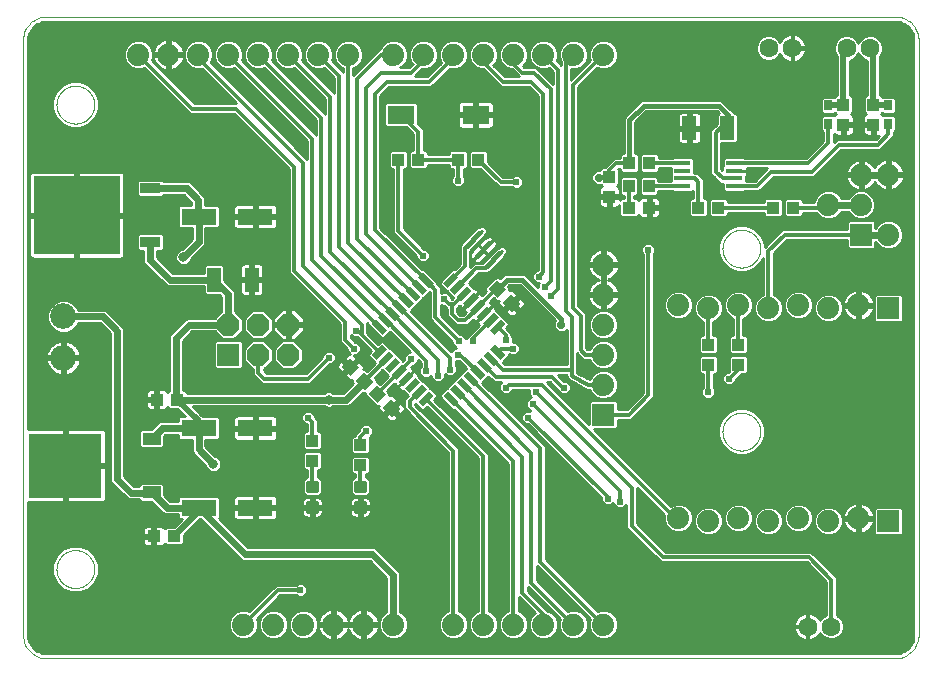
<source format=gtl>
G75*
%MOIN*%
%OFA0B0*%
%FSLAX25Y25*%
%IPPOS*%
%LPD*%
%AMOC8*
5,1,8,0,0,1.08239X$1,22.5*
%
%ADD10C,0.00394*%
%ADD11C,0.00000*%
%ADD12R,0.04331X0.03937*%
%ADD13R,0.07400X0.07400*%
%ADD14OC8,0.07400*%
%ADD15C,0.07400*%
%ADD16C,0.01181*%
%ADD17R,0.03937X0.04331*%
%ADD18R,0.09055X0.06299*%
%ADD19R,0.05000X0.02200*%
%ADD20R,0.02200X0.05000*%
%ADD21R,0.05512X0.01575*%
%ADD22C,0.01772*%
%ADD23C,0.01000*%
%ADD24R,0.02756X0.03346*%
%ADD25R,0.24409X0.21260*%
%ADD26R,0.06299X0.03937*%
%ADD27C,0.08600*%
%ADD28R,0.06700X0.03700*%
%ADD29R,0.28800X0.26000*%
%ADD30R,0.04724X0.07874*%
%ADD31R,0.11811X0.05512*%
%ADD32C,0.06299*%
%ADD33C,0.01400*%
%ADD34C,0.02400*%
%ADD35C,0.01200*%
%ADD36C,0.03200*%
%ADD37C,0.02400*%
%ADD38C,0.02000*%
%ADD39C,0.01600*%
%ADD40C,0.02800*%
D10*
X0012314Y0008797D02*
X0011600Y0009511D01*
X0011277Y0009901D01*
X0010993Y0010321D01*
X0010710Y0010740D01*
X0010465Y0011187D01*
X0010065Y0012128D01*
X0009910Y0012622D01*
X0009805Y0013133D01*
X0009699Y0013645D01*
X0009644Y0014174D01*
X0009644Y0213440D01*
X0009699Y0213969D01*
X0009805Y0214481D01*
X0009910Y0214992D01*
X0010065Y0215486D01*
X0010465Y0216427D01*
X0010710Y0216874D01*
X0010993Y0217294D01*
X0011277Y0217713D01*
X0011600Y0218103D01*
X0012314Y0218817D01*
X0012704Y0219140D01*
X0013123Y0219424D01*
X0013542Y0219707D01*
X0013990Y0219952D01*
X0014931Y0220352D01*
X0015425Y0220507D01*
X0015936Y0220612D01*
X0016448Y0220718D01*
X0016977Y0220773D01*
X0300832Y0220773D01*
X0301361Y0220718D01*
X0301872Y0220612D01*
X0302383Y0220507D01*
X0302877Y0220352D01*
X0303818Y0219952D01*
X0304266Y0219707D01*
X0304685Y0219424D01*
X0305104Y0219140D01*
X0305495Y0218817D01*
X0306208Y0218103D01*
X0306531Y0217713D01*
X0306815Y0217294D01*
X0307099Y0216874D01*
X0307343Y0216427D01*
X0307743Y0215486D01*
X0307898Y0214992D01*
X0308004Y0214481D01*
X0308109Y0213969D01*
X0308164Y0213440D01*
X0308164Y0014174D01*
X0308109Y0013645D01*
X0308004Y0013133D01*
X0307898Y0012622D01*
X0307743Y0012128D01*
X0307343Y0011187D01*
X0307099Y0010740D01*
X0306815Y0010321D01*
X0306531Y0009901D01*
X0306208Y0009511D01*
X0305495Y0008797D01*
X0305104Y0008474D01*
X0304685Y0008191D01*
X0304266Y0007907D01*
X0303818Y0007662D01*
X0302877Y0007262D01*
X0302383Y0007107D01*
X0301872Y0007002D01*
X0301361Y0006896D01*
X0300832Y0006841D01*
X0016977Y0006841D01*
X0016448Y0006896D01*
X0015936Y0007002D01*
X0015425Y0007107D01*
X0014931Y0007262D01*
X0013990Y0007662D01*
X0013542Y0007907D01*
X0013123Y0008191D01*
X0012704Y0008474D01*
X0012314Y0008797D01*
D11*
X0020801Y0036600D02*
X0020803Y0036758D01*
X0020809Y0036916D01*
X0020819Y0037074D01*
X0020833Y0037232D01*
X0020851Y0037389D01*
X0020872Y0037546D01*
X0020898Y0037702D01*
X0020928Y0037858D01*
X0020961Y0038013D01*
X0020999Y0038166D01*
X0021040Y0038319D01*
X0021085Y0038471D01*
X0021134Y0038622D01*
X0021187Y0038771D01*
X0021243Y0038919D01*
X0021303Y0039065D01*
X0021367Y0039210D01*
X0021435Y0039353D01*
X0021506Y0039495D01*
X0021580Y0039635D01*
X0021658Y0039772D01*
X0021740Y0039908D01*
X0021824Y0040042D01*
X0021913Y0040173D01*
X0022004Y0040302D01*
X0022099Y0040429D01*
X0022196Y0040554D01*
X0022297Y0040676D01*
X0022401Y0040795D01*
X0022508Y0040912D01*
X0022618Y0041026D01*
X0022731Y0041137D01*
X0022846Y0041246D01*
X0022964Y0041351D01*
X0023085Y0041453D01*
X0023208Y0041553D01*
X0023334Y0041649D01*
X0023462Y0041742D01*
X0023592Y0041832D01*
X0023725Y0041918D01*
X0023860Y0042002D01*
X0023996Y0042081D01*
X0024135Y0042158D01*
X0024276Y0042230D01*
X0024418Y0042300D01*
X0024562Y0042365D01*
X0024708Y0042427D01*
X0024855Y0042485D01*
X0025004Y0042540D01*
X0025154Y0042591D01*
X0025305Y0042638D01*
X0025457Y0042681D01*
X0025610Y0042720D01*
X0025765Y0042756D01*
X0025920Y0042787D01*
X0026076Y0042815D01*
X0026232Y0042839D01*
X0026389Y0042859D01*
X0026547Y0042875D01*
X0026704Y0042887D01*
X0026863Y0042895D01*
X0027021Y0042899D01*
X0027179Y0042899D01*
X0027337Y0042895D01*
X0027496Y0042887D01*
X0027653Y0042875D01*
X0027811Y0042859D01*
X0027968Y0042839D01*
X0028124Y0042815D01*
X0028280Y0042787D01*
X0028435Y0042756D01*
X0028590Y0042720D01*
X0028743Y0042681D01*
X0028895Y0042638D01*
X0029046Y0042591D01*
X0029196Y0042540D01*
X0029345Y0042485D01*
X0029492Y0042427D01*
X0029638Y0042365D01*
X0029782Y0042300D01*
X0029924Y0042230D01*
X0030065Y0042158D01*
X0030204Y0042081D01*
X0030340Y0042002D01*
X0030475Y0041918D01*
X0030608Y0041832D01*
X0030738Y0041742D01*
X0030866Y0041649D01*
X0030992Y0041553D01*
X0031115Y0041453D01*
X0031236Y0041351D01*
X0031354Y0041246D01*
X0031469Y0041137D01*
X0031582Y0041026D01*
X0031692Y0040912D01*
X0031799Y0040795D01*
X0031903Y0040676D01*
X0032004Y0040554D01*
X0032101Y0040429D01*
X0032196Y0040302D01*
X0032287Y0040173D01*
X0032376Y0040042D01*
X0032460Y0039908D01*
X0032542Y0039772D01*
X0032620Y0039635D01*
X0032694Y0039495D01*
X0032765Y0039353D01*
X0032833Y0039210D01*
X0032897Y0039065D01*
X0032957Y0038919D01*
X0033013Y0038771D01*
X0033066Y0038622D01*
X0033115Y0038471D01*
X0033160Y0038319D01*
X0033201Y0038166D01*
X0033239Y0038013D01*
X0033272Y0037858D01*
X0033302Y0037702D01*
X0033328Y0037546D01*
X0033349Y0037389D01*
X0033367Y0037232D01*
X0033381Y0037074D01*
X0033391Y0036916D01*
X0033397Y0036758D01*
X0033399Y0036600D01*
X0033397Y0036442D01*
X0033391Y0036284D01*
X0033381Y0036126D01*
X0033367Y0035968D01*
X0033349Y0035811D01*
X0033328Y0035654D01*
X0033302Y0035498D01*
X0033272Y0035342D01*
X0033239Y0035187D01*
X0033201Y0035034D01*
X0033160Y0034881D01*
X0033115Y0034729D01*
X0033066Y0034578D01*
X0033013Y0034429D01*
X0032957Y0034281D01*
X0032897Y0034135D01*
X0032833Y0033990D01*
X0032765Y0033847D01*
X0032694Y0033705D01*
X0032620Y0033565D01*
X0032542Y0033428D01*
X0032460Y0033292D01*
X0032376Y0033158D01*
X0032287Y0033027D01*
X0032196Y0032898D01*
X0032101Y0032771D01*
X0032004Y0032646D01*
X0031903Y0032524D01*
X0031799Y0032405D01*
X0031692Y0032288D01*
X0031582Y0032174D01*
X0031469Y0032063D01*
X0031354Y0031954D01*
X0031236Y0031849D01*
X0031115Y0031747D01*
X0030992Y0031647D01*
X0030866Y0031551D01*
X0030738Y0031458D01*
X0030608Y0031368D01*
X0030475Y0031282D01*
X0030340Y0031198D01*
X0030204Y0031119D01*
X0030065Y0031042D01*
X0029924Y0030970D01*
X0029782Y0030900D01*
X0029638Y0030835D01*
X0029492Y0030773D01*
X0029345Y0030715D01*
X0029196Y0030660D01*
X0029046Y0030609D01*
X0028895Y0030562D01*
X0028743Y0030519D01*
X0028590Y0030480D01*
X0028435Y0030444D01*
X0028280Y0030413D01*
X0028124Y0030385D01*
X0027968Y0030361D01*
X0027811Y0030341D01*
X0027653Y0030325D01*
X0027496Y0030313D01*
X0027337Y0030305D01*
X0027179Y0030301D01*
X0027021Y0030301D01*
X0026863Y0030305D01*
X0026704Y0030313D01*
X0026547Y0030325D01*
X0026389Y0030341D01*
X0026232Y0030361D01*
X0026076Y0030385D01*
X0025920Y0030413D01*
X0025765Y0030444D01*
X0025610Y0030480D01*
X0025457Y0030519D01*
X0025305Y0030562D01*
X0025154Y0030609D01*
X0025004Y0030660D01*
X0024855Y0030715D01*
X0024708Y0030773D01*
X0024562Y0030835D01*
X0024418Y0030900D01*
X0024276Y0030970D01*
X0024135Y0031042D01*
X0023996Y0031119D01*
X0023860Y0031198D01*
X0023725Y0031282D01*
X0023592Y0031368D01*
X0023462Y0031458D01*
X0023334Y0031551D01*
X0023208Y0031647D01*
X0023085Y0031747D01*
X0022964Y0031849D01*
X0022846Y0031954D01*
X0022731Y0032063D01*
X0022618Y0032174D01*
X0022508Y0032288D01*
X0022401Y0032405D01*
X0022297Y0032524D01*
X0022196Y0032646D01*
X0022099Y0032771D01*
X0022004Y0032898D01*
X0021913Y0033027D01*
X0021824Y0033158D01*
X0021740Y0033292D01*
X0021658Y0033428D01*
X0021580Y0033565D01*
X0021506Y0033705D01*
X0021435Y0033847D01*
X0021367Y0033990D01*
X0021303Y0034135D01*
X0021243Y0034281D01*
X0021187Y0034429D01*
X0021134Y0034578D01*
X0021085Y0034729D01*
X0021040Y0034881D01*
X0020999Y0035034D01*
X0020961Y0035187D01*
X0020928Y0035342D01*
X0020898Y0035498D01*
X0020872Y0035654D01*
X0020851Y0035811D01*
X0020833Y0035968D01*
X0020819Y0036126D01*
X0020809Y0036284D01*
X0020803Y0036442D01*
X0020801Y0036600D01*
X0020801Y0191400D02*
X0020803Y0191558D01*
X0020809Y0191716D01*
X0020819Y0191874D01*
X0020833Y0192032D01*
X0020851Y0192189D01*
X0020872Y0192346D01*
X0020898Y0192502D01*
X0020928Y0192658D01*
X0020961Y0192813D01*
X0020999Y0192966D01*
X0021040Y0193119D01*
X0021085Y0193271D01*
X0021134Y0193422D01*
X0021187Y0193571D01*
X0021243Y0193719D01*
X0021303Y0193865D01*
X0021367Y0194010D01*
X0021435Y0194153D01*
X0021506Y0194295D01*
X0021580Y0194435D01*
X0021658Y0194572D01*
X0021740Y0194708D01*
X0021824Y0194842D01*
X0021913Y0194973D01*
X0022004Y0195102D01*
X0022099Y0195229D01*
X0022196Y0195354D01*
X0022297Y0195476D01*
X0022401Y0195595D01*
X0022508Y0195712D01*
X0022618Y0195826D01*
X0022731Y0195937D01*
X0022846Y0196046D01*
X0022964Y0196151D01*
X0023085Y0196253D01*
X0023208Y0196353D01*
X0023334Y0196449D01*
X0023462Y0196542D01*
X0023592Y0196632D01*
X0023725Y0196718D01*
X0023860Y0196802D01*
X0023996Y0196881D01*
X0024135Y0196958D01*
X0024276Y0197030D01*
X0024418Y0197100D01*
X0024562Y0197165D01*
X0024708Y0197227D01*
X0024855Y0197285D01*
X0025004Y0197340D01*
X0025154Y0197391D01*
X0025305Y0197438D01*
X0025457Y0197481D01*
X0025610Y0197520D01*
X0025765Y0197556D01*
X0025920Y0197587D01*
X0026076Y0197615D01*
X0026232Y0197639D01*
X0026389Y0197659D01*
X0026547Y0197675D01*
X0026704Y0197687D01*
X0026863Y0197695D01*
X0027021Y0197699D01*
X0027179Y0197699D01*
X0027337Y0197695D01*
X0027496Y0197687D01*
X0027653Y0197675D01*
X0027811Y0197659D01*
X0027968Y0197639D01*
X0028124Y0197615D01*
X0028280Y0197587D01*
X0028435Y0197556D01*
X0028590Y0197520D01*
X0028743Y0197481D01*
X0028895Y0197438D01*
X0029046Y0197391D01*
X0029196Y0197340D01*
X0029345Y0197285D01*
X0029492Y0197227D01*
X0029638Y0197165D01*
X0029782Y0197100D01*
X0029924Y0197030D01*
X0030065Y0196958D01*
X0030204Y0196881D01*
X0030340Y0196802D01*
X0030475Y0196718D01*
X0030608Y0196632D01*
X0030738Y0196542D01*
X0030866Y0196449D01*
X0030992Y0196353D01*
X0031115Y0196253D01*
X0031236Y0196151D01*
X0031354Y0196046D01*
X0031469Y0195937D01*
X0031582Y0195826D01*
X0031692Y0195712D01*
X0031799Y0195595D01*
X0031903Y0195476D01*
X0032004Y0195354D01*
X0032101Y0195229D01*
X0032196Y0195102D01*
X0032287Y0194973D01*
X0032376Y0194842D01*
X0032460Y0194708D01*
X0032542Y0194572D01*
X0032620Y0194435D01*
X0032694Y0194295D01*
X0032765Y0194153D01*
X0032833Y0194010D01*
X0032897Y0193865D01*
X0032957Y0193719D01*
X0033013Y0193571D01*
X0033066Y0193422D01*
X0033115Y0193271D01*
X0033160Y0193119D01*
X0033201Y0192966D01*
X0033239Y0192813D01*
X0033272Y0192658D01*
X0033302Y0192502D01*
X0033328Y0192346D01*
X0033349Y0192189D01*
X0033367Y0192032D01*
X0033381Y0191874D01*
X0033391Y0191716D01*
X0033397Y0191558D01*
X0033399Y0191400D01*
X0033397Y0191242D01*
X0033391Y0191084D01*
X0033381Y0190926D01*
X0033367Y0190768D01*
X0033349Y0190611D01*
X0033328Y0190454D01*
X0033302Y0190298D01*
X0033272Y0190142D01*
X0033239Y0189987D01*
X0033201Y0189834D01*
X0033160Y0189681D01*
X0033115Y0189529D01*
X0033066Y0189378D01*
X0033013Y0189229D01*
X0032957Y0189081D01*
X0032897Y0188935D01*
X0032833Y0188790D01*
X0032765Y0188647D01*
X0032694Y0188505D01*
X0032620Y0188365D01*
X0032542Y0188228D01*
X0032460Y0188092D01*
X0032376Y0187958D01*
X0032287Y0187827D01*
X0032196Y0187698D01*
X0032101Y0187571D01*
X0032004Y0187446D01*
X0031903Y0187324D01*
X0031799Y0187205D01*
X0031692Y0187088D01*
X0031582Y0186974D01*
X0031469Y0186863D01*
X0031354Y0186754D01*
X0031236Y0186649D01*
X0031115Y0186547D01*
X0030992Y0186447D01*
X0030866Y0186351D01*
X0030738Y0186258D01*
X0030608Y0186168D01*
X0030475Y0186082D01*
X0030340Y0185998D01*
X0030204Y0185919D01*
X0030065Y0185842D01*
X0029924Y0185770D01*
X0029782Y0185700D01*
X0029638Y0185635D01*
X0029492Y0185573D01*
X0029345Y0185515D01*
X0029196Y0185460D01*
X0029046Y0185409D01*
X0028895Y0185362D01*
X0028743Y0185319D01*
X0028590Y0185280D01*
X0028435Y0185244D01*
X0028280Y0185213D01*
X0028124Y0185185D01*
X0027968Y0185161D01*
X0027811Y0185141D01*
X0027653Y0185125D01*
X0027496Y0185113D01*
X0027337Y0185105D01*
X0027179Y0185101D01*
X0027021Y0185101D01*
X0026863Y0185105D01*
X0026704Y0185113D01*
X0026547Y0185125D01*
X0026389Y0185141D01*
X0026232Y0185161D01*
X0026076Y0185185D01*
X0025920Y0185213D01*
X0025765Y0185244D01*
X0025610Y0185280D01*
X0025457Y0185319D01*
X0025305Y0185362D01*
X0025154Y0185409D01*
X0025004Y0185460D01*
X0024855Y0185515D01*
X0024708Y0185573D01*
X0024562Y0185635D01*
X0024418Y0185700D01*
X0024276Y0185770D01*
X0024135Y0185842D01*
X0023996Y0185919D01*
X0023860Y0185998D01*
X0023725Y0186082D01*
X0023592Y0186168D01*
X0023462Y0186258D01*
X0023334Y0186351D01*
X0023208Y0186447D01*
X0023085Y0186547D01*
X0022964Y0186649D01*
X0022846Y0186754D01*
X0022731Y0186863D01*
X0022618Y0186974D01*
X0022508Y0187088D01*
X0022401Y0187205D01*
X0022297Y0187324D01*
X0022196Y0187446D01*
X0022099Y0187571D01*
X0022004Y0187698D01*
X0021913Y0187827D01*
X0021824Y0187958D01*
X0021740Y0188092D01*
X0021658Y0188228D01*
X0021580Y0188365D01*
X0021506Y0188505D01*
X0021435Y0188647D01*
X0021367Y0188790D01*
X0021303Y0188935D01*
X0021243Y0189081D01*
X0021187Y0189229D01*
X0021134Y0189378D01*
X0021085Y0189529D01*
X0021040Y0189681D01*
X0020999Y0189834D01*
X0020961Y0189987D01*
X0020928Y0190142D01*
X0020898Y0190298D01*
X0020872Y0190454D01*
X0020851Y0190611D01*
X0020833Y0190768D01*
X0020819Y0190926D01*
X0020809Y0191084D01*
X0020803Y0191242D01*
X0020801Y0191400D01*
X0242801Y0143400D02*
X0242803Y0143558D01*
X0242809Y0143716D01*
X0242819Y0143874D01*
X0242833Y0144032D01*
X0242851Y0144189D01*
X0242872Y0144346D01*
X0242898Y0144502D01*
X0242928Y0144658D01*
X0242961Y0144813D01*
X0242999Y0144966D01*
X0243040Y0145119D01*
X0243085Y0145271D01*
X0243134Y0145422D01*
X0243187Y0145571D01*
X0243243Y0145719D01*
X0243303Y0145865D01*
X0243367Y0146010D01*
X0243435Y0146153D01*
X0243506Y0146295D01*
X0243580Y0146435D01*
X0243658Y0146572D01*
X0243740Y0146708D01*
X0243824Y0146842D01*
X0243913Y0146973D01*
X0244004Y0147102D01*
X0244099Y0147229D01*
X0244196Y0147354D01*
X0244297Y0147476D01*
X0244401Y0147595D01*
X0244508Y0147712D01*
X0244618Y0147826D01*
X0244731Y0147937D01*
X0244846Y0148046D01*
X0244964Y0148151D01*
X0245085Y0148253D01*
X0245208Y0148353D01*
X0245334Y0148449D01*
X0245462Y0148542D01*
X0245592Y0148632D01*
X0245725Y0148718D01*
X0245860Y0148802D01*
X0245996Y0148881D01*
X0246135Y0148958D01*
X0246276Y0149030D01*
X0246418Y0149100D01*
X0246562Y0149165D01*
X0246708Y0149227D01*
X0246855Y0149285D01*
X0247004Y0149340D01*
X0247154Y0149391D01*
X0247305Y0149438D01*
X0247457Y0149481D01*
X0247610Y0149520D01*
X0247765Y0149556D01*
X0247920Y0149587D01*
X0248076Y0149615D01*
X0248232Y0149639D01*
X0248389Y0149659D01*
X0248547Y0149675D01*
X0248704Y0149687D01*
X0248863Y0149695D01*
X0249021Y0149699D01*
X0249179Y0149699D01*
X0249337Y0149695D01*
X0249496Y0149687D01*
X0249653Y0149675D01*
X0249811Y0149659D01*
X0249968Y0149639D01*
X0250124Y0149615D01*
X0250280Y0149587D01*
X0250435Y0149556D01*
X0250590Y0149520D01*
X0250743Y0149481D01*
X0250895Y0149438D01*
X0251046Y0149391D01*
X0251196Y0149340D01*
X0251345Y0149285D01*
X0251492Y0149227D01*
X0251638Y0149165D01*
X0251782Y0149100D01*
X0251924Y0149030D01*
X0252065Y0148958D01*
X0252204Y0148881D01*
X0252340Y0148802D01*
X0252475Y0148718D01*
X0252608Y0148632D01*
X0252738Y0148542D01*
X0252866Y0148449D01*
X0252992Y0148353D01*
X0253115Y0148253D01*
X0253236Y0148151D01*
X0253354Y0148046D01*
X0253469Y0147937D01*
X0253582Y0147826D01*
X0253692Y0147712D01*
X0253799Y0147595D01*
X0253903Y0147476D01*
X0254004Y0147354D01*
X0254101Y0147229D01*
X0254196Y0147102D01*
X0254287Y0146973D01*
X0254376Y0146842D01*
X0254460Y0146708D01*
X0254542Y0146572D01*
X0254620Y0146435D01*
X0254694Y0146295D01*
X0254765Y0146153D01*
X0254833Y0146010D01*
X0254897Y0145865D01*
X0254957Y0145719D01*
X0255013Y0145571D01*
X0255066Y0145422D01*
X0255115Y0145271D01*
X0255160Y0145119D01*
X0255201Y0144966D01*
X0255239Y0144813D01*
X0255272Y0144658D01*
X0255302Y0144502D01*
X0255328Y0144346D01*
X0255349Y0144189D01*
X0255367Y0144032D01*
X0255381Y0143874D01*
X0255391Y0143716D01*
X0255397Y0143558D01*
X0255399Y0143400D01*
X0255397Y0143242D01*
X0255391Y0143084D01*
X0255381Y0142926D01*
X0255367Y0142768D01*
X0255349Y0142611D01*
X0255328Y0142454D01*
X0255302Y0142298D01*
X0255272Y0142142D01*
X0255239Y0141987D01*
X0255201Y0141834D01*
X0255160Y0141681D01*
X0255115Y0141529D01*
X0255066Y0141378D01*
X0255013Y0141229D01*
X0254957Y0141081D01*
X0254897Y0140935D01*
X0254833Y0140790D01*
X0254765Y0140647D01*
X0254694Y0140505D01*
X0254620Y0140365D01*
X0254542Y0140228D01*
X0254460Y0140092D01*
X0254376Y0139958D01*
X0254287Y0139827D01*
X0254196Y0139698D01*
X0254101Y0139571D01*
X0254004Y0139446D01*
X0253903Y0139324D01*
X0253799Y0139205D01*
X0253692Y0139088D01*
X0253582Y0138974D01*
X0253469Y0138863D01*
X0253354Y0138754D01*
X0253236Y0138649D01*
X0253115Y0138547D01*
X0252992Y0138447D01*
X0252866Y0138351D01*
X0252738Y0138258D01*
X0252608Y0138168D01*
X0252475Y0138082D01*
X0252340Y0137998D01*
X0252204Y0137919D01*
X0252065Y0137842D01*
X0251924Y0137770D01*
X0251782Y0137700D01*
X0251638Y0137635D01*
X0251492Y0137573D01*
X0251345Y0137515D01*
X0251196Y0137460D01*
X0251046Y0137409D01*
X0250895Y0137362D01*
X0250743Y0137319D01*
X0250590Y0137280D01*
X0250435Y0137244D01*
X0250280Y0137213D01*
X0250124Y0137185D01*
X0249968Y0137161D01*
X0249811Y0137141D01*
X0249653Y0137125D01*
X0249496Y0137113D01*
X0249337Y0137105D01*
X0249179Y0137101D01*
X0249021Y0137101D01*
X0248863Y0137105D01*
X0248704Y0137113D01*
X0248547Y0137125D01*
X0248389Y0137141D01*
X0248232Y0137161D01*
X0248076Y0137185D01*
X0247920Y0137213D01*
X0247765Y0137244D01*
X0247610Y0137280D01*
X0247457Y0137319D01*
X0247305Y0137362D01*
X0247154Y0137409D01*
X0247004Y0137460D01*
X0246855Y0137515D01*
X0246708Y0137573D01*
X0246562Y0137635D01*
X0246418Y0137700D01*
X0246276Y0137770D01*
X0246135Y0137842D01*
X0245996Y0137919D01*
X0245860Y0137998D01*
X0245725Y0138082D01*
X0245592Y0138168D01*
X0245462Y0138258D01*
X0245334Y0138351D01*
X0245208Y0138447D01*
X0245085Y0138547D01*
X0244964Y0138649D01*
X0244846Y0138754D01*
X0244731Y0138863D01*
X0244618Y0138974D01*
X0244508Y0139088D01*
X0244401Y0139205D01*
X0244297Y0139324D01*
X0244196Y0139446D01*
X0244099Y0139571D01*
X0244004Y0139698D01*
X0243913Y0139827D01*
X0243824Y0139958D01*
X0243740Y0140092D01*
X0243658Y0140228D01*
X0243580Y0140365D01*
X0243506Y0140505D01*
X0243435Y0140647D01*
X0243367Y0140790D01*
X0243303Y0140935D01*
X0243243Y0141081D01*
X0243187Y0141229D01*
X0243134Y0141378D01*
X0243085Y0141529D01*
X0243040Y0141681D01*
X0242999Y0141834D01*
X0242961Y0141987D01*
X0242928Y0142142D01*
X0242898Y0142298D01*
X0242872Y0142454D01*
X0242851Y0142611D01*
X0242833Y0142768D01*
X0242819Y0142926D01*
X0242809Y0143084D01*
X0242803Y0143242D01*
X0242801Y0143400D01*
X0242801Y0082400D02*
X0242803Y0082558D01*
X0242809Y0082716D01*
X0242819Y0082874D01*
X0242833Y0083032D01*
X0242851Y0083189D01*
X0242872Y0083346D01*
X0242898Y0083502D01*
X0242928Y0083658D01*
X0242961Y0083813D01*
X0242999Y0083966D01*
X0243040Y0084119D01*
X0243085Y0084271D01*
X0243134Y0084422D01*
X0243187Y0084571D01*
X0243243Y0084719D01*
X0243303Y0084865D01*
X0243367Y0085010D01*
X0243435Y0085153D01*
X0243506Y0085295D01*
X0243580Y0085435D01*
X0243658Y0085572D01*
X0243740Y0085708D01*
X0243824Y0085842D01*
X0243913Y0085973D01*
X0244004Y0086102D01*
X0244099Y0086229D01*
X0244196Y0086354D01*
X0244297Y0086476D01*
X0244401Y0086595D01*
X0244508Y0086712D01*
X0244618Y0086826D01*
X0244731Y0086937D01*
X0244846Y0087046D01*
X0244964Y0087151D01*
X0245085Y0087253D01*
X0245208Y0087353D01*
X0245334Y0087449D01*
X0245462Y0087542D01*
X0245592Y0087632D01*
X0245725Y0087718D01*
X0245860Y0087802D01*
X0245996Y0087881D01*
X0246135Y0087958D01*
X0246276Y0088030D01*
X0246418Y0088100D01*
X0246562Y0088165D01*
X0246708Y0088227D01*
X0246855Y0088285D01*
X0247004Y0088340D01*
X0247154Y0088391D01*
X0247305Y0088438D01*
X0247457Y0088481D01*
X0247610Y0088520D01*
X0247765Y0088556D01*
X0247920Y0088587D01*
X0248076Y0088615D01*
X0248232Y0088639D01*
X0248389Y0088659D01*
X0248547Y0088675D01*
X0248704Y0088687D01*
X0248863Y0088695D01*
X0249021Y0088699D01*
X0249179Y0088699D01*
X0249337Y0088695D01*
X0249496Y0088687D01*
X0249653Y0088675D01*
X0249811Y0088659D01*
X0249968Y0088639D01*
X0250124Y0088615D01*
X0250280Y0088587D01*
X0250435Y0088556D01*
X0250590Y0088520D01*
X0250743Y0088481D01*
X0250895Y0088438D01*
X0251046Y0088391D01*
X0251196Y0088340D01*
X0251345Y0088285D01*
X0251492Y0088227D01*
X0251638Y0088165D01*
X0251782Y0088100D01*
X0251924Y0088030D01*
X0252065Y0087958D01*
X0252204Y0087881D01*
X0252340Y0087802D01*
X0252475Y0087718D01*
X0252608Y0087632D01*
X0252738Y0087542D01*
X0252866Y0087449D01*
X0252992Y0087353D01*
X0253115Y0087253D01*
X0253236Y0087151D01*
X0253354Y0087046D01*
X0253469Y0086937D01*
X0253582Y0086826D01*
X0253692Y0086712D01*
X0253799Y0086595D01*
X0253903Y0086476D01*
X0254004Y0086354D01*
X0254101Y0086229D01*
X0254196Y0086102D01*
X0254287Y0085973D01*
X0254376Y0085842D01*
X0254460Y0085708D01*
X0254542Y0085572D01*
X0254620Y0085435D01*
X0254694Y0085295D01*
X0254765Y0085153D01*
X0254833Y0085010D01*
X0254897Y0084865D01*
X0254957Y0084719D01*
X0255013Y0084571D01*
X0255066Y0084422D01*
X0255115Y0084271D01*
X0255160Y0084119D01*
X0255201Y0083966D01*
X0255239Y0083813D01*
X0255272Y0083658D01*
X0255302Y0083502D01*
X0255328Y0083346D01*
X0255349Y0083189D01*
X0255367Y0083032D01*
X0255381Y0082874D01*
X0255391Y0082716D01*
X0255397Y0082558D01*
X0255399Y0082400D01*
X0255397Y0082242D01*
X0255391Y0082084D01*
X0255381Y0081926D01*
X0255367Y0081768D01*
X0255349Y0081611D01*
X0255328Y0081454D01*
X0255302Y0081298D01*
X0255272Y0081142D01*
X0255239Y0080987D01*
X0255201Y0080834D01*
X0255160Y0080681D01*
X0255115Y0080529D01*
X0255066Y0080378D01*
X0255013Y0080229D01*
X0254957Y0080081D01*
X0254897Y0079935D01*
X0254833Y0079790D01*
X0254765Y0079647D01*
X0254694Y0079505D01*
X0254620Y0079365D01*
X0254542Y0079228D01*
X0254460Y0079092D01*
X0254376Y0078958D01*
X0254287Y0078827D01*
X0254196Y0078698D01*
X0254101Y0078571D01*
X0254004Y0078446D01*
X0253903Y0078324D01*
X0253799Y0078205D01*
X0253692Y0078088D01*
X0253582Y0077974D01*
X0253469Y0077863D01*
X0253354Y0077754D01*
X0253236Y0077649D01*
X0253115Y0077547D01*
X0252992Y0077447D01*
X0252866Y0077351D01*
X0252738Y0077258D01*
X0252608Y0077168D01*
X0252475Y0077082D01*
X0252340Y0076998D01*
X0252204Y0076919D01*
X0252065Y0076842D01*
X0251924Y0076770D01*
X0251782Y0076700D01*
X0251638Y0076635D01*
X0251492Y0076573D01*
X0251345Y0076515D01*
X0251196Y0076460D01*
X0251046Y0076409D01*
X0250895Y0076362D01*
X0250743Y0076319D01*
X0250590Y0076280D01*
X0250435Y0076244D01*
X0250280Y0076213D01*
X0250124Y0076185D01*
X0249968Y0076161D01*
X0249811Y0076141D01*
X0249653Y0076125D01*
X0249496Y0076113D01*
X0249337Y0076105D01*
X0249179Y0076101D01*
X0249021Y0076101D01*
X0248863Y0076105D01*
X0248704Y0076113D01*
X0248547Y0076125D01*
X0248389Y0076141D01*
X0248232Y0076161D01*
X0248076Y0076185D01*
X0247920Y0076213D01*
X0247765Y0076244D01*
X0247610Y0076280D01*
X0247457Y0076319D01*
X0247305Y0076362D01*
X0247154Y0076409D01*
X0247004Y0076460D01*
X0246855Y0076515D01*
X0246708Y0076573D01*
X0246562Y0076635D01*
X0246418Y0076700D01*
X0246276Y0076770D01*
X0246135Y0076842D01*
X0245996Y0076919D01*
X0245860Y0076998D01*
X0245725Y0077082D01*
X0245592Y0077168D01*
X0245462Y0077258D01*
X0245334Y0077351D01*
X0245208Y0077447D01*
X0245085Y0077547D01*
X0244964Y0077649D01*
X0244846Y0077754D01*
X0244731Y0077863D01*
X0244618Y0077974D01*
X0244508Y0078088D01*
X0244401Y0078205D01*
X0244297Y0078324D01*
X0244196Y0078446D01*
X0244099Y0078571D01*
X0244004Y0078698D01*
X0243913Y0078827D01*
X0243824Y0078958D01*
X0243740Y0079092D01*
X0243658Y0079228D01*
X0243580Y0079365D01*
X0243506Y0079505D01*
X0243435Y0079647D01*
X0243367Y0079790D01*
X0243303Y0079935D01*
X0243243Y0080081D01*
X0243187Y0080229D01*
X0243134Y0080378D01*
X0243085Y0080529D01*
X0243040Y0080681D01*
X0242999Y0080834D01*
X0242961Y0080987D01*
X0242928Y0081142D01*
X0242898Y0081298D01*
X0242872Y0081454D01*
X0242851Y0081611D01*
X0242833Y0081768D01*
X0242819Y0081926D01*
X0242809Y0082084D01*
X0242803Y0082242D01*
X0242801Y0082400D01*
D12*
X0238100Y0104754D03*
X0238100Y0111446D03*
X0248100Y0111446D03*
X0248100Y0104754D03*
X0259754Y0157100D03*
X0266446Y0157100D03*
X0218346Y0157100D03*
X0211654Y0157100D03*
G36*
X0172605Y0122312D02*
X0169544Y0125373D01*
X0172327Y0128156D01*
X0175388Y0125095D01*
X0172605Y0122312D01*
G37*
G36*
X0167873Y0127044D02*
X0164812Y0130105D01*
X0167595Y0132888D01*
X0170656Y0129827D01*
X0167873Y0127044D01*
G37*
G36*
X0127873Y0092044D02*
X0124812Y0095105D01*
X0127595Y0097888D01*
X0130656Y0094827D01*
X0127873Y0092044D01*
G37*
G36*
X0132605Y0087312D02*
X0129544Y0090373D01*
X0132327Y0093156D01*
X0135388Y0090095D01*
X0132605Y0087312D01*
G37*
X0122100Y0077946D03*
X0122100Y0071254D03*
X0106100Y0072754D03*
X0106100Y0079446D03*
G36*
X0123327Y0102156D02*
X0126388Y0099095D01*
X0123605Y0096312D01*
X0120544Y0099373D01*
X0123327Y0102156D01*
G37*
G36*
X0118595Y0106888D02*
X0121656Y0103827D01*
X0118873Y0101044D01*
X0115812Y0104105D01*
X0118595Y0106888D01*
G37*
X0060946Y0093100D03*
X0054254Y0093100D03*
X0053254Y0047600D03*
X0059946Y0047600D03*
X0154754Y0173100D03*
X0161446Y0173100D03*
D13*
X0078100Y0108100D03*
X0203100Y0088100D03*
X0289000Y0148000D03*
X0298100Y0123600D03*
X0298100Y0052600D03*
D14*
X0098100Y0108100D03*
X0088100Y0108100D03*
X0088100Y0118100D03*
X0078100Y0118100D03*
X0098100Y0118100D03*
D15*
X0203100Y0118100D03*
X0203100Y0108100D03*
X0203100Y0098100D03*
X0228100Y0124600D03*
X0238100Y0123600D03*
X0248100Y0124600D03*
X0258100Y0123600D03*
X0268100Y0124600D03*
X0278100Y0123600D03*
X0288100Y0124600D03*
X0298100Y0148100D03*
X0289000Y0158000D03*
X0278100Y0158100D03*
X0289000Y0168000D03*
X0298100Y0168100D03*
X0203100Y0138100D03*
X0203100Y0128100D03*
X0228100Y0053600D03*
X0238100Y0052600D03*
X0248100Y0053600D03*
X0258100Y0052600D03*
X0268100Y0053600D03*
X0278100Y0052600D03*
X0288100Y0053600D03*
X0203100Y0018100D03*
X0193100Y0018100D03*
X0183100Y0018100D03*
X0173100Y0018100D03*
X0163100Y0018100D03*
X0153100Y0018100D03*
X0133100Y0018100D03*
X0123100Y0018100D03*
X0113100Y0018100D03*
X0103100Y0018100D03*
X0093100Y0018100D03*
X0083100Y0018100D03*
X0078100Y0208100D03*
X0068100Y0208100D03*
X0058100Y0208100D03*
X0048100Y0208100D03*
X0088100Y0208100D03*
X0098100Y0208100D03*
X0108100Y0208100D03*
X0118100Y0208100D03*
X0133100Y0208100D03*
X0143100Y0208100D03*
X0153100Y0208100D03*
X0163100Y0208100D03*
X0173100Y0208100D03*
X0183100Y0208100D03*
X0193100Y0208100D03*
X0203100Y0208100D03*
D16*
X0123478Y0065431D02*
X0120722Y0065431D01*
X0123478Y0065431D02*
X0123478Y0062675D01*
X0120722Y0062675D01*
X0120722Y0065431D01*
X0120722Y0063855D02*
X0123478Y0063855D01*
X0123478Y0065035D02*
X0120722Y0065035D01*
X0120722Y0058525D02*
X0123478Y0058525D01*
X0123478Y0055769D01*
X0120722Y0055769D01*
X0120722Y0058525D01*
X0120722Y0056949D02*
X0123478Y0056949D01*
X0123478Y0058129D02*
X0120722Y0058129D01*
X0107478Y0058525D02*
X0104722Y0058525D01*
X0107478Y0058525D02*
X0107478Y0055769D01*
X0104722Y0055769D01*
X0104722Y0058525D01*
X0104722Y0056949D02*
X0107478Y0056949D01*
X0107478Y0058129D02*
X0104722Y0058129D01*
X0104722Y0065431D02*
X0107478Y0065431D01*
X0107478Y0062675D01*
X0104722Y0062675D01*
X0104722Y0065431D01*
X0104722Y0063855D02*
X0107478Y0063855D01*
X0107478Y0065035D02*
X0104722Y0065035D01*
D17*
X0234754Y0157100D03*
X0241446Y0157100D03*
X0218346Y0164200D03*
X0211654Y0164200D03*
X0205100Y0167446D03*
X0211754Y0171900D03*
X0218446Y0171900D03*
X0205100Y0160754D03*
X0141446Y0173100D03*
X0134754Y0173100D03*
X0283100Y0184754D03*
X0283100Y0191446D03*
X0293100Y0191446D03*
X0293100Y0184754D03*
D18*
X0160502Y0188100D03*
X0135698Y0188100D03*
D19*
G36*
X0149710Y0131856D02*
X0153244Y0135390D01*
X0154800Y0133834D01*
X0151266Y0130300D01*
X0149710Y0131856D01*
G37*
G36*
X0151937Y0129629D02*
X0155471Y0133163D01*
X0157027Y0131607D01*
X0153493Y0128073D01*
X0151937Y0129629D01*
G37*
G36*
X0154164Y0127402D02*
X0157698Y0130936D01*
X0159254Y0129380D01*
X0155720Y0125846D01*
X0154164Y0127402D01*
G37*
G36*
X0156392Y0125175D02*
X0159926Y0128709D01*
X0161482Y0127153D01*
X0157948Y0123619D01*
X0156392Y0125175D01*
G37*
G36*
X0158619Y0122948D02*
X0162153Y0126482D01*
X0163709Y0124926D01*
X0160175Y0121392D01*
X0158619Y0122948D01*
G37*
G36*
X0160846Y0120720D02*
X0164380Y0124254D01*
X0165936Y0122698D01*
X0162402Y0119164D01*
X0160846Y0120720D01*
G37*
G36*
X0163073Y0118493D02*
X0166607Y0122027D01*
X0168163Y0120471D01*
X0164629Y0116937D01*
X0163073Y0118493D01*
G37*
G36*
X0165300Y0116266D02*
X0168834Y0119800D01*
X0170390Y0118244D01*
X0166856Y0114710D01*
X0165300Y0116266D01*
G37*
G36*
X0136946Y0096820D02*
X0140480Y0100354D01*
X0142036Y0098798D01*
X0138502Y0095264D01*
X0136946Y0096820D01*
G37*
G36*
X0134718Y0099047D02*
X0138252Y0102581D01*
X0139808Y0101025D01*
X0136274Y0097491D01*
X0134718Y0099047D01*
G37*
G36*
X0132491Y0101274D02*
X0136025Y0104808D01*
X0137581Y0103252D01*
X0134047Y0099718D01*
X0132491Y0101274D01*
G37*
G36*
X0130264Y0103502D02*
X0133798Y0107036D01*
X0135354Y0105480D01*
X0131820Y0101946D01*
X0130264Y0103502D01*
G37*
G36*
X0128037Y0105729D02*
X0131571Y0109263D01*
X0133127Y0107707D01*
X0129593Y0104173D01*
X0128037Y0105729D01*
G37*
G36*
X0125810Y0107956D02*
X0129344Y0111490D01*
X0130900Y0109934D01*
X0127366Y0106400D01*
X0125810Y0107956D01*
G37*
G36*
X0139173Y0094593D02*
X0142707Y0098127D01*
X0144263Y0096571D01*
X0140729Y0093037D01*
X0139173Y0094593D01*
G37*
G36*
X0141400Y0092366D02*
X0144934Y0095900D01*
X0146490Y0094344D01*
X0142956Y0090810D01*
X0141400Y0092366D01*
G37*
D20*
G36*
X0149710Y0094344D02*
X0151266Y0095900D01*
X0154800Y0092366D01*
X0153244Y0090810D01*
X0149710Y0094344D01*
G37*
G36*
X0151937Y0096571D02*
X0153493Y0098127D01*
X0157027Y0094593D01*
X0155471Y0093037D01*
X0151937Y0096571D01*
G37*
G36*
X0154164Y0098798D02*
X0155720Y0100354D01*
X0159254Y0096820D01*
X0157698Y0095264D01*
X0154164Y0098798D01*
G37*
G36*
X0156392Y0101025D02*
X0157948Y0102581D01*
X0161482Y0099047D01*
X0159926Y0097491D01*
X0156392Y0101025D01*
G37*
G36*
X0158619Y0103252D02*
X0160175Y0104808D01*
X0163709Y0101274D01*
X0162153Y0099718D01*
X0158619Y0103252D01*
G37*
G36*
X0160846Y0105480D02*
X0162402Y0107036D01*
X0165936Y0103502D01*
X0164380Y0101946D01*
X0160846Y0105480D01*
G37*
G36*
X0163073Y0107707D02*
X0164629Y0109263D01*
X0168163Y0105729D01*
X0166607Y0104173D01*
X0163073Y0107707D01*
G37*
G36*
X0165300Y0109934D02*
X0166856Y0111490D01*
X0170390Y0107956D01*
X0168834Y0106400D01*
X0165300Y0109934D01*
G37*
G36*
X0136946Y0129380D02*
X0138502Y0130936D01*
X0142036Y0127402D01*
X0140480Y0125846D01*
X0136946Y0129380D01*
G37*
G36*
X0134718Y0127153D02*
X0136274Y0128709D01*
X0139808Y0125175D01*
X0138252Y0123619D01*
X0134718Y0127153D01*
G37*
G36*
X0132491Y0124926D02*
X0134047Y0126482D01*
X0137581Y0122948D01*
X0136025Y0121392D01*
X0132491Y0124926D01*
G37*
G36*
X0130264Y0122698D02*
X0131820Y0124254D01*
X0135354Y0120720D01*
X0133798Y0119164D01*
X0130264Y0122698D01*
G37*
G36*
X0128037Y0120471D02*
X0129593Y0122027D01*
X0133127Y0118493D01*
X0131571Y0116937D01*
X0128037Y0120471D01*
G37*
G36*
X0125810Y0118244D02*
X0127366Y0119800D01*
X0130900Y0116266D01*
X0129344Y0114710D01*
X0125810Y0118244D01*
G37*
G36*
X0139173Y0131607D02*
X0140729Y0133163D01*
X0144263Y0129629D01*
X0142707Y0128073D01*
X0139173Y0131607D01*
G37*
G36*
X0141400Y0133834D02*
X0142956Y0135390D01*
X0146490Y0131856D01*
X0144934Y0130300D01*
X0141400Y0133834D01*
G37*
D21*
X0229439Y0164261D03*
X0229439Y0166820D03*
X0229439Y0169380D03*
X0229439Y0171939D03*
X0246761Y0171939D03*
X0246761Y0169380D03*
X0246761Y0166820D03*
X0246761Y0164261D03*
D22*
X0168466Y0141784D02*
X0164416Y0137734D01*
X0161075Y0141075D02*
X0165125Y0145125D01*
X0161784Y0148466D02*
X0157734Y0144416D01*
D23*
X0156931Y0143612D02*
X0159759Y0146441D01*
X0162588Y0149269D01*
X0163744Y0150375D02*
X0181400Y0150375D01*
X0181400Y0149377D02*
X0164188Y0149377D01*
X0164188Y0149932D02*
X0163251Y0150869D01*
X0161925Y0150869D01*
X0161508Y0150452D01*
X0160962Y0150452D01*
X0155748Y0145238D01*
X0155748Y0144834D01*
X0155231Y0144316D01*
X0155231Y0138225D01*
X0153497Y0136491D01*
X0152790Y0136491D01*
X0148610Y0132311D01*
X0148610Y0131399D01*
X0150810Y0129199D01*
X0150837Y0129199D01*
X0150837Y0129172D01*
X0152962Y0127047D01*
X0152655Y0126741D01*
X0152505Y0126741D01*
X0152400Y0126846D01*
X0152400Y0127553D01*
X0151053Y0128900D01*
X0149147Y0128900D01*
X0148900Y0128653D01*
X0148900Y0130435D01*
X0147846Y0131490D01*
X0147590Y0131745D01*
X0147590Y0132311D01*
X0143410Y0136491D01*
X0142703Y0136491D01*
X0128800Y0150394D01*
X0128800Y0194396D01*
X0131804Y0197400D01*
X0145804Y0197400D01*
X0151833Y0203429D01*
X0152145Y0203300D01*
X0154055Y0203300D01*
X0155819Y0204031D01*
X0157169Y0205381D01*
X0157900Y0207145D01*
X0157900Y0209055D01*
X0157169Y0210819D01*
X0155819Y0212169D01*
X0154055Y0212900D01*
X0152145Y0212900D01*
X0150381Y0212169D01*
X0149031Y0210819D01*
X0148300Y0209055D01*
X0148300Y0207145D01*
X0149015Y0205419D01*
X0144396Y0200800D01*
X0140204Y0200800D01*
X0142704Y0203300D01*
X0144055Y0203300D01*
X0145819Y0204031D01*
X0147169Y0205381D01*
X0147900Y0207145D01*
X0147900Y0209055D01*
X0147169Y0210819D01*
X0145819Y0212169D01*
X0144055Y0212900D01*
X0142145Y0212900D01*
X0140381Y0212169D01*
X0139031Y0210819D01*
X0138300Y0209055D01*
X0138300Y0207145D01*
X0139031Y0205381D01*
X0139504Y0204908D01*
X0138396Y0203800D01*
X0135262Y0203800D01*
X0135819Y0204031D01*
X0137169Y0205381D01*
X0137900Y0207145D01*
X0137900Y0209055D01*
X0137169Y0210819D01*
X0135819Y0212169D01*
X0134055Y0212900D01*
X0132145Y0212900D01*
X0130381Y0212169D01*
X0129031Y0210819D01*
X0128609Y0209800D01*
X0128396Y0209800D01*
X0127400Y0208804D01*
X0119800Y0201204D01*
X0119800Y0203609D01*
X0120819Y0204031D01*
X0122169Y0205381D01*
X0122900Y0207145D01*
X0122900Y0209055D01*
X0122169Y0210819D01*
X0120819Y0212169D01*
X0119055Y0212900D01*
X0117145Y0212900D01*
X0115381Y0212169D01*
X0114031Y0210819D01*
X0113300Y0209055D01*
X0113300Y0207145D01*
X0114031Y0205381D01*
X0115381Y0204031D01*
X0116400Y0203609D01*
X0116400Y0202346D01*
X0115846Y0202900D01*
X0112519Y0206226D01*
X0112900Y0207145D01*
X0112900Y0209055D01*
X0112169Y0210819D01*
X0110819Y0212169D01*
X0109055Y0212900D01*
X0107145Y0212900D01*
X0105381Y0212169D01*
X0104031Y0210819D01*
X0103300Y0209055D01*
X0103300Y0207145D01*
X0104031Y0205381D01*
X0105381Y0204031D01*
X0107145Y0203300D01*
X0109055Y0203300D01*
X0109974Y0203681D01*
X0113300Y0200354D01*
X0113300Y0195446D01*
X0112846Y0195900D01*
X0102519Y0206226D01*
X0102900Y0207145D01*
X0102900Y0209055D01*
X0102169Y0210819D01*
X0100819Y0212169D01*
X0099055Y0212900D01*
X0097145Y0212900D01*
X0095381Y0212169D01*
X0094031Y0210819D01*
X0093300Y0209055D01*
X0093300Y0207145D01*
X0094031Y0205381D01*
X0095381Y0204031D01*
X0097145Y0203300D01*
X0099055Y0203300D01*
X0099974Y0203681D01*
X0110300Y0193354D01*
X0110300Y0188446D01*
X0109846Y0188900D01*
X0092519Y0206226D01*
X0092900Y0207145D01*
X0092900Y0209055D01*
X0092169Y0210819D01*
X0090819Y0212169D01*
X0089055Y0212900D01*
X0087145Y0212900D01*
X0085381Y0212169D01*
X0084031Y0210819D01*
X0083300Y0209055D01*
X0083300Y0207145D01*
X0084031Y0205381D01*
X0085381Y0204031D01*
X0087145Y0203300D01*
X0089055Y0203300D01*
X0089974Y0203681D01*
X0107300Y0186354D01*
X0107300Y0181446D01*
X0106846Y0181900D01*
X0082519Y0206226D01*
X0082900Y0207145D01*
X0082900Y0209055D01*
X0082169Y0210819D01*
X0080819Y0212169D01*
X0079055Y0212900D01*
X0077145Y0212900D01*
X0075381Y0212169D01*
X0074031Y0210819D01*
X0073300Y0209055D01*
X0073300Y0207145D01*
X0074031Y0205381D01*
X0075381Y0204031D01*
X0077145Y0203300D01*
X0079055Y0203300D01*
X0079974Y0203681D01*
X0104300Y0179354D01*
X0104300Y0173446D01*
X0072226Y0205519D01*
X0072900Y0207145D01*
X0072900Y0209055D01*
X0072169Y0210819D01*
X0070819Y0212169D01*
X0069055Y0212900D01*
X0067145Y0212900D01*
X0065381Y0212169D01*
X0064031Y0210819D01*
X0063300Y0209055D01*
X0063300Y0207145D01*
X0064031Y0205381D01*
X0065381Y0204031D01*
X0067145Y0203300D01*
X0069055Y0203300D01*
X0069267Y0203388D01*
X0080754Y0191900D01*
X0066846Y0191900D01*
X0052519Y0206226D01*
X0052900Y0207145D01*
X0052900Y0209055D01*
X0052169Y0210819D01*
X0050819Y0212169D01*
X0049055Y0212900D01*
X0047145Y0212900D01*
X0045381Y0212169D01*
X0044031Y0210819D01*
X0043300Y0209055D01*
X0043300Y0207145D01*
X0044031Y0205381D01*
X0045381Y0204031D01*
X0047145Y0203300D01*
X0049055Y0203300D01*
X0049974Y0203681D01*
X0064300Y0189354D01*
X0065354Y0188300D01*
X0079854Y0188300D01*
X0098300Y0169854D01*
X0098300Y0135354D01*
X0115300Y0118354D01*
X0115300Y0112354D01*
X0117800Y0109854D01*
X0117800Y0109147D01*
X0118558Y0108389D01*
X0118397Y0108389D01*
X0118016Y0108287D01*
X0117673Y0108090D01*
X0116484Y0106901D01*
X0118734Y0104651D01*
X0120844Y0106761D01*
X0119805Y0107800D01*
X0121053Y0107800D01*
X0122400Y0109147D01*
X0122400Y0111053D01*
X0121053Y0112400D01*
X0120346Y0112400D01*
X0118900Y0113846D01*
X0118900Y0114547D01*
X0119647Y0113800D01*
X0120954Y0113800D01*
X0121854Y0112900D01*
X0121854Y0112900D01*
X0125527Y0109228D01*
X0124709Y0108410D01*
X0124709Y0107499D01*
X0126909Y0105299D01*
X0126937Y0105299D01*
X0126937Y0105272D01*
X0127019Y0105190D01*
X0124434Y0102606D01*
X0123783Y0103257D01*
X0123057Y0103257D01*
X0123157Y0103630D01*
X0123157Y0104025D01*
X0123055Y0104406D01*
X0122857Y0104748D01*
X0121529Y0106076D01*
X0119419Y0103966D01*
X0118734Y0104651D01*
X0118049Y0103966D01*
X0118734Y0103281D01*
X0116624Y0101171D01*
X0117952Y0099843D01*
X0118294Y0099645D01*
X0118675Y0099543D01*
X0119070Y0099543D01*
X0119443Y0099643D01*
X0119443Y0098917D01*
X0119670Y0098690D01*
X0116380Y0095400D01*
X0113103Y0095400D01*
X0112137Y0095800D01*
X0111063Y0095800D01*
X0110097Y0095400D01*
X0064212Y0095400D01*
X0064212Y0095524D01*
X0063567Y0096168D01*
X0062900Y0096168D01*
X0062900Y0112647D01*
X0066053Y0115800D01*
X0073612Y0115800D01*
X0076112Y0113300D01*
X0080088Y0113300D01*
X0082900Y0116112D01*
X0082900Y0120088D01*
X0080400Y0122588D01*
X0080400Y0129253D01*
X0079053Y0130601D01*
X0076763Y0132890D01*
X0076763Y0137493D01*
X0076119Y0138137D01*
X0070483Y0138137D01*
X0069839Y0137493D01*
X0069839Y0135400D01*
X0059553Y0135400D01*
X0054400Y0140553D01*
X0054400Y0142750D01*
X0055906Y0142750D01*
X0056550Y0143394D01*
X0056550Y0148006D01*
X0055906Y0148650D01*
X0048294Y0148650D01*
X0047650Y0148006D01*
X0047650Y0143394D01*
X0048294Y0142750D01*
X0049800Y0142750D01*
X0049800Y0138647D01*
X0056300Y0132147D01*
X0057647Y0130800D01*
X0069839Y0130800D01*
X0069839Y0128707D01*
X0070483Y0128063D01*
X0075085Y0128063D01*
X0075800Y0127348D01*
X0075800Y0122588D01*
X0073612Y0120400D01*
X0064147Y0120400D01*
X0059647Y0115900D01*
X0058300Y0114553D01*
X0058300Y0096143D01*
X0057812Y0095655D01*
X0057619Y0095990D01*
X0057340Y0096269D01*
X0056998Y0096466D01*
X0056616Y0096568D01*
X0054738Y0096568D01*
X0054738Y0093584D01*
X0053769Y0093584D01*
X0053769Y0092616D01*
X0050588Y0092616D01*
X0050588Y0090934D01*
X0050690Y0090553D01*
X0050888Y0090210D01*
X0051167Y0089931D01*
X0051509Y0089734D01*
X0051891Y0089631D01*
X0053769Y0089631D01*
X0053769Y0092616D01*
X0054738Y0092616D01*
X0054738Y0089631D01*
X0056616Y0089631D01*
X0056998Y0089734D01*
X0057340Y0089931D01*
X0057619Y0090210D01*
X0057812Y0090545D01*
X0058325Y0090031D01*
X0061045Y0090031D01*
X0063621Y0087456D01*
X0061790Y0087456D01*
X0061146Y0086812D01*
X0061146Y0085900D01*
X0055069Y0085900D01*
X0053721Y0084553D01*
X0052313Y0083145D01*
X0048892Y0083145D01*
X0048248Y0082501D01*
X0048248Y0077652D01*
X0048892Y0077008D01*
X0056103Y0077008D01*
X0056747Y0077652D01*
X0056747Y0081073D01*
X0056974Y0081300D01*
X0061146Y0081300D01*
X0061146Y0080388D01*
X0061790Y0079744D01*
X0065851Y0079744D01*
X0065851Y0075596D01*
X0070411Y0071036D01*
X0070811Y0070071D01*
X0071571Y0069311D01*
X0072563Y0068900D01*
X0073637Y0068900D01*
X0074629Y0069311D01*
X0075389Y0070071D01*
X0075800Y0071063D01*
X0075800Y0072137D01*
X0075389Y0073129D01*
X0074629Y0073889D01*
X0073664Y0074289D01*
X0070451Y0077502D01*
X0070451Y0079744D01*
X0074512Y0079744D01*
X0075157Y0080388D01*
X0075157Y0086812D01*
X0074512Y0087456D01*
X0069560Y0087456D01*
X0069021Y0087995D01*
X0066216Y0090800D01*
X0110097Y0090800D01*
X0111063Y0090400D01*
X0112137Y0090400D01*
X0113103Y0090800D01*
X0118285Y0090800D01*
X0122923Y0095438D01*
X0123150Y0095211D01*
X0123711Y0095211D01*
X0123711Y0094650D01*
X0127417Y0090943D01*
X0128143Y0090943D01*
X0128043Y0090570D01*
X0128043Y0090175D01*
X0128145Y0089794D01*
X0128343Y0089452D01*
X0129671Y0088124D01*
X0131781Y0090234D01*
X0132466Y0089549D01*
X0130356Y0087439D01*
X0131684Y0086110D01*
X0132027Y0085913D01*
X0132408Y0085811D01*
X0132803Y0085811D01*
X0133184Y0085913D01*
X0133527Y0086110D01*
X0134716Y0087299D01*
X0132466Y0089549D01*
X0133151Y0090234D01*
X0132466Y0090919D01*
X0134576Y0093029D01*
X0133248Y0094357D01*
X0132906Y0094555D01*
X0132525Y0094657D01*
X0132130Y0094657D01*
X0131757Y0094557D01*
X0131757Y0095283D01*
X0131106Y0095934D01*
X0133437Y0098265D01*
X0133518Y0098125D01*
X0134400Y0097243D01*
X0137193Y0100036D01*
X0137263Y0099966D01*
X0134470Y0097173D01*
X0135352Y0096290D01*
X0135695Y0096093D01*
X0136076Y0095991D01*
X0136218Y0095991D01*
X0137899Y0094309D01*
X0137854Y0094264D01*
X0136800Y0093210D01*
X0136800Y0090625D01*
X0136787Y0090673D01*
X0136590Y0091016D01*
X0135261Y0092344D01*
X0133151Y0090234D01*
X0135401Y0087984D01*
X0136590Y0089173D01*
X0136787Y0089516D01*
X0136861Y0089793D01*
X0151300Y0075354D01*
X0151300Y0022550D01*
X0150381Y0022169D01*
X0149031Y0020819D01*
X0148300Y0019055D01*
X0148300Y0017145D01*
X0149031Y0015381D01*
X0150381Y0014031D01*
X0152145Y0013300D01*
X0154055Y0013300D01*
X0155819Y0014031D01*
X0157169Y0015381D01*
X0157900Y0017145D01*
X0157900Y0019055D01*
X0157169Y0020819D01*
X0155819Y0022169D01*
X0154900Y0022550D01*
X0154900Y0076846D01*
X0153846Y0077900D01*
X0140400Y0091346D01*
X0140400Y0091719D01*
X0140445Y0091764D01*
X0142499Y0089709D01*
X0143410Y0089709D01*
X0144228Y0090527D01*
X0161300Y0073454D01*
X0161300Y0022550D01*
X0160381Y0022169D01*
X0159031Y0020819D01*
X0158300Y0019055D01*
X0158300Y0017145D01*
X0159031Y0015381D01*
X0160381Y0014031D01*
X0162145Y0013300D01*
X0164055Y0013300D01*
X0165819Y0014031D01*
X0167169Y0015381D01*
X0167900Y0017145D01*
X0167900Y0019055D01*
X0167169Y0020819D01*
X0165819Y0022169D01*
X0164900Y0022550D01*
X0164900Y0074945D01*
X0163846Y0076000D01*
X0146773Y0093072D01*
X0147590Y0093889D01*
X0147590Y0094801D01*
X0145390Y0097001D01*
X0145363Y0097001D01*
X0145363Y0097028D01*
X0143163Y0099228D01*
X0143136Y0099228D01*
X0143136Y0099255D01*
X0141309Y0101082D01*
X0141309Y0101224D01*
X0141207Y0101605D01*
X0141009Y0101947D01*
X0140127Y0102829D01*
X0137334Y0100036D01*
X0137263Y0100107D01*
X0140056Y0102900D01*
X0139174Y0103782D01*
X0139128Y0103809D01*
X0139618Y0104300D01*
X0140053Y0104300D01*
X0141400Y0105647D01*
X0141400Y0106119D01*
X0142300Y0105219D01*
X0142300Y0104053D01*
X0141800Y0103553D01*
X0141800Y0101647D01*
X0143147Y0100300D01*
X0145053Y0100300D01*
X0145800Y0101047D01*
X0145800Y0100147D01*
X0147147Y0098800D01*
X0149053Y0098800D01*
X0150400Y0100147D01*
X0150400Y0101547D01*
X0151147Y0100800D01*
X0153053Y0100800D01*
X0154400Y0102147D01*
X0154400Y0104053D01*
X0153900Y0104553D01*
X0153900Y0105800D01*
X0155082Y0105800D01*
X0157345Y0103536D01*
X0155291Y0101482D01*
X0155291Y0101455D01*
X0155264Y0101455D01*
X0153064Y0099255D01*
X0153064Y0099228D01*
X0153037Y0099228D01*
X0150837Y0097028D01*
X0150837Y0097001D01*
X0150810Y0097001D01*
X0148610Y0094801D01*
X0148610Y0093889D01*
X0152790Y0089709D01*
X0153355Y0089709D01*
X0171300Y0071765D01*
X0171300Y0022550D01*
X0170381Y0022169D01*
X0169031Y0020819D01*
X0168300Y0019055D01*
X0168300Y0017145D01*
X0169031Y0015381D01*
X0170381Y0014031D01*
X0172145Y0013300D01*
X0174055Y0013300D01*
X0175819Y0014031D01*
X0177169Y0015381D01*
X0177900Y0017145D01*
X0177900Y0019055D01*
X0177169Y0020819D01*
X0175819Y0022169D01*
X0174900Y0022550D01*
X0174900Y0027254D01*
X0180183Y0021971D01*
X0179031Y0020819D01*
X0178300Y0019055D01*
X0178300Y0017145D01*
X0179031Y0015381D01*
X0180381Y0014031D01*
X0182145Y0013300D01*
X0184055Y0013300D01*
X0185819Y0014031D01*
X0187169Y0015381D01*
X0187900Y0017145D01*
X0187900Y0019055D01*
X0187169Y0020819D01*
X0185819Y0022169D01*
X0184551Y0022694D01*
X0183846Y0023400D01*
X0177900Y0029346D01*
X0177900Y0030754D01*
X0188681Y0019974D01*
X0188300Y0019055D01*
X0188300Y0017145D01*
X0189031Y0015381D01*
X0190381Y0014031D01*
X0192145Y0013300D01*
X0194055Y0013300D01*
X0195819Y0014031D01*
X0197169Y0015381D01*
X0197900Y0017145D01*
X0197900Y0019055D01*
X0197169Y0020819D01*
X0195819Y0022169D01*
X0194055Y0022900D01*
X0192145Y0022900D01*
X0191226Y0022519D01*
X0180900Y0032846D01*
X0180900Y0037754D01*
X0198681Y0019974D01*
X0198300Y0019055D01*
X0198300Y0017145D01*
X0199031Y0015381D01*
X0200381Y0014031D01*
X0202145Y0013300D01*
X0204055Y0013300D01*
X0205819Y0014031D01*
X0207169Y0015381D01*
X0207900Y0017145D01*
X0207900Y0019055D01*
X0207169Y0020819D01*
X0205819Y0022169D01*
X0204055Y0022900D01*
X0202145Y0022900D01*
X0201226Y0022519D01*
X0183900Y0039846D01*
X0183900Y0077618D01*
X0182846Y0078673D01*
X0162755Y0098764D01*
X0164664Y0100672D01*
X0165481Y0099854D01*
X0166536Y0098800D01*
X0169047Y0098800D01*
X0168300Y0098053D01*
X0168300Y0096147D01*
X0169647Y0094800D01*
X0171553Y0094800D01*
X0172900Y0096147D01*
X0172900Y0096300D01*
X0178300Y0096300D01*
X0178300Y0094647D01*
X0179047Y0093900D01*
X0178647Y0093900D01*
X0177300Y0092553D01*
X0177300Y0090647D01*
X0178547Y0089400D01*
X0177147Y0089400D01*
X0175800Y0088053D01*
X0175800Y0086147D01*
X0177147Y0084800D01*
X0177854Y0084800D01*
X0202300Y0060354D01*
X0202300Y0059147D01*
X0203647Y0057800D01*
X0205553Y0057800D01*
X0206300Y0058547D01*
X0206300Y0058147D01*
X0207647Y0056800D01*
X0209553Y0056800D01*
X0210800Y0058047D01*
X0210800Y0050354D01*
X0221300Y0039854D01*
X0222354Y0038800D01*
X0270854Y0038800D01*
X0277300Y0032354D01*
X0277300Y0021315D01*
X0276630Y0021037D01*
X0275434Y0019842D01*
X0275309Y0019539D01*
X0275140Y0019872D01*
X0274709Y0020464D01*
X0274192Y0020981D01*
X0273600Y0021411D01*
X0272948Y0021744D01*
X0272252Y0021970D01*
X0271529Y0022084D01*
X0271352Y0022084D01*
X0271352Y0017624D01*
X0270974Y0017624D01*
X0270974Y0022084D01*
X0270797Y0022084D01*
X0270074Y0021970D01*
X0269378Y0021744D01*
X0268726Y0021411D01*
X0268134Y0020981D01*
X0267616Y0020464D01*
X0267186Y0019872D01*
X0266854Y0019219D01*
X0266628Y0018523D01*
X0266513Y0017801D01*
X0266513Y0017624D01*
X0270974Y0017624D01*
X0270974Y0017246D01*
X0266513Y0017246D01*
X0266513Y0017069D01*
X0266628Y0016346D01*
X0266854Y0015650D01*
X0267186Y0014998D01*
X0267616Y0014406D01*
X0268134Y0013888D01*
X0268726Y0013458D01*
X0269378Y0013126D01*
X0270074Y0012900D01*
X0270797Y0012785D01*
X0270974Y0012785D01*
X0270974Y0017246D01*
X0271352Y0017246D01*
X0271352Y0012785D01*
X0271529Y0012785D01*
X0272252Y0012900D01*
X0272948Y0013126D01*
X0273600Y0013458D01*
X0274192Y0013888D01*
X0274709Y0014406D01*
X0275140Y0014998D01*
X0275309Y0015330D01*
X0275434Y0015027D01*
X0276630Y0013832D01*
X0278192Y0013185D01*
X0279882Y0013185D01*
X0281444Y0013832D01*
X0282640Y0015027D01*
X0283287Y0016589D01*
X0283287Y0018280D01*
X0282640Y0019842D01*
X0281444Y0021037D01*
X0280900Y0021263D01*
X0280900Y0033846D01*
X0279846Y0034900D01*
X0272346Y0042400D01*
X0223846Y0042400D01*
X0214400Y0051846D01*
X0214400Y0063754D01*
X0223388Y0054767D01*
X0223300Y0054555D01*
X0223300Y0052645D01*
X0224031Y0050881D01*
X0225381Y0049531D01*
X0227145Y0048800D01*
X0229055Y0048800D01*
X0230819Y0049531D01*
X0232169Y0050881D01*
X0232900Y0052645D01*
X0232900Y0054555D01*
X0232169Y0056319D01*
X0230819Y0057669D01*
X0229055Y0058400D01*
X0227145Y0058400D01*
X0225519Y0057726D01*
X0199946Y0083300D01*
X0207256Y0083300D01*
X0207900Y0083944D01*
X0207900Y0086300D01*
X0212346Y0086300D01*
X0213400Y0087354D01*
X0213400Y0087354D01*
X0218846Y0092800D01*
X0219900Y0093854D01*
X0219900Y0141647D01*
X0220400Y0142147D01*
X0220400Y0144053D01*
X0219053Y0145400D01*
X0217147Y0145400D01*
X0215800Y0144053D01*
X0215800Y0142147D01*
X0216300Y0141647D01*
X0216300Y0095346D01*
X0210854Y0089900D01*
X0207900Y0089900D01*
X0207900Y0092256D01*
X0207256Y0092900D01*
X0198944Y0092900D01*
X0198300Y0092256D01*
X0198300Y0084946D01*
X0184446Y0098800D01*
X0185354Y0098800D01*
X0187800Y0096354D01*
X0187800Y0096147D01*
X0189147Y0094800D01*
X0191053Y0094800D01*
X0192400Y0096147D01*
X0192400Y0098053D01*
X0191053Y0099400D01*
X0189846Y0099400D01*
X0187946Y0101300D01*
X0190773Y0101300D01*
X0190770Y0101296D01*
X0190900Y0100855D01*
X0190900Y0100396D01*
X0191091Y0100204D01*
X0191168Y0099945D01*
X0191571Y0099725D01*
X0191896Y0099400D01*
X0192166Y0099400D01*
X0197071Y0096725D01*
X0197396Y0096400D01*
X0197666Y0096400D01*
X0197904Y0096270D01*
X0198345Y0096400D01*
X0198609Y0096400D01*
X0199031Y0095381D01*
X0200381Y0094031D01*
X0202145Y0093300D01*
X0204055Y0093300D01*
X0205819Y0094031D01*
X0207169Y0095381D01*
X0207900Y0097145D01*
X0207900Y0099055D01*
X0207169Y0100819D01*
X0205819Y0102169D01*
X0204055Y0102900D01*
X0202145Y0102900D01*
X0200381Y0102169D01*
X0199031Y0100819D01*
X0198609Y0099800D01*
X0198533Y0099800D01*
X0194300Y0102109D01*
X0194300Y0102254D01*
X0194400Y0102354D01*
X0194400Y0103846D01*
X0194300Y0103946D01*
X0194300Y0108496D01*
X0195400Y0107396D01*
X0196396Y0106400D01*
X0198609Y0106400D01*
X0199031Y0105381D01*
X0200381Y0104031D01*
X0202145Y0103300D01*
X0204055Y0103300D01*
X0205819Y0104031D01*
X0207169Y0105381D01*
X0207900Y0107145D01*
X0207900Y0109055D01*
X0207169Y0110819D01*
X0205819Y0112169D01*
X0204055Y0112900D01*
X0202145Y0112900D01*
X0200381Y0112169D01*
X0199031Y0110819D01*
X0198609Y0109800D01*
X0197804Y0109800D01*
X0197300Y0110304D01*
X0197300Y0121804D01*
X0196304Y0122800D01*
X0194800Y0124304D01*
X0194800Y0197396D01*
X0201126Y0203722D01*
X0202145Y0203300D01*
X0204055Y0203300D01*
X0205819Y0204031D01*
X0207169Y0205381D01*
X0207900Y0207145D01*
X0207900Y0209055D01*
X0207169Y0210819D01*
X0205819Y0212169D01*
X0204055Y0212900D01*
X0202145Y0212900D01*
X0200381Y0212169D01*
X0199031Y0210819D01*
X0198300Y0209055D01*
X0198300Y0207145D01*
X0198722Y0206126D01*
X0192396Y0199800D01*
X0192396Y0199800D01*
X0192300Y0199704D01*
X0192300Y0203300D01*
X0194055Y0203300D01*
X0195819Y0204031D01*
X0197169Y0205381D01*
X0197900Y0207145D01*
X0197900Y0209055D01*
X0197169Y0210819D01*
X0195819Y0212169D01*
X0194055Y0212900D01*
X0192145Y0212900D01*
X0190381Y0212169D01*
X0189031Y0210819D01*
X0188300Y0209055D01*
X0188300Y0207145D01*
X0188900Y0205697D01*
X0188900Y0204704D01*
X0187478Y0206126D01*
X0187900Y0207145D01*
X0187900Y0209055D01*
X0187169Y0210819D01*
X0185819Y0212169D01*
X0184055Y0212900D01*
X0182145Y0212900D01*
X0180381Y0212169D01*
X0179031Y0210819D01*
X0178300Y0209055D01*
X0178300Y0207145D01*
X0179031Y0205381D01*
X0180381Y0204031D01*
X0182145Y0203300D01*
X0184055Y0203300D01*
X0185074Y0203722D01*
X0186400Y0202396D01*
X0186400Y0198204D01*
X0186304Y0198300D01*
X0181800Y0202804D01*
X0180804Y0203800D01*
X0176804Y0203800D01*
X0176196Y0204408D01*
X0177169Y0205381D01*
X0177900Y0207145D01*
X0177900Y0209055D01*
X0177169Y0210819D01*
X0175819Y0212169D01*
X0174055Y0212900D01*
X0172145Y0212900D01*
X0170381Y0212169D01*
X0169031Y0210819D01*
X0168300Y0209055D01*
X0168300Y0207145D01*
X0169031Y0205381D01*
X0170381Y0204031D01*
X0172145Y0203300D01*
X0172496Y0203300D01*
X0174996Y0200800D01*
X0170304Y0200800D01*
X0166446Y0204658D01*
X0167169Y0205381D01*
X0167900Y0207145D01*
X0167900Y0209055D01*
X0167169Y0210819D01*
X0165819Y0212169D01*
X0164055Y0212900D01*
X0162145Y0212900D01*
X0160381Y0212169D01*
X0159031Y0210819D01*
X0158300Y0209055D01*
X0158300Y0207145D01*
X0159031Y0205381D01*
X0160381Y0204031D01*
X0162145Y0203300D01*
X0162996Y0203300D01*
X0167900Y0198396D01*
X0168896Y0197400D01*
X0178396Y0197400D01*
X0181400Y0194396D01*
X0181400Y0136400D01*
X0180647Y0136400D01*
X0179300Y0135053D01*
X0179300Y0133147D01*
X0180647Y0131800D01*
X0181547Y0131800D01*
X0181300Y0131553D01*
X0181300Y0130587D01*
X0176887Y0135000D01*
X0170080Y0135000D01*
X0168967Y0133887D01*
X0168560Y0133480D01*
X0168050Y0133989D01*
X0167139Y0133989D01*
X0163711Y0130561D01*
X0163711Y0129650D01*
X0164092Y0129269D01*
X0162761Y0127938D01*
X0162682Y0128075D01*
X0161800Y0128957D01*
X0159007Y0126164D01*
X0158937Y0126234D01*
X0161730Y0129027D01*
X0160848Y0129910D01*
X0160505Y0130107D01*
X0160124Y0130209D01*
X0159982Y0130209D01*
X0158230Y0131961D01*
X0161500Y0135231D01*
X0164316Y0135231D01*
X0164834Y0135748D01*
X0165238Y0135748D01*
X0170452Y0140962D01*
X0170452Y0141508D01*
X0170869Y0141925D01*
X0170869Y0143251D01*
X0169932Y0144188D01*
X0168606Y0144188D01*
X0168189Y0143770D01*
X0167643Y0143770D01*
X0162504Y0138631D01*
X0160091Y0138631D01*
X0159095Y0137635D01*
X0158631Y0137171D01*
X0158631Y0142504D01*
X0163770Y0147643D01*
X0163770Y0148189D01*
X0164188Y0148606D01*
X0164188Y0149932D01*
X0163960Y0148378D02*
X0181400Y0148378D01*
X0181400Y0147380D02*
X0165917Y0147380D01*
X0165821Y0147419D02*
X0165360Y0147511D01*
X0164890Y0147511D01*
X0164429Y0147419D01*
X0163995Y0147240D01*
X0163604Y0146978D01*
X0161413Y0144787D01*
X0163100Y0143100D01*
X0165928Y0145928D01*
X0166381Y0146381D02*
X0166381Y0146381D01*
X0166812Y0146812D02*
X0166646Y0146978D01*
X0166255Y0147240D01*
X0165821Y0147419D01*
X0166812Y0146812D02*
X0163100Y0143100D01*
X0160272Y0140272D01*
X0160390Y0140390D02*
X0160390Y0140390D01*
X0159392Y0139392D02*
X0159391Y0139392D01*
X0159388Y0139388D02*
X0159222Y0139554D01*
X0158960Y0139945D01*
X0158781Y0140379D01*
X0158689Y0140840D01*
X0158689Y0141310D01*
X0158781Y0141771D01*
X0158960Y0142205D01*
X0159222Y0142596D01*
X0161413Y0144787D01*
X0163100Y0143100D01*
X0163100Y0143100D01*
X0163100Y0143100D01*
X0166812Y0146812D01*
X0166978Y0146646D01*
X0167240Y0146255D01*
X0167419Y0145821D01*
X0167511Y0145360D01*
X0167511Y0144890D01*
X0167419Y0144429D01*
X0167240Y0143995D01*
X0166978Y0143604D01*
X0164787Y0141413D01*
X0163100Y0143100D01*
X0163100Y0143100D01*
X0159388Y0139388D01*
X0159554Y0139222D01*
X0159945Y0138960D01*
X0160379Y0138781D01*
X0160840Y0138689D01*
X0161310Y0138689D01*
X0161771Y0138781D01*
X0162205Y0138960D01*
X0162596Y0139222D01*
X0164787Y0141413D01*
X0163100Y0143100D01*
X0163100Y0143100D01*
X0159388Y0139388D01*
X0159384Y0139392D02*
X0158631Y0139392D01*
X0158631Y0140390D02*
X0158778Y0140390D01*
X0158705Y0141389D02*
X0158631Y0141389D01*
X0158631Y0142387D02*
X0159082Y0142387D01*
X0159513Y0143386D02*
X0160012Y0143386D01*
X0160511Y0144384D02*
X0161010Y0144384D01*
X0161816Y0144384D02*
X0161816Y0144384D01*
X0162009Y0145383D02*
X0161510Y0145383D01*
X0162508Y0146381D02*
X0163007Y0146381D01*
X0163507Y0147380D02*
X0164333Y0147380D01*
X0165383Y0145383D02*
X0165383Y0145383D01*
X0164384Y0144384D02*
X0164384Y0144384D01*
X0163386Y0143386D02*
X0163386Y0143386D01*
X0162814Y0143386D02*
X0162814Y0143386D01*
X0162387Y0142387D02*
X0162387Y0142387D01*
X0161389Y0141389D02*
X0161389Y0141389D01*
X0162766Y0139392D02*
X0163265Y0139392D01*
X0163764Y0140390D02*
X0164263Y0140390D01*
X0164763Y0141389D02*
X0165262Y0141389D01*
X0165761Y0142387D02*
X0166260Y0142387D01*
X0166760Y0143386D02*
X0167259Y0143386D01*
X0167401Y0144384D02*
X0181400Y0144384D01*
X0181400Y0143386D02*
X0170734Y0143386D01*
X0170869Y0142387D02*
X0181400Y0142387D01*
X0181400Y0141389D02*
X0170452Y0141389D01*
X0169880Y0140390D02*
X0181400Y0140390D01*
X0181400Y0139392D02*
X0168881Y0139392D01*
X0167883Y0138393D02*
X0181400Y0138393D01*
X0181400Y0137395D02*
X0166884Y0137395D01*
X0165886Y0136396D02*
X0180643Y0136396D01*
X0179645Y0135398D02*
X0164483Y0135398D01*
X0163612Y0136931D02*
X0166441Y0139759D01*
X0169269Y0142588D01*
X0167507Y0145383D02*
X0181400Y0145383D01*
X0181400Y0146381D02*
X0167156Y0146381D01*
X0163813Y0142387D02*
X0163813Y0142387D01*
X0159853Y0138393D02*
X0158631Y0138393D01*
X0158631Y0137395D02*
X0158855Y0137395D01*
X0155231Y0138393D02*
X0140801Y0138393D01*
X0141556Y0139392D02*
X0139802Y0139392D01*
X0140800Y0140147D02*
X0142147Y0138800D01*
X0144053Y0138800D01*
X0145400Y0140147D01*
X0145400Y0142053D01*
X0144053Y0143400D01*
X0143346Y0143400D01*
X0136554Y0150192D01*
X0136554Y0169835D01*
X0137178Y0169835D01*
X0137822Y0170479D01*
X0137822Y0175721D01*
X0137178Y0176365D01*
X0132329Y0176365D01*
X0131685Y0175721D01*
X0131685Y0170479D01*
X0132329Y0169835D01*
X0132954Y0169835D01*
X0132954Y0148701D01*
X0140800Y0140854D01*
X0140800Y0140147D01*
X0140800Y0140390D02*
X0138804Y0140390D01*
X0137805Y0141389D02*
X0140266Y0141389D01*
X0139267Y0142387D02*
X0136807Y0142387D01*
X0135808Y0143386D02*
X0138269Y0143386D01*
X0137270Y0144384D02*
X0134810Y0144384D01*
X0133811Y0145383D02*
X0136272Y0145383D01*
X0135273Y0146381D02*
X0132813Y0146381D01*
X0131814Y0147380D02*
X0134275Y0147380D01*
X0133276Y0148378D02*
X0130816Y0148378D01*
X0129817Y0149377D02*
X0132954Y0149377D01*
X0132954Y0150375D02*
X0128819Y0150375D01*
X0128800Y0151374D02*
X0132954Y0151374D01*
X0132954Y0152372D02*
X0128800Y0152372D01*
X0128800Y0153371D02*
X0132954Y0153371D01*
X0132954Y0154369D02*
X0128800Y0154369D01*
X0128800Y0155368D02*
X0132954Y0155368D01*
X0132954Y0156366D02*
X0128800Y0156366D01*
X0128800Y0157365D02*
X0132954Y0157365D01*
X0132954Y0158363D02*
X0128800Y0158363D01*
X0128800Y0159362D02*
X0132954Y0159362D01*
X0132954Y0160360D02*
X0128800Y0160360D01*
X0128800Y0161359D02*
X0132954Y0161359D01*
X0132954Y0162357D02*
X0128800Y0162357D01*
X0128800Y0163356D02*
X0132954Y0163356D01*
X0132954Y0164354D02*
X0128800Y0164354D01*
X0128800Y0165353D02*
X0132954Y0165353D01*
X0132954Y0166351D02*
X0128800Y0166351D01*
X0128800Y0167350D02*
X0132954Y0167350D01*
X0132954Y0168348D02*
X0128800Y0168348D01*
X0128800Y0169347D02*
X0132954Y0169347D01*
X0131819Y0170345D02*
X0128800Y0170345D01*
X0128800Y0171344D02*
X0131685Y0171344D01*
X0131685Y0172342D02*
X0128800Y0172342D01*
X0128800Y0173341D02*
X0131685Y0173341D01*
X0131685Y0174339D02*
X0128800Y0174339D01*
X0128800Y0175338D02*
X0131685Y0175338D01*
X0132301Y0176337D02*
X0128800Y0176337D01*
X0128800Y0177335D02*
X0139646Y0177335D01*
X0139646Y0176365D02*
X0139022Y0176365D01*
X0138378Y0175721D01*
X0138378Y0170479D01*
X0139022Y0169835D01*
X0143871Y0169835D01*
X0144515Y0170479D01*
X0144515Y0171300D01*
X0151488Y0171300D01*
X0151488Y0170676D01*
X0152133Y0170031D01*
X0152954Y0170031D01*
X0152954Y0167706D01*
X0152300Y0167053D01*
X0152300Y0165147D01*
X0153647Y0163800D01*
X0155553Y0163800D01*
X0156900Y0165147D01*
X0156900Y0167053D01*
X0156554Y0167399D01*
X0156554Y0170031D01*
X0157375Y0170031D01*
X0158019Y0170676D01*
X0158019Y0175524D01*
X0157375Y0176168D01*
X0152133Y0176168D01*
X0151488Y0175524D01*
X0151488Y0174900D01*
X0144515Y0174900D01*
X0144515Y0175721D01*
X0143871Y0176365D01*
X0143246Y0176365D01*
X0143246Y0183098D01*
X0142192Y0184152D01*
X0141326Y0185018D01*
X0141326Y0191705D01*
X0140682Y0192350D01*
X0130715Y0192350D01*
X0130071Y0191705D01*
X0130071Y0184495D01*
X0130715Y0183850D01*
X0137402Y0183850D01*
X0139646Y0181606D01*
X0139646Y0176365D01*
X0138993Y0176337D02*
X0137207Y0176337D01*
X0137822Y0175338D02*
X0138378Y0175338D01*
X0138378Y0174339D02*
X0137822Y0174339D01*
X0137822Y0173341D02*
X0138378Y0173341D01*
X0138378Y0172342D02*
X0137822Y0172342D01*
X0137822Y0171344D02*
X0138378Y0171344D01*
X0138512Y0170345D02*
X0137688Y0170345D01*
X0136554Y0169347D02*
X0152954Y0169347D01*
X0152954Y0168348D02*
X0136554Y0168348D01*
X0136554Y0167350D02*
X0152597Y0167350D01*
X0152300Y0166351D02*
X0136554Y0166351D01*
X0136554Y0165353D02*
X0152300Y0165353D01*
X0153093Y0164354D02*
X0136554Y0164354D01*
X0136554Y0163356D02*
X0173091Y0163356D01*
X0173147Y0163300D02*
X0175053Y0163300D01*
X0176400Y0164647D01*
X0176400Y0166553D01*
X0175053Y0167900D01*
X0173147Y0167900D01*
X0172647Y0167400D01*
X0169692Y0167400D01*
X0164712Y0172380D01*
X0164712Y0175524D01*
X0164067Y0176168D01*
X0158825Y0176168D01*
X0158181Y0175524D01*
X0158181Y0170676D01*
X0158825Y0170031D01*
X0161969Y0170031D01*
X0167146Y0164854D01*
X0168201Y0163800D01*
X0172647Y0163800D01*
X0173147Y0163300D01*
X0175109Y0163356D02*
X0181400Y0163356D01*
X0181400Y0164354D02*
X0176107Y0164354D01*
X0176400Y0165353D02*
X0181400Y0165353D01*
X0181400Y0166351D02*
X0176400Y0166351D01*
X0175603Y0167350D02*
X0181400Y0167350D01*
X0181400Y0168348D02*
X0168744Y0168348D01*
X0167745Y0169347D02*
X0181400Y0169347D01*
X0181400Y0170345D02*
X0166747Y0170345D01*
X0165748Y0171344D02*
X0181400Y0171344D01*
X0181400Y0172342D02*
X0164750Y0172342D01*
X0164712Y0173341D02*
X0181400Y0173341D01*
X0181400Y0174339D02*
X0164712Y0174339D01*
X0164712Y0175338D02*
X0181400Y0175338D01*
X0181400Y0176337D02*
X0143899Y0176337D01*
X0144515Y0175338D02*
X0151488Y0175338D01*
X0151819Y0170345D02*
X0144381Y0170345D01*
X0143246Y0177335D02*
X0181400Y0177335D01*
X0181400Y0178334D02*
X0143246Y0178334D01*
X0143246Y0179332D02*
X0181400Y0179332D01*
X0181400Y0180331D02*
X0143246Y0180331D01*
X0143246Y0181329D02*
X0181400Y0181329D01*
X0181400Y0182328D02*
X0143246Y0182328D01*
X0143018Y0183326D02*
X0181400Y0183326D01*
X0181400Y0184325D02*
X0166400Y0184325D01*
X0166427Y0184371D02*
X0166529Y0184753D01*
X0166529Y0187600D01*
X0161002Y0187600D01*
X0161002Y0188600D01*
X0166529Y0188600D01*
X0166529Y0191447D01*
X0166427Y0191829D01*
X0166229Y0192171D01*
X0165950Y0192450D01*
X0165608Y0192647D01*
X0165227Y0192750D01*
X0161002Y0192750D01*
X0161002Y0188600D01*
X0160002Y0188600D01*
X0160002Y0192750D01*
X0155777Y0192750D01*
X0155395Y0192647D01*
X0155053Y0192450D01*
X0154774Y0192171D01*
X0154576Y0191829D01*
X0154474Y0191447D01*
X0154474Y0188600D01*
X0160002Y0188600D01*
X0160002Y0187600D01*
X0161002Y0187600D01*
X0161002Y0183450D01*
X0165227Y0183450D01*
X0165608Y0183553D01*
X0165950Y0183750D01*
X0166229Y0184029D01*
X0166427Y0184371D01*
X0166529Y0185323D02*
X0181400Y0185323D01*
X0181400Y0186322D02*
X0166529Y0186322D01*
X0166529Y0187320D02*
X0181400Y0187320D01*
X0181400Y0188319D02*
X0161002Y0188319D01*
X0161002Y0189317D02*
X0160002Y0189317D01*
X0160002Y0188319D02*
X0141326Y0188319D01*
X0141326Y0189317D02*
X0154474Y0189317D01*
X0154474Y0190316D02*
X0141326Y0190316D01*
X0141326Y0191314D02*
X0154474Y0191314D01*
X0154916Y0192313D02*
X0140719Y0192313D01*
X0146708Y0198304D02*
X0167992Y0198304D01*
X0166994Y0199302D02*
X0147706Y0199302D01*
X0148705Y0200301D02*
X0165995Y0200301D01*
X0164997Y0201299D02*
X0149703Y0201299D01*
X0150702Y0202298D02*
X0163998Y0202298D01*
X0163000Y0203296D02*
X0151700Y0203296D01*
X0148889Y0205293D02*
X0147082Y0205293D01*
X0147547Y0206292D02*
X0148653Y0206292D01*
X0148300Y0207290D02*
X0147900Y0207290D01*
X0147900Y0208289D02*
X0148300Y0208289D01*
X0148396Y0209287D02*
X0147804Y0209287D01*
X0147390Y0210286D02*
X0148810Y0210286D01*
X0149496Y0211284D02*
X0146704Y0211284D01*
X0145545Y0212283D02*
X0150655Y0212283D01*
X0155545Y0212283D02*
X0160655Y0212283D01*
X0159496Y0211284D02*
X0156704Y0211284D01*
X0157390Y0210286D02*
X0158810Y0210286D01*
X0158396Y0209287D02*
X0157804Y0209287D01*
X0157900Y0208289D02*
X0158300Y0208289D01*
X0158300Y0207290D02*
X0157900Y0207290D01*
X0157547Y0206292D02*
X0158653Y0206292D01*
X0159118Y0205293D02*
X0157082Y0205293D01*
X0156083Y0204295D02*
X0160117Y0204295D01*
X0166809Y0204295D02*
X0170117Y0204295D01*
X0169118Y0205293D02*
X0167082Y0205293D01*
X0167547Y0206292D02*
X0168653Y0206292D01*
X0168300Y0207290D02*
X0167900Y0207290D01*
X0167900Y0208289D02*
X0168300Y0208289D01*
X0168396Y0209287D02*
X0167804Y0209287D01*
X0167390Y0210286D02*
X0168810Y0210286D01*
X0169496Y0211284D02*
X0166704Y0211284D01*
X0165545Y0212283D02*
X0170655Y0212283D01*
X0175545Y0212283D02*
X0180655Y0212283D01*
X0179496Y0211284D02*
X0176704Y0211284D01*
X0177390Y0210286D02*
X0178810Y0210286D01*
X0178396Y0209287D02*
X0177804Y0209287D01*
X0177900Y0208289D02*
X0178300Y0208289D01*
X0178300Y0207290D02*
X0177900Y0207290D01*
X0177547Y0206292D02*
X0178653Y0206292D01*
X0179118Y0205293D02*
X0177082Y0205293D01*
X0176309Y0204295D02*
X0180117Y0204295D01*
X0181308Y0203296D02*
X0185500Y0203296D01*
X0186400Y0202298D02*
X0182306Y0202298D01*
X0183305Y0201299D02*
X0186400Y0201299D01*
X0186400Y0200301D02*
X0184303Y0200301D01*
X0185302Y0199302D02*
X0186400Y0199302D01*
X0186400Y0198304D02*
X0186300Y0198304D01*
X0181400Y0194310D02*
X0128800Y0194310D01*
X0128800Y0193311D02*
X0181400Y0193311D01*
X0181400Y0192313D02*
X0166087Y0192313D01*
X0166529Y0191314D02*
X0181400Y0191314D01*
X0181400Y0190316D02*
X0166529Y0190316D01*
X0166529Y0189317D02*
X0181400Y0189317D01*
X0180488Y0195308D02*
X0129712Y0195308D01*
X0130711Y0196307D02*
X0179489Y0196307D01*
X0178491Y0197305D02*
X0131709Y0197305D01*
X0130678Y0192313D02*
X0128800Y0192313D01*
X0128800Y0191314D02*
X0130071Y0191314D01*
X0130071Y0190316D02*
X0128800Y0190316D01*
X0128800Y0189317D02*
X0130071Y0189317D01*
X0130071Y0188319D02*
X0128800Y0188319D01*
X0128800Y0187320D02*
X0130071Y0187320D01*
X0130071Y0186322D02*
X0128800Y0186322D01*
X0128800Y0185323D02*
X0130071Y0185323D01*
X0130241Y0184325D02*
X0128800Y0184325D01*
X0128800Y0183326D02*
X0137927Y0183326D01*
X0138925Y0182328D02*
X0128800Y0182328D01*
X0128800Y0181329D02*
X0139646Y0181329D01*
X0139646Y0180331D02*
X0128800Y0180331D01*
X0128800Y0179332D02*
X0139646Y0179332D01*
X0139646Y0178334D02*
X0128800Y0178334D01*
X0141326Y0185323D02*
X0154474Y0185323D01*
X0154474Y0184753D02*
X0154576Y0184371D01*
X0154774Y0184029D01*
X0155053Y0183750D01*
X0155395Y0183553D01*
X0155777Y0183450D01*
X0160002Y0183450D01*
X0160002Y0187600D01*
X0154474Y0187600D01*
X0154474Y0184753D01*
X0154603Y0184325D02*
X0142019Y0184325D01*
X0141326Y0186322D02*
X0154474Y0186322D01*
X0154474Y0187320D02*
X0141326Y0187320D01*
X0158019Y0175338D02*
X0158181Y0175338D01*
X0158181Y0174339D02*
X0158019Y0174339D01*
X0158019Y0173341D02*
X0158181Y0173341D01*
X0158181Y0172342D02*
X0158019Y0172342D01*
X0158019Y0171344D02*
X0158181Y0171344D01*
X0158512Y0170345D02*
X0157688Y0170345D01*
X0156554Y0169347D02*
X0162654Y0169347D01*
X0163652Y0168348D02*
X0156554Y0168348D01*
X0156603Y0167350D02*
X0164651Y0167350D01*
X0165649Y0166351D02*
X0156900Y0166351D01*
X0156900Y0165353D02*
X0166648Y0165353D01*
X0167646Y0164354D02*
X0156107Y0164354D01*
X0160885Y0150375D02*
X0136554Y0150375D01*
X0136554Y0151374D02*
X0181400Y0151374D01*
X0181400Y0152372D02*
X0136554Y0152372D01*
X0136554Y0153371D02*
X0181400Y0153371D01*
X0181400Y0154369D02*
X0136554Y0154369D01*
X0136554Y0155368D02*
X0181400Y0155368D01*
X0181400Y0156366D02*
X0136554Y0156366D01*
X0136554Y0157365D02*
X0181400Y0157365D01*
X0181400Y0158363D02*
X0136554Y0158363D01*
X0136554Y0159362D02*
X0181400Y0159362D01*
X0181400Y0160360D02*
X0136554Y0160360D01*
X0136554Y0161359D02*
X0181400Y0161359D01*
X0181400Y0162357D02*
X0136554Y0162357D01*
X0137369Y0149377D02*
X0159887Y0149377D01*
X0158888Y0148378D02*
X0138367Y0148378D01*
X0139366Y0147380D02*
X0157890Y0147380D01*
X0156891Y0146381D02*
X0140364Y0146381D01*
X0141363Y0145383D02*
X0155893Y0145383D01*
X0155299Y0144384D02*
X0142361Y0144384D01*
X0144067Y0143386D02*
X0155231Y0143386D01*
X0155231Y0142387D02*
X0145066Y0142387D01*
X0145400Y0141389D02*
X0155231Y0141389D01*
X0155231Y0140390D02*
X0145400Y0140390D01*
X0144644Y0139392D02*
X0155231Y0139392D01*
X0154401Y0137395D02*
X0141799Y0137395D01*
X0143505Y0136396D02*
X0152695Y0136396D01*
X0151697Y0135398D02*
X0144503Y0135398D01*
X0145502Y0134399D02*
X0150698Y0134399D01*
X0149699Y0133401D02*
X0146500Y0133401D01*
X0147499Y0132402D02*
X0148701Y0132402D01*
X0148610Y0131403D02*
X0147932Y0131403D01*
X0148900Y0130405D02*
X0149604Y0130405D01*
X0148900Y0129406D02*
X0150603Y0129406D01*
X0151545Y0128408D02*
X0151601Y0128408D01*
X0152400Y0127409D02*
X0152600Y0127409D01*
X0155112Y0124389D02*
X0155191Y0124253D01*
X0156073Y0123371D01*
X0158866Y0126164D01*
X0158937Y0126093D01*
X0156143Y0123300D01*
X0157026Y0122418D01*
X0157335Y0122239D01*
X0156396Y0121300D01*
X0155304Y0121300D01*
X0154300Y0122304D01*
X0154300Y0123436D01*
X0155059Y0124195D01*
X0155059Y0124337D01*
X0155112Y0124389D01*
X0154300Y0123415D02*
X0156028Y0123415D01*
X0156118Y0123415D02*
X0156259Y0123415D01*
X0157027Y0122417D02*
X0154300Y0122417D01*
X0155186Y0121418D02*
X0156514Y0121418D01*
X0157116Y0124414D02*
X0157258Y0124414D01*
X0158115Y0125412D02*
X0158256Y0125412D01*
X0159113Y0126411D02*
X0159255Y0126411D01*
X0160112Y0127409D02*
X0160253Y0127409D01*
X0161110Y0128408D02*
X0161252Y0128408D01*
X0161351Y0129406D02*
X0163954Y0129406D01*
X0163711Y0130405D02*
X0159786Y0130405D01*
X0158788Y0131403D02*
X0164553Y0131403D01*
X0165552Y0132402D02*
X0158671Y0132402D01*
X0159669Y0133401D02*
X0166550Y0133401D01*
X0169479Y0134399D02*
X0160668Y0134399D01*
X0162349Y0128408D02*
X0163231Y0128408D01*
X0166042Y0126411D02*
X0166950Y0126411D01*
X0166496Y0126865D02*
X0167417Y0125943D01*
X0168143Y0125943D01*
X0168043Y0125570D01*
X0168043Y0125175D01*
X0168145Y0124794D01*
X0168343Y0124452D01*
X0169671Y0123124D01*
X0171781Y0125234D01*
X0172466Y0124549D01*
X0170356Y0122439D01*
X0171684Y0121110D01*
X0172027Y0120913D01*
X0172408Y0120811D01*
X0172803Y0120811D01*
X0173184Y0120913D01*
X0173527Y0121110D01*
X0174716Y0122299D01*
X0172466Y0124549D01*
X0173151Y0125234D01*
X0172466Y0125919D01*
X0174576Y0128029D01*
X0173248Y0129357D01*
X0172906Y0129555D01*
X0172525Y0129657D01*
X0172130Y0129657D01*
X0171757Y0129557D01*
X0171757Y0130283D01*
X0171247Y0130793D01*
X0171654Y0131200D01*
X0175313Y0131200D01*
X0186989Y0119524D01*
X0186981Y0119516D01*
X0186600Y0118597D01*
X0186600Y0117603D01*
X0186981Y0116684D01*
X0187684Y0115981D01*
X0188603Y0115600D01*
X0189597Y0115600D01*
X0190516Y0115981D01*
X0190900Y0116364D01*
X0190900Y0104900D01*
X0170346Y0104900D01*
X0169618Y0105627D01*
X0171491Y0107499D01*
X0171491Y0108400D01*
X0171547Y0108400D01*
X0172147Y0107800D01*
X0174053Y0107800D01*
X0175400Y0109147D01*
X0175400Y0111053D01*
X0174053Y0112400D01*
X0172900Y0112400D01*
X0172900Y0114053D01*
X0172300Y0114653D01*
X0172300Y0115204D01*
X0171304Y0116200D01*
X0170603Y0116902D01*
X0171491Y0117790D01*
X0171491Y0118701D01*
X0169291Y0120901D01*
X0169263Y0120901D01*
X0169263Y0120928D01*
X0167436Y0122755D01*
X0167436Y0122897D01*
X0167334Y0123278D01*
X0167137Y0123620D01*
X0166255Y0124502D01*
X0163462Y0121709D01*
X0163391Y0121780D01*
X0166184Y0124573D01*
X0165302Y0125455D01*
X0165165Y0125534D01*
X0166496Y0126865D01*
X0165345Y0125412D02*
X0168043Y0125412D01*
X0168381Y0124414D02*
X0166343Y0124414D01*
X0166166Y0124414D02*
X0166024Y0124414D01*
X0165167Y0123415D02*
X0165026Y0123415D01*
X0164169Y0122417D02*
X0164027Y0122417D01*
X0163320Y0121709D02*
X0163391Y0121639D01*
X0160598Y0118846D01*
X0161480Y0117964D01*
X0161616Y0117885D01*
X0157900Y0114169D01*
X0157900Y0114153D01*
X0157350Y0113603D01*
X0156053Y0114900D01*
X0155346Y0114900D01*
X0148900Y0121346D01*
X0148900Y0124547D01*
X0149147Y0124300D01*
X0149854Y0124300D01*
X0149959Y0124195D01*
X0150900Y0123254D01*
X0150900Y0122304D01*
X0150900Y0120896D01*
X0152900Y0118896D01*
X0153896Y0117900D01*
X0157804Y0117900D01*
X0159674Y0119770D01*
X0160527Y0118916D01*
X0163320Y0121709D01*
X0163170Y0121418D02*
X0163029Y0121418D01*
X0162172Y0120420D02*
X0162030Y0120420D01*
X0161173Y0119421D02*
X0161032Y0119421D01*
X0161020Y0118423D02*
X0158327Y0118423D01*
X0159326Y0119421D02*
X0160022Y0119421D01*
X0161156Y0117424D02*
X0152821Y0117424D01*
X0153373Y0118423D02*
X0151823Y0118423D01*
X0152374Y0119421D02*
X0150824Y0119421D01*
X0151376Y0120420D02*
X0149826Y0120420D01*
X0148900Y0121418D02*
X0150900Y0121418D01*
X0150900Y0122417D02*
X0148900Y0122417D01*
X0148900Y0123415D02*
X0150739Y0123415D01*
X0149033Y0124414D02*
X0148900Y0124414D01*
X0145300Y0124414D02*
X0140605Y0124414D01*
X0140909Y0124718D02*
X0140909Y0124745D01*
X0140936Y0124745D01*
X0143136Y0126945D01*
X0143136Y0126972D01*
X0143163Y0126972D01*
X0145218Y0129027D01*
X0145300Y0128944D01*
X0145300Y0119854D01*
X0152800Y0112354D01*
X0152800Y0111647D01*
X0154047Y0110400D01*
X0153647Y0110400D01*
X0152383Y0109136D01*
X0138855Y0122664D01*
X0140909Y0124718D01*
X0141603Y0125412D02*
X0145300Y0125412D01*
X0145300Y0126411D02*
X0142602Y0126411D01*
X0143600Y0127409D02*
X0145300Y0127409D01*
X0145300Y0128408D02*
X0144599Y0128408D01*
X0145300Y0123415D02*
X0139606Y0123415D01*
X0139102Y0122417D02*
X0145300Y0122417D01*
X0145300Y0121418D02*
X0140100Y0121418D01*
X0141099Y0120420D02*
X0145300Y0120420D01*
X0145733Y0119421D02*
X0142097Y0119421D01*
X0143096Y0118423D02*
X0146732Y0118423D01*
X0147730Y0117424D02*
X0144094Y0117424D01*
X0145093Y0116426D02*
X0148729Y0116426D01*
X0149727Y0115427D02*
X0146091Y0115427D01*
X0147090Y0114429D02*
X0150726Y0114429D01*
X0151724Y0113430D02*
X0148088Y0113430D01*
X0149087Y0112432D02*
X0152723Y0112432D01*
X0153014Y0111433D02*
X0150085Y0111433D01*
X0151084Y0110435D02*
X0154013Y0110435D01*
X0152684Y0109436D02*
X0152082Y0109436D01*
X0153900Y0105442D02*
X0155439Y0105442D01*
X0156438Y0104444D02*
X0154009Y0104444D01*
X0154400Y0103445D02*
X0157254Y0103445D01*
X0156256Y0102447D02*
X0154400Y0102447D01*
X0153701Y0101448D02*
X0155257Y0101448D01*
X0154259Y0100450D02*
X0150400Y0100450D01*
X0150400Y0101448D02*
X0150499Y0101448D01*
X0149704Y0099451D02*
X0153260Y0099451D01*
X0152262Y0098453D02*
X0143938Y0098453D01*
X0142940Y0099451D02*
X0146496Y0099451D01*
X0145800Y0100450D02*
X0145202Y0100450D01*
X0142998Y0100450D02*
X0141941Y0100450D01*
X0141999Y0101448D02*
X0141249Y0101448D01*
X0141800Y0102447D02*
X0140510Y0102447D01*
X0139745Y0102447D02*
X0139603Y0102447D01*
X0139511Y0103445D02*
X0141800Y0103445D01*
X0142300Y0104444D02*
X0140196Y0104444D01*
X0141195Y0105442D02*
X0142077Y0105442D01*
X0138619Y0108900D02*
X0138147Y0108900D01*
X0136800Y0107553D01*
X0136800Y0106573D01*
X0136309Y0106082D01*
X0134255Y0108136D01*
X0134228Y0108136D01*
X0134228Y0108163D01*
X0132028Y0110363D01*
X0132001Y0110363D01*
X0132001Y0110390D01*
X0129801Y0112590D01*
X0128889Y0112590D01*
X0128072Y0111773D01*
X0124400Y0115445D01*
X0124400Y0118665D01*
X0124709Y0118355D01*
X0124709Y0117790D01*
X0128889Y0113610D01*
X0129801Y0113610D01*
X0131855Y0115664D01*
X0138619Y0108900D01*
X0138083Y0109436D02*
X0132955Y0109436D01*
X0133953Y0108438D02*
X0137685Y0108438D01*
X0136800Y0107439D02*
X0134952Y0107439D01*
X0135950Y0106441D02*
X0136668Y0106441D01*
X0137084Y0110435D02*
X0131956Y0110435D01*
X0130958Y0111433D02*
X0136086Y0111433D01*
X0135087Y0112432D02*
X0129959Y0112432D01*
X0128731Y0112432D02*
X0127414Y0112432D01*
X0126415Y0113430D02*
X0134089Y0113430D01*
X0133090Y0114429D02*
X0130620Y0114429D01*
X0131618Y0115427D02*
X0132092Y0115427D01*
X0128070Y0114429D02*
X0125417Y0114429D01*
X0124418Y0115427D02*
X0127072Y0115427D01*
X0126073Y0116426D02*
X0124400Y0116426D01*
X0124400Y0117424D02*
X0125075Y0117424D01*
X0124642Y0118423D02*
X0124400Y0118423D01*
X0119019Y0114429D02*
X0118900Y0114429D01*
X0119315Y0113430D02*
X0121324Y0113430D01*
X0122322Y0112432D02*
X0120314Y0112432D01*
X0122019Y0111433D02*
X0123321Y0111433D01*
X0122400Y0110435D02*
X0124319Y0110435D01*
X0125318Y0109436D02*
X0122400Y0109436D01*
X0121690Y0108438D02*
X0124737Y0108438D01*
X0124769Y0107439D02*
X0120166Y0107439D01*
X0120523Y0106441D02*
X0125768Y0106441D01*
X0126766Y0105442D02*
X0122163Y0105442D01*
X0120894Y0105442D02*
X0119525Y0105442D01*
X0119896Y0104444D02*
X0118941Y0104444D01*
X0118526Y0104444D02*
X0117571Y0104444D01*
X0118049Y0103966D02*
X0115799Y0106216D01*
X0114610Y0105027D01*
X0114413Y0104684D01*
X0114311Y0104303D01*
X0114311Y0103908D01*
X0114413Y0103527D01*
X0114610Y0103184D01*
X0115939Y0101856D01*
X0118049Y0103966D01*
X0117528Y0103445D02*
X0118570Y0103445D01*
X0117899Y0102447D02*
X0116529Y0102447D01*
X0116900Y0101448D02*
X0108494Y0101448D01*
X0109492Y0102447D02*
X0115348Y0102447D01*
X0114460Y0103445D02*
X0110491Y0103445D01*
X0111489Y0104444D02*
X0114348Y0104444D01*
X0115026Y0105442D02*
X0113195Y0105442D01*
X0112553Y0104800D02*
X0113900Y0106147D01*
X0113900Y0108053D01*
X0112553Y0109400D01*
X0110647Y0109400D01*
X0109300Y0108053D01*
X0109300Y0107346D01*
X0103854Y0101900D01*
X0090846Y0101900D01*
X0089900Y0102846D01*
X0089900Y0103300D01*
X0090088Y0103300D01*
X0092900Y0106112D01*
X0092900Y0110088D01*
X0090088Y0112900D01*
X0086112Y0112900D01*
X0083300Y0110088D01*
X0083300Y0106112D01*
X0086112Y0103300D01*
X0086300Y0103300D01*
X0086300Y0101354D01*
X0088300Y0099354D01*
X0089354Y0098300D01*
X0105346Y0098300D01*
X0111846Y0104800D01*
X0112553Y0104800D01*
X0113900Y0106441D02*
X0116944Y0106441D01*
X0117023Y0107439D02*
X0113900Y0107439D01*
X0113515Y0108438D02*
X0118510Y0108438D01*
X0117800Y0109436D02*
X0102900Y0109436D01*
X0102900Y0110088D02*
X0102900Y0106112D01*
X0100088Y0103300D01*
X0096112Y0103300D01*
X0093300Y0106112D01*
X0093300Y0110088D01*
X0096112Y0112900D01*
X0100088Y0112900D01*
X0102900Y0110088D01*
X0102553Y0110435D02*
X0117220Y0110435D01*
X0116221Y0111433D02*
X0101555Y0111433D01*
X0100556Y0112432D02*
X0115300Y0112432D01*
X0115300Y0113430D02*
X0100784Y0113430D01*
X0100254Y0112900D02*
X0103300Y0115946D01*
X0103300Y0117600D01*
X0098600Y0117600D01*
X0098600Y0118600D01*
X0103300Y0118600D01*
X0103300Y0120254D01*
X0100254Y0123300D01*
X0098600Y0123300D01*
X0098600Y0118600D01*
X0097600Y0118600D01*
X0097600Y0123300D01*
X0095946Y0123300D01*
X0092900Y0120254D01*
X0092900Y0118600D01*
X0097600Y0118600D01*
X0097600Y0117600D01*
X0098600Y0117600D01*
X0098600Y0112900D01*
X0100254Y0112900D01*
X0098600Y0113430D02*
X0097600Y0113430D01*
X0097600Y0112900D02*
X0097600Y0117600D01*
X0092900Y0117600D01*
X0092900Y0115946D01*
X0095946Y0112900D01*
X0097600Y0112900D01*
X0097600Y0114429D02*
X0098600Y0114429D01*
X0098600Y0115427D02*
X0097600Y0115427D01*
X0097600Y0116426D02*
X0098600Y0116426D01*
X0098600Y0117424D02*
X0097600Y0117424D01*
X0097600Y0118423D02*
X0092900Y0118423D01*
X0092900Y0119421D02*
X0092900Y0119421D01*
X0092900Y0120088D02*
X0090088Y0122900D01*
X0086112Y0122900D01*
X0083300Y0120088D01*
X0083300Y0116112D01*
X0086112Y0113300D01*
X0090088Y0113300D01*
X0092900Y0116112D01*
X0092900Y0120088D01*
X0093066Y0120420D02*
X0092568Y0120420D01*
X0091570Y0121418D02*
X0094064Y0121418D01*
X0095063Y0122417D02*
X0090571Y0122417D01*
X0085629Y0122417D02*
X0080571Y0122417D01*
X0080400Y0123415D02*
X0110239Y0123415D01*
X0111238Y0122417D02*
X0101137Y0122417D01*
X0102136Y0121418D02*
X0112236Y0121418D01*
X0113235Y0120420D02*
X0103134Y0120420D01*
X0103300Y0119421D02*
X0114233Y0119421D01*
X0115232Y0118423D02*
X0098600Y0118423D01*
X0098600Y0119421D02*
X0097600Y0119421D01*
X0097600Y0120420D02*
X0098600Y0120420D01*
X0098600Y0121418D02*
X0097600Y0121418D01*
X0097600Y0122417D02*
X0098600Y0122417D01*
X0103300Y0117424D02*
X0115300Y0117424D01*
X0115300Y0116426D02*
X0103300Y0116426D01*
X0102781Y0115427D02*
X0115300Y0115427D01*
X0115300Y0114429D02*
X0101783Y0114429D01*
X0095416Y0113430D02*
X0090219Y0113430D01*
X0090556Y0112432D02*
X0095644Y0112432D01*
X0094645Y0111433D02*
X0091555Y0111433D01*
X0092553Y0110435D02*
X0093647Y0110435D01*
X0093300Y0109436D02*
X0092900Y0109436D01*
X0092900Y0108438D02*
X0093300Y0108438D01*
X0093300Y0107439D02*
X0092900Y0107439D01*
X0092900Y0106441D02*
X0093300Y0106441D01*
X0093970Y0105442D02*
X0092230Y0105442D01*
X0091232Y0104444D02*
X0094968Y0104444D01*
X0095967Y0103445D02*
X0090233Y0103445D01*
X0090299Y0102447D02*
X0104401Y0102447D01*
X0105400Y0103445D02*
X0100233Y0103445D01*
X0101232Y0104444D02*
X0106398Y0104444D01*
X0107397Y0105442D02*
X0102230Y0105442D01*
X0102900Y0106441D02*
X0108395Y0106441D01*
X0109300Y0107439D02*
X0102900Y0107439D01*
X0102900Y0108438D02*
X0109685Y0108438D01*
X0116573Y0105442D02*
X0117943Y0105442D01*
X0123033Y0104444D02*
X0126272Y0104444D01*
X0125274Y0103445D02*
X0123107Y0103445D01*
X0126838Y0100201D02*
X0129423Y0102786D01*
X0131286Y0100923D01*
X0128701Y0098338D01*
X0128050Y0098989D01*
X0127489Y0098989D01*
X0127489Y0099550D01*
X0126838Y0100201D01*
X0127086Y0100450D02*
X0130813Y0100450D01*
X0130760Y0101448D02*
X0128085Y0101448D01*
X0129083Y0102447D02*
X0129762Y0102447D01*
X0129814Y0099451D02*
X0127489Y0099451D01*
X0128587Y0098453D02*
X0128816Y0098453D01*
X0131627Y0096456D02*
X0135187Y0096456D01*
X0134752Y0097454D02*
X0134610Y0097454D01*
X0134189Y0097454D02*
X0132626Y0097454D01*
X0131582Y0095457D02*
X0136752Y0095457D01*
X0137750Y0094459D02*
X0133072Y0094459D01*
X0134145Y0093460D02*
X0137050Y0093460D01*
X0136800Y0092462D02*
X0134009Y0092462D01*
X0134381Y0091463D02*
X0133011Y0091463D01*
X0132920Y0090465D02*
X0133382Y0090465D01*
X0133919Y0089466D02*
X0132549Y0089466D01*
X0132384Y0089466D02*
X0131014Y0089466D01*
X0131385Y0088468D02*
X0130015Y0088468D01*
X0129327Y0088468D02*
X0106485Y0088468D01*
X0106900Y0088053D02*
X0105553Y0089400D01*
X0103647Y0089400D01*
X0102300Y0088053D01*
X0102300Y0086147D01*
X0103647Y0084800D01*
X0104300Y0084800D01*
X0104300Y0082515D01*
X0103479Y0082515D01*
X0102835Y0081871D01*
X0102835Y0077022D01*
X0103479Y0076378D01*
X0108721Y0076378D01*
X0109365Y0077022D01*
X0109365Y0081871D01*
X0108721Y0082515D01*
X0107900Y0082515D01*
X0107900Y0086346D01*
X0106900Y0087346D01*
X0106900Y0088053D01*
X0106900Y0087469D02*
X0130386Y0087469D01*
X0131324Y0086470D02*
X0107775Y0086470D01*
X0107900Y0085472D02*
X0141182Y0085472D01*
X0140184Y0086470D02*
X0133887Y0086470D01*
X0134546Y0087469D02*
X0139185Y0087469D01*
X0138187Y0088468D02*
X0135884Y0088468D01*
X0134917Y0088468D02*
X0133548Y0088468D01*
X0136759Y0089466D02*
X0137188Y0089466D01*
X0136800Y0091463D02*
X0136142Y0091463D01*
X0140400Y0091463D02*
X0140746Y0091463D01*
X0141281Y0090465D02*
X0141744Y0090465D01*
X0142280Y0089466D02*
X0145288Y0089466D01*
X0144290Y0090465D02*
X0144166Y0090465D01*
X0143278Y0088468D02*
X0146287Y0088468D01*
X0147285Y0087469D02*
X0144277Y0087469D01*
X0145275Y0086470D02*
X0148284Y0086470D01*
X0149282Y0085472D02*
X0146274Y0085472D01*
X0147272Y0084473D02*
X0150281Y0084473D01*
X0151279Y0083475D02*
X0148271Y0083475D01*
X0149269Y0082476D02*
X0152278Y0082476D01*
X0153276Y0081478D02*
X0150268Y0081478D01*
X0151266Y0080479D02*
X0154275Y0080479D01*
X0155273Y0079481D02*
X0152265Y0079481D01*
X0153263Y0078482D02*
X0156272Y0078482D01*
X0157270Y0077484D02*
X0154262Y0077484D01*
X0154900Y0076485D02*
X0158269Y0076485D01*
X0159267Y0075487D02*
X0154900Y0075487D01*
X0154900Y0074488D02*
X0160266Y0074488D01*
X0161264Y0073490D02*
X0154900Y0073490D01*
X0154900Y0072491D02*
X0161300Y0072491D01*
X0161300Y0071493D02*
X0154900Y0071493D01*
X0154900Y0070494D02*
X0161300Y0070494D01*
X0161300Y0069496D02*
X0154900Y0069496D01*
X0154900Y0068497D02*
X0161300Y0068497D01*
X0161300Y0067499D02*
X0154900Y0067499D01*
X0154900Y0066500D02*
X0161300Y0066500D01*
X0161300Y0065502D02*
X0154900Y0065502D01*
X0154900Y0064503D02*
X0161300Y0064503D01*
X0161300Y0063505D02*
X0154900Y0063505D01*
X0154900Y0062506D02*
X0161300Y0062506D01*
X0161300Y0061508D02*
X0154900Y0061508D01*
X0154900Y0060509D02*
X0161300Y0060509D01*
X0161300Y0059511D02*
X0154900Y0059511D01*
X0154900Y0058512D02*
X0161300Y0058512D01*
X0161300Y0057514D02*
X0154900Y0057514D01*
X0154900Y0056515D02*
X0161300Y0056515D01*
X0161300Y0055517D02*
X0154900Y0055517D01*
X0154900Y0054518D02*
X0161300Y0054518D01*
X0161300Y0053520D02*
X0154900Y0053520D01*
X0154900Y0052521D02*
X0161300Y0052521D01*
X0161300Y0051523D02*
X0154900Y0051523D01*
X0154900Y0050524D02*
X0161300Y0050524D01*
X0161300Y0049526D02*
X0154900Y0049526D01*
X0154900Y0048527D02*
X0161300Y0048527D01*
X0161300Y0047529D02*
X0154900Y0047529D01*
X0154900Y0046530D02*
X0161300Y0046530D01*
X0161300Y0045532D02*
X0154900Y0045532D01*
X0154900Y0044533D02*
X0161300Y0044533D01*
X0161300Y0043534D02*
X0154900Y0043534D01*
X0154900Y0042536D02*
X0161300Y0042536D01*
X0161300Y0041537D02*
X0154900Y0041537D01*
X0154900Y0040539D02*
X0161300Y0040539D01*
X0161300Y0039540D02*
X0154900Y0039540D01*
X0154900Y0038542D02*
X0161300Y0038542D01*
X0161300Y0037543D02*
X0154900Y0037543D01*
X0154900Y0036545D02*
X0161300Y0036545D01*
X0161300Y0035546D02*
X0154900Y0035546D01*
X0154900Y0034548D02*
X0161300Y0034548D01*
X0161300Y0033549D02*
X0154900Y0033549D01*
X0154900Y0032551D02*
X0161300Y0032551D01*
X0161300Y0031552D02*
X0154900Y0031552D01*
X0154900Y0030554D02*
X0161300Y0030554D01*
X0161300Y0029555D02*
X0154900Y0029555D01*
X0154900Y0028557D02*
X0161300Y0028557D01*
X0161300Y0027558D02*
X0154900Y0027558D01*
X0154900Y0026560D02*
X0161300Y0026560D01*
X0161300Y0025561D02*
X0154900Y0025561D01*
X0154900Y0024563D02*
X0161300Y0024563D01*
X0161300Y0023564D02*
X0154900Y0023564D01*
X0154900Y0022566D02*
X0161300Y0022566D01*
X0159779Y0021567D02*
X0156421Y0021567D01*
X0157273Y0020569D02*
X0158927Y0020569D01*
X0158514Y0019570D02*
X0157686Y0019570D01*
X0157900Y0018572D02*
X0158300Y0018572D01*
X0158300Y0017573D02*
X0157900Y0017573D01*
X0157664Y0016575D02*
X0158536Y0016575D01*
X0158950Y0015576D02*
X0157250Y0015576D01*
X0156366Y0014578D02*
X0159834Y0014578D01*
X0161471Y0013579D02*
X0154729Y0013579D01*
X0151471Y0013579D02*
X0134729Y0013579D01*
X0134055Y0013300D02*
X0135819Y0014031D01*
X0137169Y0015381D01*
X0137900Y0017145D01*
X0137900Y0019055D01*
X0137169Y0020819D01*
X0135819Y0022169D01*
X0135400Y0022343D01*
X0135400Y0035553D01*
X0128400Y0042553D01*
X0127053Y0043900D01*
X0084604Y0043900D01*
X0074886Y0053618D01*
X0075157Y0053888D01*
X0075157Y0060312D01*
X0074512Y0060956D01*
X0061790Y0060956D01*
X0061146Y0060312D01*
X0061146Y0059400D01*
X0058474Y0059400D01*
X0056747Y0061127D01*
X0056747Y0064548D01*
X0056103Y0065192D01*
X0048892Y0065192D01*
X0048248Y0064548D01*
X0048248Y0064400D01*
X0046553Y0064400D01*
X0043400Y0067553D01*
X0043400Y0117053D01*
X0042053Y0118400D01*
X0037360Y0123093D01*
X0027992Y0123093D01*
X0027678Y0123852D01*
X0026159Y0125371D01*
X0024174Y0126193D01*
X0022026Y0126193D01*
X0020041Y0125371D01*
X0018522Y0123852D01*
X0017700Y0121867D01*
X0017700Y0119719D01*
X0018522Y0117734D01*
X0020041Y0116215D01*
X0022026Y0115393D01*
X0024174Y0115393D01*
X0026159Y0116215D01*
X0027678Y0117734D01*
X0027992Y0118493D01*
X0035454Y0118493D01*
X0038800Y0115147D01*
X0038800Y0065647D01*
X0043300Y0061147D01*
X0044647Y0059800D01*
X0048248Y0059800D01*
X0048248Y0059699D01*
X0048892Y0059055D01*
X0052313Y0059055D01*
X0056569Y0054800D01*
X0061146Y0054800D01*
X0061146Y0053888D01*
X0061790Y0053244D01*
X0062621Y0053244D01*
X0060045Y0050668D01*
X0057325Y0050668D01*
X0056812Y0050155D01*
X0056619Y0050490D01*
X0056340Y0050769D01*
X0055998Y0050966D01*
X0055616Y0051068D01*
X0053738Y0051068D01*
X0053738Y0048084D01*
X0052769Y0048084D01*
X0052769Y0047116D01*
X0049588Y0047116D01*
X0049588Y0045434D01*
X0049690Y0045053D01*
X0049888Y0044710D01*
X0050167Y0044431D01*
X0050509Y0044234D01*
X0050891Y0044131D01*
X0052769Y0044131D01*
X0052769Y0047116D01*
X0053738Y0047116D01*
X0053738Y0044131D01*
X0055616Y0044131D01*
X0055998Y0044234D01*
X0056340Y0044431D01*
X0056619Y0044710D01*
X0056812Y0045045D01*
X0057325Y0044531D01*
X0062567Y0044531D01*
X0063212Y0045176D01*
X0063212Y0047896D01*
X0068560Y0053244D01*
X0068754Y0053244D01*
X0082698Y0039300D01*
X0125147Y0039300D01*
X0130800Y0033647D01*
X0130800Y0022343D01*
X0130381Y0022169D01*
X0129031Y0020819D01*
X0128300Y0019055D01*
X0128300Y0017145D01*
X0129031Y0015381D01*
X0130381Y0014031D01*
X0132145Y0013300D01*
X0134055Y0013300D01*
X0131471Y0013579D02*
X0125681Y0013579D01*
X0125825Y0013653D02*
X0126488Y0014134D01*
X0127066Y0014712D01*
X0127547Y0015375D01*
X0127919Y0016104D01*
X0128172Y0016882D01*
X0128286Y0017600D01*
X0123600Y0017600D01*
X0123600Y0018600D01*
X0128286Y0018600D01*
X0128172Y0019318D01*
X0127919Y0020096D01*
X0127547Y0020825D01*
X0127066Y0021488D01*
X0126488Y0022066D01*
X0125825Y0022547D01*
X0125096Y0022919D01*
X0124318Y0023172D01*
X0123600Y0023286D01*
X0123600Y0018600D01*
X0122600Y0018600D01*
X0122600Y0023286D01*
X0121882Y0023172D01*
X0121104Y0022919D01*
X0120375Y0022547D01*
X0119712Y0022066D01*
X0119134Y0021488D01*
X0118653Y0020825D01*
X0118281Y0020096D01*
X0118100Y0019539D01*
X0117919Y0020096D01*
X0117547Y0020825D01*
X0117066Y0021488D01*
X0116488Y0022066D01*
X0115825Y0022547D01*
X0115096Y0022919D01*
X0114318Y0023172D01*
X0113600Y0023286D01*
X0113600Y0018600D01*
X0112600Y0018600D01*
X0112600Y0023286D01*
X0111882Y0023172D01*
X0111104Y0022919D01*
X0110375Y0022547D01*
X0109712Y0022066D01*
X0109134Y0021488D01*
X0108653Y0020825D01*
X0108281Y0020096D01*
X0108028Y0019318D01*
X0107914Y0018600D01*
X0112600Y0018600D01*
X0112600Y0017600D01*
X0113600Y0017600D01*
X0113600Y0018600D01*
X0122600Y0018600D01*
X0122600Y0017600D01*
X0123600Y0017600D01*
X0123600Y0012914D01*
X0124318Y0013028D01*
X0125096Y0013281D01*
X0125825Y0013653D01*
X0126932Y0014578D02*
X0129834Y0014578D01*
X0128950Y0015576D02*
X0127650Y0015576D01*
X0128072Y0016575D02*
X0128536Y0016575D01*
X0128300Y0017573D02*
X0128281Y0017573D01*
X0128300Y0018572D02*
X0123600Y0018572D01*
X0123600Y0019570D02*
X0122600Y0019570D01*
X0122600Y0018572D02*
X0113600Y0018572D01*
X0113600Y0017600D02*
X0117914Y0017600D01*
X0122600Y0017600D01*
X0122600Y0012914D01*
X0121882Y0013028D01*
X0121104Y0013281D01*
X0120375Y0013653D01*
X0119712Y0014134D01*
X0119134Y0014712D01*
X0118653Y0015375D01*
X0118281Y0016104D01*
X0118100Y0016661D01*
X0117919Y0016104D01*
X0117547Y0015375D01*
X0117066Y0014712D01*
X0116488Y0014134D01*
X0115825Y0013653D01*
X0115096Y0013281D01*
X0114318Y0013028D01*
X0113600Y0012914D01*
X0113600Y0017600D01*
X0113600Y0017573D02*
X0112600Y0017573D01*
X0112600Y0017600D02*
X0112600Y0012914D01*
X0111882Y0013028D01*
X0111104Y0013281D01*
X0110375Y0013653D01*
X0109712Y0014134D01*
X0109134Y0014712D01*
X0108653Y0015375D01*
X0108281Y0016104D01*
X0108028Y0016882D01*
X0107914Y0017600D01*
X0112600Y0017600D01*
X0112600Y0018572D02*
X0107900Y0018572D01*
X0107900Y0019055D02*
X0107169Y0020819D01*
X0105819Y0022169D01*
X0104055Y0022900D01*
X0102145Y0022900D01*
X0100381Y0022169D01*
X0099031Y0020819D01*
X0098300Y0019055D01*
X0098300Y0017145D01*
X0099031Y0015381D01*
X0100381Y0014031D01*
X0102145Y0013300D01*
X0104055Y0013300D01*
X0105819Y0014031D01*
X0107169Y0015381D01*
X0107900Y0017145D01*
X0107900Y0019055D01*
X0108110Y0019570D02*
X0107686Y0019570D01*
X0107273Y0020569D02*
X0108522Y0020569D01*
X0109213Y0021567D02*
X0106421Y0021567D01*
X0104862Y0022566D02*
X0110411Y0022566D01*
X0112600Y0022566D02*
X0113600Y0022566D01*
X0113600Y0021567D02*
X0112600Y0021567D01*
X0112600Y0020569D02*
X0113600Y0020569D01*
X0113600Y0019570D02*
X0112600Y0019570D01*
X0112600Y0016575D02*
X0113600Y0016575D01*
X0113600Y0015576D02*
X0112600Y0015576D01*
X0112600Y0014578D02*
X0113600Y0014578D01*
X0113600Y0013579D02*
X0112600Y0013579D01*
X0110519Y0013579D02*
X0104729Y0013579D01*
X0106366Y0014578D02*
X0109268Y0014578D01*
X0108550Y0015576D02*
X0107250Y0015576D01*
X0107664Y0016575D02*
X0108128Y0016575D01*
X0107919Y0017573D02*
X0107900Y0017573D01*
X0101471Y0013579D02*
X0094729Y0013579D01*
X0094055Y0013300D02*
X0095819Y0014031D01*
X0097169Y0015381D01*
X0097900Y0017145D01*
X0097900Y0019055D01*
X0097169Y0020819D01*
X0095819Y0022169D01*
X0094055Y0022900D01*
X0092145Y0022900D01*
X0090381Y0022169D01*
X0089031Y0020819D01*
X0088300Y0019055D01*
X0088300Y0017145D01*
X0089031Y0015381D01*
X0090381Y0014031D01*
X0092145Y0013300D01*
X0094055Y0013300D01*
X0091471Y0013579D02*
X0084729Y0013579D01*
X0084055Y0013300D02*
X0085819Y0014031D01*
X0087169Y0015381D01*
X0087900Y0017145D01*
X0087900Y0019055D01*
X0087519Y0019974D01*
X0095346Y0027800D01*
X0100647Y0027800D01*
X0101147Y0027300D01*
X0103053Y0027300D01*
X0104400Y0028647D01*
X0104400Y0030553D01*
X0103053Y0031900D01*
X0101147Y0031900D01*
X0100647Y0031400D01*
X0093854Y0031400D01*
X0084974Y0022519D01*
X0084055Y0022900D01*
X0082145Y0022900D01*
X0080381Y0022169D01*
X0079031Y0020819D01*
X0078300Y0019055D01*
X0078300Y0017145D01*
X0079031Y0015381D01*
X0080381Y0014031D01*
X0082145Y0013300D01*
X0084055Y0013300D01*
X0081471Y0013579D02*
X0011445Y0013579D01*
X0011407Y0013764D02*
X0011554Y0013049D01*
X0011659Y0012716D01*
X0011994Y0011928D01*
X0012160Y0011624D01*
X0012637Y0010920D01*
X0012857Y0010654D01*
X0013457Y0010054D01*
X0013723Y0009834D01*
X0014101Y0009578D01*
X0014427Y0009357D01*
X0014730Y0009191D01*
X0015519Y0008856D01*
X0015852Y0008752D01*
X0016708Y0008575D01*
X0017065Y0008538D01*
X0300743Y0008538D01*
X0301101Y0008575D01*
X0301956Y0008752D01*
X0302289Y0008856D01*
X0303078Y0009191D01*
X0303381Y0009357D01*
X0303714Y0009582D01*
X0304085Y0009834D01*
X0304351Y0010054D01*
X0304952Y0010654D01*
X0305172Y0010920D01*
X0305648Y0011624D01*
X0305814Y0011928D01*
X0306149Y0012716D01*
X0306254Y0013049D01*
X0306368Y0013604D01*
X0306430Y0013905D01*
X0306467Y0014262D01*
X0306467Y0213352D01*
X0306430Y0213709D01*
X0306366Y0214020D01*
X0306254Y0214565D01*
X0306149Y0214898D01*
X0305814Y0215687D01*
X0305648Y0215990D01*
X0305172Y0216694D01*
X0304952Y0216960D01*
X0304351Y0217560D01*
X0304085Y0217780D01*
X0303707Y0218036D01*
X0303381Y0218257D01*
X0303078Y0218423D01*
X0302289Y0218758D01*
X0301956Y0218862D01*
X0301593Y0218937D01*
X0301101Y0219039D01*
X0300743Y0219076D01*
X0017065Y0219076D01*
X0016708Y0219039D01*
X0016205Y0218935D01*
X0015852Y0218862D01*
X0015519Y0218758D01*
X0014730Y0218423D01*
X0014427Y0218257D01*
X0014095Y0218032D01*
X0013723Y0217780D01*
X0013457Y0217560D01*
X0012857Y0216960D01*
X0012637Y0216694D01*
X0012160Y0215990D01*
X0011994Y0215687D01*
X0011659Y0214898D01*
X0011554Y0214565D01*
X0011440Y0214010D01*
X0011378Y0213709D01*
X0011341Y0213352D01*
X0011341Y0083226D01*
X0011355Y0083230D01*
X0023257Y0083230D01*
X0023257Y0071600D01*
X0024257Y0071600D01*
X0024257Y0083230D01*
X0036160Y0083230D01*
X0036541Y0083128D01*
X0036883Y0082930D01*
X0037162Y0082651D01*
X0037360Y0082309D01*
X0037462Y0081927D01*
X0037462Y0071600D01*
X0024258Y0071600D01*
X0024258Y0070600D01*
X0037462Y0070600D01*
X0037462Y0060273D01*
X0037360Y0059891D01*
X0037162Y0059549D01*
X0036883Y0059270D01*
X0036541Y0059072D01*
X0036160Y0058970D01*
X0024257Y0058970D01*
X0024257Y0070600D01*
X0023257Y0070600D01*
X0023257Y0058970D01*
X0011355Y0058970D01*
X0011341Y0058974D01*
X0011341Y0014262D01*
X0011378Y0013905D01*
X0011407Y0013764D01*
X0011341Y0014578D02*
X0079834Y0014578D01*
X0078950Y0015576D02*
X0011341Y0015576D01*
X0011341Y0016575D02*
X0078536Y0016575D01*
X0078300Y0017573D02*
X0011341Y0017573D01*
X0011341Y0018572D02*
X0078300Y0018572D01*
X0078514Y0019570D02*
X0011341Y0019570D01*
X0011341Y0020569D02*
X0078927Y0020569D01*
X0079779Y0021567D02*
X0011341Y0021567D01*
X0011341Y0022566D02*
X0081338Y0022566D01*
X0084862Y0022566D02*
X0085020Y0022566D01*
X0086019Y0023564D02*
X0011341Y0023564D01*
X0011341Y0024563D02*
X0087017Y0024563D01*
X0088016Y0025561D02*
X0011341Y0025561D01*
X0011341Y0026560D02*
X0089014Y0026560D01*
X0090013Y0027558D02*
X0011341Y0027558D01*
X0011341Y0028557D02*
X0091011Y0028557D01*
X0092010Y0029555D02*
X0030473Y0029555D01*
X0031518Y0029988D02*
X0033712Y0032182D01*
X0034899Y0035049D01*
X0034899Y0038151D01*
X0033712Y0041018D01*
X0031518Y0043212D01*
X0028651Y0044399D01*
X0025549Y0044399D01*
X0022682Y0043212D01*
X0020488Y0041018D01*
X0019301Y0038151D01*
X0019301Y0035049D01*
X0020488Y0032182D01*
X0022682Y0029988D01*
X0025549Y0028801D01*
X0028651Y0028801D01*
X0031518Y0029988D01*
X0032084Y0030554D02*
X0093008Y0030554D01*
X0095104Y0027558D02*
X0100889Y0027558D01*
X0103311Y0027558D02*
X0130800Y0027558D01*
X0130800Y0026560D02*
X0094105Y0026560D01*
X0093107Y0025561D02*
X0130800Y0025561D01*
X0130800Y0024563D02*
X0092108Y0024563D01*
X0091110Y0023564D02*
X0130800Y0023564D01*
X0130800Y0022566D02*
X0125789Y0022566D01*
X0126987Y0021567D02*
X0129779Y0021567D01*
X0128927Y0020569D02*
X0127678Y0020569D01*
X0128090Y0019570D02*
X0128514Y0019570D01*
X0123600Y0020569D02*
X0122600Y0020569D01*
X0122600Y0021567D02*
X0123600Y0021567D01*
X0123600Y0022566D02*
X0122600Y0022566D01*
X0120411Y0022566D02*
X0115789Y0022566D01*
X0116987Y0021567D02*
X0119213Y0021567D01*
X0118522Y0020569D02*
X0117678Y0020569D01*
X0118090Y0019570D02*
X0118110Y0019570D01*
X0118072Y0016575D02*
X0118128Y0016575D01*
X0118550Y0015576D02*
X0117650Y0015576D01*
X0116932Y0014578D02*
X0119268Y0014578D01*
X0120519Y0013579D02*
X0115681Y0013579D01*
X0122600Y0013579D02*
X0123600Y0013579D01*
X0123600Y0014578D02*
X0122600Y0014578D01*
X0122600Y0015576D02*
X0123600Y0015576D01*
X0123600Y0016575D02*
X0122600Y0016575D01*
X0122600Y0017573D02*
X0123600Y0017573D01*
X0135400Y0022566D02*
X0151300Y0022566D01*
X0151300Y0023564D02*
X0135400Y0023564D01*
X0135400Y0024563D02*
X0151300Y0024563D01*
X0151300Y0025561D02*
X0135400Y0025561D01*
X0135400Y0026560D02*
X0151300Y0026560D01*
X0151300Y0027558D02*
X0135400Y0027558D01*
X0135400Y0028557D02*
X0151300Y0028557D01*
X0151300Y0029555D02*
X0135400Y0029555D01*
X0135400Y0030554D02*
X0151300Y0030554D01*
X0151300Y0031552D02*
X0135400Y0031552D01*
X0135400Y0032551D02*
X0151300Y0032551D01*
X0151300Y0033549D02*
X0135400Y0033549D01*
X0135400Y0034548D02*
X0151300Y0034548D01*
X0151300Y0035546D02*
X0135400Y0035546D01*
X0134408Y0036545D02*
X0151300Y0036545D01*
X0151300Y0037543D02*
X0133409Y0037543D01*
X0132411Y0038542D02*
X0151300Y0038542D01*
X0151300Y0039540D02*
X0131412Y0039540D01*
X0130414Y0040539D02*
X0151300Y0040539D01*
X0151300Y0041537D02*
X0129415Y0041537D01*
X0128417Y0042536D02*
X0151300Y0042536D01*
X0151300Y0043534D02*
X0127418Y0043534D01*
X0125905Y0038542D02*
X0034737Y0038542D01*
X0034899Y0037543D02*
X0126904Y0037543D01*
X0127902Y0036545D02*
X0034899Y0036545D01*
X0034899Y0035546D02*
X0128901Y0035546D01*
X0129899Y0034548D02*
X0034692Y0034548D01*
X0034278Y0033549D02*
X0130800Y0033549D01*
X0130800Y0032551D02*
X0033865Y0032551D01*
X0033082Y0031552D02*
X0100800Y0031552D01*
X0103400Y0031552D02*
X0130800Y0031552D01*
X0130800Y0030554D02*
X0104399Y0030554D01*
X0104400Y0029555D02*
X0130800Y0029555D01*
X0130800Y0028557D02*
X0104310Y0028557D01*
X0101338Y0022566D02*
X0094862Y0022566D01*
X0096421Y0021567D02*
X0099779Y0021567D01*
X0098927Y0020569D02*
X0097273Y0020569D01*
X0097686Y0019570D02*
X0098514Y0019570D01*
X0098300Y0018572D02*
X0097900Y0018572D01*
X0097900Y0017573D02*
X0098300Y0017573D01*
X0098536Y0016575D02*
X0097664Y0016575D01*
X0097250Y0015576D02*
X0098950Y0015576D01*
X0099834Y0014578D02*
X0096366Y0014578D01*
X0089834Y0014578D02*
X0086366Y0014578D01*
X0087250Y0015576D02*
X0088950Y0015576D01*
X0088536Y0016575D02*
X0087664Y0016575D01*
X0087900Y0017573D02*
X0088300Y0017573D01*
X0088300Y0018572D02*
X0087900Y0018572D01*
X0087686Y0019570D02*
X0088514Y0019570D01*
X0088114Y0020569D02*
X0088927Y0020569D01*
X0089113Y0021567D02*
X0089779Y0021567D01*
X0090111Y0022566D02*
X0091338Y0022566D01*
X0082458Y0039540D02*
X0034324Y0039540D01*
X0033910Y0040539D02*
X0081460Y0040539D01*
X0080461Y0041537D02*
X0033192Y0041537D01*
X0032194Y0042536D02*
X0079463Y0042536D01*
X0078464Y0043534D02*
X0030739Y0043534D01*
X0023461Y0043534D02*
X0011341Y0043534D01*
X0011341Y0042536D02*
X0022006Y0042536D01*
X0021008Y0041537D02*
X0011341Y0041537D01*
X0011341Y0040539D02*
X0020290Y0040539D01*
X0019876Y0039540D02*
X0011341Y0039540D01*
X0011341Y0038542D02*
X0019463Y0038542D01*
X0019301Y0037543D02*
X0011341Y0037543D01*
X0011341Y0036545D02*
X0019301Y0036545D01*
X0019301Y0035546D02*
X0011341Y0035546D01*
X0011341Y0034548D02*
X0019508Y0034548D01*
X0019922Y0033549D02*
X0011341Y0033549D01*
X0011341Y0032551D02*
X0020335Y0032551D01*
X0021118Y0031552D02*
X0011341Y0031552D01*
X0011341Y0030554D02*
X0022116Y0030554D01*
X0023727Y0029555D02*
X0011341Y0029555D01*
X0011341Y0044533D02*
X0050065Y0044533D01*
X0049588Y0045532D02*
X0011341Y0045532D01*
X0011341Y0046530D02*
X0049588Y0046530D01*
X0049588Y0048084D02*
X0052769Y0048084D01*
X0052769Y0051068D01*
X0050891Y0051068D01*
X0050509Y0050966D01*
X0050167Y0050769D01*
X0049888Y0050490D01*
X0049690Y0050147D01*
X0049588Y0049766D01*
X0049588Y0048084D01*
X0049588Y0048527D02*
X0011341Y0048527D01*
X0011341Y0047529D02*
X0052769Y0047529D01*
X0052769Y0048527D02*
X0053738Y0048527D01*
X0053738Y0049526D02*
X0052769Y0049526D01*
X0052769Y0050524D02*
X0053738Y0050524D01*
X0056585Y0050524D02*
X0057181Y0050524D01*
X0060899Y0051523D02*
X0011341Y0051523D01*
X0011341Y0052521D02*
X0061898Y0052521D01*
X0061515Y0053520D02*
X0011341Y0053520D01*
X0011341Y0054518D02*
X0061146Y0054518D01*
X0065840Y0050524D02*
X0071474Y0050524D01*
X0070476Y0051523D02*
X0066839Y0051523D01*
X0067837Y0052521D02*
X0069477Y0052521D01*
X0072473Y0049526D02*
X0064842Y0049526D01*
X0063843Y0048527D02*
X0073471Y0048527D01*
X0074470Y0047529D02*
X0063212Y0047529D01*
X0063212Y0046530D02*
X0075468Y0046530D01*
X0076467Y0045532D02*
X0063212Y0045532D01*
X0062569Y0044533D02*
X0077465Y0044533D01*
X0080975Y0047529D02*
X0151300Y0047529D01*
X0151300Y0048527D02*
X0079977Y0048527D01*
X0078978Y0049526D02*
X0151300Y0049526D01*
X0151300Y0050524D02*
X0077980Y0050524D01*
X0076981Y0051523D02*
X0151300Y0051523D01*
X0151300Y0052521D02*
X0075983Y0052521D01*
X0074984Y0053520D02*
X0079887Y0053520D01*
X0079943Y0053423D02*
X0080222Y0053144D01*
X0080564Y0052946D01*
X0080946Y0052844D01*
X0086549Y0052844D01*
X0086549Y0056600D01*
X0087549Y0056600D01*
X0087549Y0057600D01*
X0094454Y0057600D01*
X0094454Y0060053D01*
X0094352Y0060435D01*
X0094155Y0060777D01*
X0093875Y0061056D01*
X0093533Y0061254D01*
X0093152Y0061356D01*
X0087549Y0061356D01*
X0087549Y0057600D01*
X0086549Y0057600D01*
X0086549Y0061356D01*
X0080946Y0061356D01*
X0080564Y0061254D01*
X0080222Y0061056D01*
X0079943Y0060777D01*
X0079746Y0060435D01*
X0079643Y0060053D01*
X0079643Y0057600D01*
X0086549Y0057600D01*
X0086549Y0056600D01*
X0079643Y0056600D01*
X0079643Y0054147D01*
X0079746Y0053765D01*
X0079943Y0053423D01*
X0079643Y0054518D02*
X0075157Y0054518D01*
X0075157Y0055517D02*
X0079643Y0055517D01*
X0079643Y0056515D02*
X0075157Y0056515D01*
X0075157Y0057514D02*
X0086549Y0057514D01*
X0086549Y0058512D02*
X0087549Y0058512D01*
X0087549Y0057514D02*
X0105616Y0057514D01*
X0105616Y0057631D02*
X0105616Y0056663D01*
X0106584Y0056663D01*
X0106584Y0053679D01*
X0107753Y0053679D01*
X0108285Y0053821D01*
X0108762Y0054096D01*
X0109151Y0054486D01*
X0109426Y0054962D01*
X0109568Y0055494D01*
X0109568Y0056663D01*
X0106584Y0056663D01*
X0106584Y0057631D01*
X0109568Y0057631D01*
X0109568Y0058800D01*
X0109426Y0059332D01*
X0109151Y0059809D01*
X0108762Y0060198D01*
X0108285Y0060473D01*
X0107753Y0060616D01*
X0106584Y0060616D01*
X0106584Y0057632D01*
X0105616Y0057632D01*
X0105616Y0060616D01*
X0104447Y0060616D01*
X0103915Y0060473D01*
X0103438Y0060198D01*
X0103049Y0059809D01*
X0102774Y0059332D01*
X0102631Y0058800D01*
X0102631Y0057631D01*
X0105616Y0057631D01*
X0105616Y0058512D02*
X0106584Y0058512D01*
X0106584Y0057514D02*
X0121616Y0057514D01*
X0121616Y0057631D02*
X0121616Y0056663D01*
X0122584Y0056663D01*
X0122584Y0053679D01*
X0123753Y0053679D01*
X0124285Y0053821D01*
X0124762Y0054096D01*
X0125151Y0054486D01*
X0125426Y0054962D01*
X0125568Y0055494D01*
X0125568Y0056663D01*
X0122584Y0056663D01*
X0122584Y0057631D01*
X0125568Y0057631D01*
X0125568Y0058800D01*
X0125426Y0059332D01*
X0125151Y0059809D01*
X0124762Y0060198D01*
X0124285Y0060473D01*
X0123753Y0060616D01*
X0122584Y0060616D01*
X0122584Y0057632D01*
X0121616Y0057632D01*
X0121616Y0060616D01*
X0120447Y0060616D01*
X0119915Y0060473D01*
X0119438Y0060198D01*
X0119049Y0059809D01*
X0118774Y0059332D01*
X0118631Y0058800D01*
X0118631Y0057631D01*
X0121616Y0057631D01*
X0121616Y0058512D02*
X0122584Y0058512D01*
X0122584Y0057514D02*
X0151300Y0057514D01*
X0151300Y0058512D02*
X0125568Y0058512D01*
X0125323Y0059511D02*
X0151300Y0059511D01*
X0151300Y0060509D02*
X0124151Y0060509D01*
X0124178Y0060984D02*
X0125168Y0061975D01*
X0125168Y0066131D01*
X0124178Y0067121D01*
X0123900Y0067121D01*
X0123900Y0068185D01*
X0124721Y0068185D01*
X0125365Y0068829D01*
X0125365Y0073678D01*
X0124721Y0074322D01*
X0119479Y0074322D01*
X0118835Y0073678D01*
X0118835Y0068829D01*
X0119479Y0068185D01*
X0120300Y0068185D01*
X0120300Y0067121D01*
X0120022Y0067121D01*
X0119031Y0066131D01*
X0119031Y0061975D01*
X0120022Y0060984D01*
X0124178Y0060984D01*
X0124702Y0061508D02*
X0151300Y0061508D01*
X0151300Y0062506D02*
X0125168Y0062506D01*
X0125168Y0063505D02*
X0151300Y0063505D01*
X0151300Y0064503D02*
X0125168Y0064503D01*
X0125168Y0065502D02*
X0151300Y0065502D01*
X0151300Y0066500D02*
X0124799Y0066500D01*
X0123900Y0067499D02*
X0151300Y0067499D01*
X0151300Y0068497D02*
X0125033Y0068497D01*
X0125365Y0069496D02*
X0151300Y0069496D01*
X0151300Y0070494D02*
X0125365Y0070494D01*
X0125365Y0071493D02*
X0151300Y0071493D01*
X0151300Y0072491D02*
X0125365Y0072491D01*
X0125365Y0073490D02*
X0151300Y0073490D01*
X0151300Y0074488D02*
X0109365Y0074488D01*
X0109365Y0075178D02*
X0108721Y0075822D01*
X0103479Y0075822D01*
X0102835Y0075178D01*
X0102835Y0070329D01*
X0103479Y0069685D01*
X0104300Y0069685D01*
X0104300Y0067121D01*
X0104022Y0067121D01*
X0103031Y0066131D01*
X0103031Y0061975D01*
X0104022Y0060984D01*
X0108178Y0060984D01*
X0109168Y0061975D01*
X0109168Y0066131D01*
X0108178Y0067121D01*
X0107900Y0067121D01*
X0107900Y0069685D01*
X0108721Y0069685D01*
X0109365Y0070329D01*
X0109365Y0075178D01*
X0109056Y0075487D02*
X0118870Y0075487D01*
X0118835Y0075522D02*
X0119479Y0074878D01*
X0124721Y0074878D01*
X0125365Y0075522D01*
X0125365Y0080371D01*
X0125244Y0080492D01*
X0126400Y0081647D01*
X0126400Y0083553D01*
X0125053Y0084900D01*
X0123147Y0084900D01*
X0121800Y0083553D01*
X0121800Y0082846D01*
X0120300Y0081346D01*
X0120300Y0081015D01*
X0119479Y0081015D01*
X0118835Y0080371D01*
X0118835Y0075522D01*
X0118835Y0076485D02*
X0108828Y0076485D01*
X0109365Y0077484D02*
X0118835Y0077484D01*
X0118835Y0078482D02*
X0109365Y0078482D01*
X0109365Y0079481D02*
X0118835Y0079481D01*
X0118943Y0080479D02*
X0109365Y0080479D01*
X0109365Y0081478D02*
X0120432Y0081478D01*
X0121431Y0082476D02*
X0108759Y0082476D01*
X0107900Y0083475D02*
X0121800Y0083475D01*
X0122721Y0084473D02*
X0107900Y0084473D01*
X0104300Y0084473D02*
X0094454Y0084473D01*
X0094454Y0084100D02*
X0094454Y0086553D01*
X0094352Y0086935D01*
X0094155Y0087277D01*
X0093875Y0087556D01*
X0093533Y0087754D01*
X0093152Y0087856D01*
X0087549Y0087856D01*
X0087549Y0084100D01*
X0094454Y0084100D01*
X0094454Y0083100D02*
X0087549Y0083100D01*
X0087549Y0084100D01*
X0086549Y0084100D01*
X0086549Y0087856D01*
X0080946Y0087856D01*
X0080564Y0087754D01*
X0080222Y0087556D01*
X0079943Y0087277D01*
X0079746Y0086935D01*
X0079643Y0086553D01*
X0079643Y0084100D01*
X0086549Y0084100D01*
X0086549Y0083100D01*
X0087549Y0083100D01*
X0087549Y0079344D01*
X0093152Y0079344D01*
X0093533Y0079446D01*
X0093875Y0079644D01*
X0094155Y0079923D01*
X0094352Y0080265D01*
X0094454Y0080647D01*
X0094454Y0083100D01*
X0094454Y0082476D02*
X0103440Y0082476D01*
X0102835Y0081478D02*
X0094454Y0081478D01*
X0094410Y0080479D02*
X0102835Y0080479D01*
X0102835Y0079481D02*
X0093593Y0079481D01*
X0087549Y0079481D02*
X0086549Y0079481D01*
X0086549Y0079344D02*
X0080946Y0079344D01*
X0080564Y0079446D01*
X0080222Y0079644D01*
X0079943Y0079923D01*
X0079746Y0080265D01*
X0079643Y0080647D01*
X0079643Y0083100D01*
X0086549Y0083100D01*
X0086549Y0079344D01*
X0086549Y0080479D02*
X0087549Y0080479D01*
X0087549Y0081478D02*
X0086549Y0081478D01*
X0086549Y0082476D02*
X0087549Y0082476D01*
X0087549Y0083475D02*
X0104300Y0083475D01*
X0102975Y0085472D02*
X0094454Y0085472D01*
X0094454Y0086470D02*
X0102300Y0086470D01*
X0102300Y0087469D02*
X0093963Y0087469D01*
X0087549Y0087469D02*
X0086549Y0087469D01*
X0086549Y0086470D02*
X0087549Y0086470D01*
X0087549Y0085472D02*
X0086549Y0085472D01*
X0086549Y0084473D02*
X0087549Y0084473D01*
X0086549Y0083475D02*
X0075157Y0083475D01*
X0075157Y0084473D02*
X0079643Y0084473D01*
X0079643Y0085472D02*
X0075157Y0085472D01*
X0075157Y0086470D02*
X0079643Y0086470D01*
X0080135Y0087469D02*
X0069547Y0087469D01*
X0068549Y0088468D02*
X0102715Y0088468D01*
X0110907Y0090465D02*
X0066552Y0090465D01*
X0067550Y0089466D02*
X0128335Y0089466D01*
X0128043Y0090465D02*
X0112293Y0090465D01*
X0112965Y0095457D02*
X0116437Y0095457D01*
X0117436Y0096456D02*
X0062900Y0096456D01*
X0062900Y0097454D02*
X0118434Y0097454D01*
X0119433Y0098453D02*
X0105498Y0098453D01*
X0106497Y0099451D02*
X0119443Y0099451D01*
X0117345Y0100450D02*
X0107495Y0100450D01*
X0110235Y0095457D02*
X0064212Y0095457D01*
X0062900Y0098453D02*
X0089202Y0098453D01*
X0088203Y0099451D02*
X0062900Y0099451D01*
X0062900Y0100450D02*
X0087205Y0100450D01*
X0086300Y0101448D02*
X0062900Y0101448D01*
X0062900Y0102447D02*
X0086300Y0102447D01*
X0085967Y0103445D02*
X0082401Y0103445D01*
X0082256Y0103300D02*
X0082900Y0103944D01*
X0082900Y0112256D01*
X0082256Y0112900D01*
X0073944Y0112900D01*
X0073300Y0112256D01*
X0073300Y0103944D01*
X0073944Y0103300D01*
X0082256Y0103300D01*
X0082900Y0104444D02*
X0084968Y0104444D01*
X0083970Y0105442D02*
X0082900Y0105442D01*
X0082900Y0106441D02*
X0083300Y0106441D01*
X0083300Y0107439D02*
X0082900Y0107439D01*
X0082900Y0108438D02*
X0083300Y0108438D01*
X0083300Y0109436D02*
X0082900Y0109436D01*
X0082900Y0110435D02*
X0083647Y0110435D01*
X0082900Y0111433D02*
X0084645Y0111433D01*
X0085644Y0112432D02*
X0082724Y0112432D01*
X0081217Y0114429D02*
X0084983Y0114429D01*
X0083984Y0115427D02*
X0082216Y0115427D01*
X0082900Y0116426D02*
X0083300Y0116426D01*
X0083300Y0117424D02*
X0082900Y0117424D01*
X0082900Y0118423D02*
X0083300Y0118423D01*
X0083300Y0119421D02*
X0082900Y0119421D01*
X0082568Y0120420D02*
X0083632Y0120420D01*
X0084630Y0121418D02*
X0081570Y0121418D01*
X0080400Y0124414D02*
X0109240Y0124414D01*
X0108242Y0125412D02*
X0080400Y0125412D01*
X0080400Y0126411D02*
X0107243Y0126411D01*
X0106245Y0127409D02*
X0080400Y0127409D01*
X0080400Y0128408D02*
X0082241Y0128408D01*
X0082337Y0128242D02*
X0082616Y0127963D01*
X0082958Y0127765D01*
X0083340Y0127663D01*
X0085399Y0127663D01*
X0085399Y0132600D01*
X0082037Y0132600D01*
X0082037Y0128966D01*
X0082139Y0128584D01*
X0082337Y0128242D01*
X0082037Y0129406D02*
X0080247Y0129406D01*
X0079248Y0130405D02*
X0082037Y0130405D01*
X0082037Y0131403D02*
X0078250Y0131403D01*
X0077251Y0132402D02*
X0082037Y0132402D01*
X0082037Y0133600D02*
X0085399Y0133600D01*
X0085399Y0132600D01*
X0086399Y0132600D01*
X0086399Y0127663D01*
X0088459Y0127663D01*
X0088840Y0127765D01*
X0089182Y0127963D01*
X0089462Y0128242D01*
X0089659Y0128584D01*
X0089761Y0128966D01*
X0089761Y0132600D01*
X0086399Y0132600D01*
X0086399Y0133600D01*
X0085399Y0133600D01*
X0085399Y0138537D01*
X0083340Y0138537D01*
X0082958Y0138435D01*
X0082616Y0138237D01*
X0082337Y0137958D01*
X0082139Y0137616D01*
X0082037Y0137234D01*
X0082037Y0133600D01*
X0082037Y0134399D02*
X0076763Y0134399D01*
X0076763Y0133401D02*
X0085399Y0133401D01*
X0085399Y0134399D02*
X0086399Y0134399D01*
X0086399Y0133600D02*
X0086399Y0138537D01*
X0088459Y0138537D01*
X0088840Y0138435D01*
X0089182Y0138237D01*
X0089462Y0137958D01*
X0089659Y0137616D01*
X0089761Y0137234D01*
X0089761Y0133600D01*
X0086399Y0133600D01*
X0086399Y0133401D02*
X0100254Y0133401D01*
X0099255Y0134399D02*
X0089761Y0134399D01*
X0089761Y0135398D02*
X0098300Y0135398D01*
X0098300Y0136396D02*
X0089761Y0136396D01*
X0089719Y0137395D02*
X0098300Y0137395D01*
X0098300Y0138393D02*
X0088913Y0138393D01*
X0086399Y0138393D02*
X0085399Y0138393D01*
X0085399Y0137395D02*
X0086399Y0137395D01*
X0086399Y0136396D02*
X0085399Y0136396D01*
X0085399Y0135398D02*
X0086399Y0135398D01*
X0086399Y0132402D02*
X0085399Y0132402D01*
X0085399Y0131403D02*
X0086399Y0131403D01*
X0086399Y0130405D02*
X0085399Y0130405D01*
X0085399Y0129406D02*
X0086399Y0129406D01*
X0086399Y0128408D02*
X0085399Y0128408D01*
X0089558Y0128408D02*
X0105246Y0128408D01*
X0104248Y0129406D02*
X0089761Y0129406D01*
X0089761Y0130405D02*
X0103249Y0130405D01*
X0102251Y0131403D02*
X0089761Y0131403D01*
X0089761Y0132402D02*
X0101252Y0132402D01*
X0098300Y0139392D02*
X0065522Y0139392D01*
X0065389Y0139071D02*
X0065789Y0140036D01*
X0070451Y0144698D01*
X0070451Y0150244D01*
X0074512Y0150244D01*
X0075157Y0150888D01*
X0075157Y0157312D01*
X0074512Y0157956D01*
X0070400Y0157956D01*
X0070400Y0160553D01*
X0069053Y0161900D01*
X0065153Y0165800D01*
X0056550Y0165800D01*
X0056550Y0165806D01*
X0055906Y0166450D01*
X0048294Y0166450D01*
X0047650Y0165806D01*
X0047650Y0161194D01*
X0048294Y0160550D01*
X0055906Y0160550D01*
X0056550Y0161194D01*
X0056550Y0161200D01*
X0063247Y0161200D01*
X0065800Y0158647D01*
X0065800Y0157956D01*
X0061790Y0157956D01*
X0061146Y0157312D01*
X0061146Y0150888D01*
X0061790Y0150244D01*
X0065851Y0150244D01*
X0065851Y0146604D01*
X0062536Y0143289D01*
X0061571Y0142889D01*
X0060811Y0142129D01*
X0060400Y0141137D01*
X0060400Y0140063D01*
X0060811Y0139071D01*
X0061571Y0138311D01*
X0062563Y0137900D01*
X0063637Y0137900D01*
X0064629Y0138311D01*
X0065389Y0139071D01*
X0064711Y0138393D02*
X0082886Y0138393D01*
X0082080Y0137395D02*
X0076763Y0137395D01*
X0076763Y0136396D02*
X0082037Y0136396D01*
X0082037Y0135398D02*
X0076763Y0135398D01*
X0069839Y0136396D02*
X0058557Y0136396D01*
X0057558Y0137395D02*
X0069839Y0137395D01*
X0066143Y0140390D02*
X0098300Y0140390D01*
X0098300Y0141389D02*
X0067141Y0141389D01*
X0068140Y0142387D02*
X0098300Y0142387D01*
X0098300Y0143386D02*
X0069138Y0143386D01*
X0070137Y0144384D02*
X0098300Y0144384D01*
X0098300Y0145383D02*
X0070451Y0145383D01*
X0070451Y0146381D02*
X0098300Y0146381D01*
X0098300Y0147380D02*
X0070451Y0147380D01*
X0070451Y0148378D02*
X0098300Y0148378D01*
X0098300Y0149377D02*
X0070451Y0149377D01*
X0074643Y0150375D02*
X0079991Y0150375D01*
X0079943Y0150423D02*
X0080222Y0150144D01*
X0080564Y0149946D01*
X0080946Y0149844D01*
X0086549Y0149844D01*
X0086549Y0153600D01*
X0087549Y0153600D01*
X0087549Y0154600D01*
X0094454Y0154600D01*
X0094454Y0157053D01*
X0094352Y0157435D01*
X0094155Y0157777D01*
X0093875Y0158056D01*
X0093533Y0158254D01*
X0093152Y0158356D01*
X0087549Y0158356D01*
X0087549Y0154600D01*
X0086549Y0154600D01*
X0086549Y0158356D01*
X0080946Y0158356D01*
X0080564Y0158254D01*
X0080222Y0158056D01*
X0079943Y0157777D01*
X0079746Y0157435D01*
X0079643Y0157053D01*
X0079643Y0154600D01*
X0086549Y0154600D01*
X0086549Y0153600D01*
X0079643Y0153600D01*
X0079643Y0151147D01*
X0079746Y0150765D01*
X0079943Y0150423D01*
X0079643Y0151374D02*
X0075157Y0151374D01*
X0075157Y0152372D02*
X0079643Y0152372D01*
X0079643Y0153371D02*
X0075157Y0153371D01*
X0075157Y0154369D02*
X0086549Y0154369D01*
X0086549Y0153371D02*
X0087549Y0153371D01*
X0087549Y0153600D02*
X0087549Y0149844D01*
X0093152Y0149844D01*
X0093533Y0149946D01*
X0093875Y0150144D01*
X0094155Y0150423D01*
X0094352Y0150765D01*
X0094454Y0151147D01*
X0094454Y0153600D01*
X0087549Y0153600D01*
X0087549Y0154369D02*
X0098300Y0154369D01*
X0098300Y0153371D02*
X0094454Y0153371D01*
X0094454Y0152372D02*
X0098300Y0152372D01*
X0098300Y0151374D02*
X0094454Y0151374D01*
X0094107Y0150375D02*
X0098300Y0150375D01*
X0098300Y0155368D02*
X0094454Y0155368D01*
X0094454Y0156366D02*
X0098300Y0156366D01*
X0098300Y0157365D02*
X0094371Y0157365D01*
X0098300Y0158363D02*
X0070400Y0158363D01*
X0070400Y0159362D02*
X0098300Y0159362D01*
X0098300Y0160360D02*
X0070400Y0160360D01*
X0069594Y0161359D02*
X0098300Y0161359D01*
X0098300Y0162357D02*
X0068595Y0162357D01*
X0067597Y0163356D02*
X0098300Y0163356D01*
X0098300Y0164354D02*
X0066598Y0164354D01*
X0065600Y0165353D02*
X0098300Y0165353D01*
X0098300Y0166351D02*
X0056004Y0166351D01*
X0048196Y0166351D02*
X0043400Y0166351D01*
X0043400Y0165353D02*
X0047650Y0165353D01*
X0047650Y0164354D02*
X0043400Y0164354D01*
X0043400Y0163356D02*
X0047650Y0163356D01*
X0047650Y0162357D02*
X0043400Y0162357D01*
X0043400Y0161359D02*
X0047650Y0161359D01*
X0043400Y0160360D02*
X0064087Y0160360D01*
X0065085Y0159362D02*
X0043400Y0159362D01*
X0043400Y0158363D02*
X0065800Y0158363D01*
X0061199Y0157365D02*
X0043400Y0157365D01*
X0043400Y0156366D02*
X0061146Y0156366D01*
X0061146Y0155368D02*
X0043400Y0155368D01*
X0043400Y0155100D02*
X0043400Y0167797D01*
X0043298Y0168179D01*
X0043100Y0168521D01*
X0042821Y0168800D01*
X0042479Y0168998D01*
X0042097Y0169100D01*
X0028000Y0169100D01*
X0028000Y0155100D01*
X0027000Y0155100D01*
X0027000Y0169100D01*
X0012903Y0169100D01*
X0012521Y0168998D01*
X0012179Y0168800D01*
X0011900Y0168521D01*
X0011702Y0168179D01*
X0011600Y0167797D01*
X0011600Y0155100D01*
X0027000Y0155100D01*
X0027000Y0154100D01*
X0028000Y0154100D01*
X0028000Y0155100D01*
X0043400Y0155100D01*
X0043400Y0154100D02*
X0028000Y0154100D01*
X0028000Y0140100D01*
X0042097Y0140100D01*
X0042479Y0140202D01*
X0042821Y0140400D01*
X0043100Y0140679D01*
X0043298Y0141021D01*
X0043400Y0141403D01*
X0043400Y0154100D01*
X0043400Y0153371D02*
X0061146Y0153371D01*
X0061146Y0154369D02*
X0028000Y0154369D01*
X0028000Y0153371D02*
X0027000Y0153371D01*
X0027000Y0154100D02*
X0027000Y0140100D01*
X0012903Y0140100D01*
X0012521Y0140202D01*
X0012179Y0140400D01*
X0011900Y0140679D01*
X0011702Y0141021D01*
X0011600Y0141403D01*
X0011600Y0154100D01*
X0027000Y0154100D01*
X0027000Y0154369D02*
X0011341Y0154369D01*
X0011341Y0153371D02*
X0011600Y0153371D01*
X0011600Y0152372D02*
X0011341Y0152372D01*
X0011341Y0151374D02*
X0011600Y0151374D01*
X0011600Y0150375D02*
X0011341Y0150375D01*
X0011341Y0149377D02*
X0011600Y0149377D01*
X0011600Y0148378D02*
X0011341Y0148378D01*
X0011341Y0147380D02*
X0011600Y0147380D01*
X0011600Y0146381D02*
X0011341Y0146381D01*
X0011341Y0145383D02*
X0011600Y0145383D01*
X0011600Y0144384D02*
X0011341Y0144384D01*
X0011341Y0143386D02*
X0011600Y0143386D01*
X0011600Y0142387D02*
X0011341Y0142387D01*
X0011341Y0141389D02*
X0011604Y0141389D01*
X0011341Y0140390D02*
X0012196Y0140390D01*
X0011341Y0139392D02*
X0049800Y0139392D01*
X0049800Y0140390D02*
X0042804Y0140390D01*
X0043396Y0141389D02*
X0049800Y0141389D01*
X0049800Y0142387D02*
X0043400Y0142387D01*
X0043400Y0143386D02*
X0047659Y0143386D01*
X0047650Y0144384D02*
X0043400Y0144384D01*
X0043400Y0145383D02*
X0047650Y0145383D01*
X0047650Y0146381D02*
X0043400Y0146381D01*
X0043400Y0147380D02*
X0047650Y0147380D01*
X0048023Y0148378D02*
X0043400Y0148378D01*
X0043400Y0149377D02*
X0065851Y0149377D01*
X0065851Y0148378D02*
X0056177Y0148378D01*
X0056550Y0147380D02*
X0065851Y0147380D01*
X0065628Y0146381D02*
X0056550Y0146381D01*
X0056550Y0145383D02*
X0064630Y0145383D01*
X0063631Y0144384D02*
X0056550Y0144384D01*
X0056541Y0143386D02*
X0062633Y0143386D01*
X0061069Y0142387D02*
X0054400Y0142387D01*
X0054400Y0141389D02*
X0060504Y0141389D01*
X0060400Y0140390D02*
X0054563Y0140390D01*
X0055561Y0139392D02*
X0060678Y0139392D01*
X0061489Y0138393D02*
X0056560Y0138393D01*
X0053050Y0135398D02*
X0011341Y0135398D01*
X0011341Y0136396D02*
X0052051Y0136396D01*
X0051053Y0137395D02*
X0011341Y0137395D01*
X0011341Y0138393D02*
X0050054Y0138393D01*
X0054048Y0134399D02*
X0011341Y0134399D01*
X0011341Y0133401D02*
X0055047Y0133401D01*
X0056045Y0132402D02*
X0011341Y0132402D01*
X0011341Y0131403D02*
X0057044Y0131403D01*
X0069839Y0130405D02*
X0011341Y0130405D01*
X0011341Y0129406D02*
X0069839Y0129406D01*
X0070138Y0128408D02*
X0011341Y0128408D01*
X0011341Y0127409D02*
X0075739Y0127409D01*
X0075800Y0126411D02*
X0011341Y0126411D01*
X0011341Y0125412D02*
X0020142Y0125412D01*
X0019084Y0124414D02*
X0011341Y0124414D01*
X0011341Y0123415D02*
X0018341Y0123415D01*
X0017928Y0122417D02*
X0011341Y0122417D01*
X0011341Y0121418D02*
X0017700Y0121418D01*
X0017700Y0120420D02*
X0011341Y0120420D01*
X0011341Y0119421D02*
X0017823Y0119421D01*
X0018237Y0118423D02*
X0011341Y0118423D01*
X0011341Y0117424D02*
X0018832Y0117424D01*
X0019830Y0116426D02*
X0011341Y0116426D01*
X0011341Y0115427D02*
X0021943Y0115427D01*
X0024257Y0115427D02*
X0038520Y0115427D01*
X0038800Y0114429D02*
X0011341Y0114429D01*
X0011341Y0113430D02*
X0038800Y0113430D01*
X0038800Y0112432D02*
X0025193Y0112432D01*
X0025326Y0112388D02*
X0024458Y0112671D01*
X0023584Y0112809D01*
X0023584Y0107498D01*
X0022616Y0107498D01*
X0022616Y0112809D01*
X0021742Y0112671D01*
X0020874Y0112388D01*
X0020060Y0111974D01*
X0019322Y0111437D01*
X0018676Y0110792D01*
X0018139Y0110053D01*
X0017725Y0109240D01*
X0017443Y0108372D01*
X0017304Y0107498D01*
X0022616Y0107498D01*
X0022616Y0106529D01*
X0023584Y0106529D01*
X0023584Y0101218D01*
X0024458Y0101356D01*
X0025326Y0101638D01*
X0026140Y0102053D01*
X0026878Y0102589D01*
X0027524Y0103235D01*
X0028061Y0103974D01*
X0028475Y0104787D01*
X0028757Y0105655D01*
X0028896Y0106529D01*
X0023584Y0106529D01*
X0023584Y0107498D01*
X0028896Y0107498D01*
X0028757Y0108372D01*
X0028475Y0109240D01*
X0028061Y0110053D01*
X0027524Y0110792D01*
X0026878Y0111437D01*
X0026140Y0111974D01*
X0025326Y0112388D01*
X0023584Y0112432D02*
X0022616Y0112432D01*
X0022616Y0111433D02*
X0023584Y0111433D01*
X0023584Y0110435D02*
X0022616Y0110435D01*
X0022616Y0109436D02*
X0023584Y0109436D01*
X0023584Y0108438D02*
X0022616Y0108438D01*
X0022616Y0107439D02*
X0011341Y0107439D01*
X0011341Y0106441D02*
X0017318Y0106441D01*
X0017304Y0106529D02*
X0017443Y0105655D01*
X0017725Y0104787D01*
X0018139Y0103974D01*
X0018676Y0103235D01*
X0019322Y0102589D01*
X0020060Y0102053D01*
X0020874Y0101638D01*
X0021742Y0101356D01*
X0022616Y0101218D01*
X0022616Y0106529D01*
X0017304Y0106529D01*
X0017512Y0105442D02*
X0011341Y0105442D01*
X0011341Y0104444D02*
X0017900Y0104444D01*
X0018523Y0103445D02*
X0011341Y0103445D01*
X0011341Y0102447D02*
X0019518Y0102447D01*
X0021459Y0101448D02*
X0011341Y0101448D01*
X0011341Y0100450D02*
X0038800Y0100450D01*
X0038800Y0101448D02*
X0024741Y0101448D01*
X0023584Y0101448D02*
X0022616Y0101448D01*
X0022616Y0102447D02*
X0023584Y0102447D01*
X0023584Y0103445D02*
X0022616Y0103445D01*
X0022616Y0104444D02*
X0023584Y0104444D01*
X0023584Y0105442D02*
X0022616Y0105442D01*
X0022616Y0106441D02*
X0023584Y0106441D01*
X0023584Y0107439D02*
X0038800Y0107439D01*
X0038800Y0106441D02*
X0028882Y0106441D01*
X0028688Y0105442D02*
X0038800Y0105442D01*
X0038800Y0104444D02*
X0028300Y0104444D01*
X0027677Y0103445D02*
X0038800Y0103445D01*
X0038800Y0102447D02*
X0026682Y0102447D01*
X0028736Y0108438D02*
X0038800Y0108438D01*
X0038800Y0109436D02*
X0028375Y0109436D01*
X0027783Y0110435D02*
X0038800Y0110435D01*
X0038800Y0111433D02*
X0026883Y0111433D01*
X0026370Y0116426D02*
X0037521Y0116426D01*
X0036523Y0117424D02*
X0027368Y0117424D01*
X0027963Y0118423D02*
X0035524Y0118423D01*
X0040033Y0120420D02*
X0073632Y0120420D01*
X0074630Y0121418D02*
X0039034Y0121418D01*
X0038036Y0122417D02*
X0075629Y0122417D01*
X0075800Y0123415D02*
X0027859Y0123415D01*
X0027116Y0124414D02*
X0075800Y0124414D01*
X0075800Y0125412D02*
X0026058Y0125412D01*
X0041031Y0119421D02*
X0063169Y0119421D01*
X0062170Y0118423D02*
X0042030Y0118423D01*
X0043028Y0117424D02*
X0061172Y0117424D01*
X0060173Y0116426D02*
X0043400Y0116426D01*
X0043400Y0115427D02*
X0059175Y0115427D01*
X0059647Y0115900D02*
X0059647Y0115900D01*
X0058300Y0114429D02*
X0043400Y0114429D01*
X0043400Y0113430D02*
X0058300Y0113430D01*
X0058300Y0112432D02*
X0043400Y0112432D01*
X0043400Y0111433D02*
X0058300Y0111433D01*
X0058300Y0110435D02*
X0043400Y0110435D01*
X0043400Y0109436D02*
X0058300Y0109436D01*
X0058300Y0108438D02*
X0043400Y0108438D01*
X0043400Y0107439D02*
X0058300Y0107439D01*
X0058300Y0106441D02*
X0043400Y0106441D01*
X0043400Y0105442D02*
X0058300Y0105442D01*
X0058300Y0104444D02*
X0043400Y0104444D01*
X0043400Y0103445D02*
X0058300Y0103445D01*
X0058300Y0102447D02*
X0043400Y0102447D01*
X0043400Y0101448D02*
X0058300Y0101448D01*
X0058300Y0100450D02*
X0043400Y0100450D01*
X0043400Y0099451D02*
X0058300Y0099451D01*
X0058300Y0098453D02*
X0043400Y0098453D01*
X0043400Y0097454D02*
X0058300Y0097454D01*
X0058300Y0096456D02*
X0057016Y0096456D01*
X0054738Y0096456D02*
X0053769Y0096456D01*
X0053769Y0096568D02*
X0051891Y0096568D01*
X0051509Y0096466D01*
X0051167Y0096269D01*
X0050888Y0095990D01*
X0050690Y0095647D01*
X0050588Y0095266D01*
X0050588Y0093584D01*
X0053769Y0093584D01*
X0053769Y0096568D01*
X0053769Y0095457D02*
X0054738Y0095457D01*
X0054738Y0094459D02*
X0053769Y0094459D01*
X0053769Y0093460D02*
X0043400Y0093460D01*
X0043400Y0092462D02*
X0050588Y0092462D01*
X0050588Y0091463D02*
X0043400Y0091463D01*
X0043400Y0090465D02*
X0050741Y0090465D01*
X0053769Y0090465D02*
X0054738Y0090465D01*
X0054738Y0091463D02*
X0053769Y0091463D01*
X0053769Y0092462D02*
X0054738Y0092462D01*
X0057766Y0090465D02*
X0057892Y0090465D01*
X0061611Y0089466D02*
X0043400Y0089466D01*
X0043400Y0088468D02*
X0062609Y0088468D01*
X0063608Y0087469D02*
X0043400Y0087469D01*
X0043400Y0086470D02*
X0061146Y0086470D01*
X0061146Y0080479D02*
X0056747Y0080479D01*
X0056747Y0079481D02*
X0065851Y0079481D01*
X0065851Y0078482D02*
X0056747Y0078482D01*
X0056579Y0077484D02*
X0065851Y0077484D01*
X0065851Y0076485D02*
X0043400Y0076485D01*
X0043400Y0075487D02*
X0065960Y0075487D01*
X0066959Y0074488D02*
X0043400Y0074488D01*
X0043400Y0073490D02*
X0067957Y0073490D01*
X0068956Y0072491D02*
X0043400Y0072491D01*
X0043400Y0071493D02*
X0069954Y0071493D01*
X0070636Y0070494D02*
X0043400Y0070494D01*
X0043400Y0069496D02*
X0071386Y0069496D01*
X0074814Y0069496D02*
X0104300Y0069496D01*
X0104300Y0068497D02*
X0043400Y0068497D01*
X0043454Y0067499D02*
X0104300Y0067499D01*
X0103401Y0066500D02*
X0044452Y0066500D01*
X0045451Y0065502D02*
X0103031Y0065502D01*
X0103031Y0064503D02*
X0056747Y0064503D01*
X0056747Y0063505D02*
X0103031Y0063505D01*
X0103031Y0062506D02*
X0056747Y0062506D01*
X0056747Y0061508D02*
X0103498Y0061508D01*
X0104049Y0060509D02*
X0094309Y0060509D01*
X0094454Y0059511D02*
X0102877Y0059511D01*
X0102631Y0058512D02*
X0094454Y0058512D01*
X0094454Y0056600D02*
X0087549Y0056600D01*
X0087549Y0052844D01*
X0093152Y0052844D01*
X0093533Y0052946D01*
X0093875Y0053144D01*
X0094155Y0053423D01*
X0094352Y0053765D01*
X0094454Y0054147D01*
X0094454Y0056600D01*
X0094454Y0056515D02*
X0102631Y0056515D01*
X0102631Y0056663D02*
X0102631Y0055494D01*
X0102774Y0054962D01*
X0103049Y0054486D01*
X0103438Y0054096D01*
X0103915Y0053821D01*
X0104447Y0053679D01*
X0105616Y0053679D01*
X0105616Y0056663D01*
X0102631Y0056663D01*
X0102631Y0055517D02*
X0094454Y0055517D01*
X0094454Y0054518D02*
X0103030Y0054518D01*
X0105616Y0054518D02*
X0106584Y0054518D01*
X0106584Y0055517D02*
X0105616Y0055517D01*
X0105616Y0056515D02*
X0106584Y0056515D01*
X0109568Y0056515D02*
X0118631Y0056515D01*
X0118631Y0056663D02*
X0118631Y0055494D01*
X0118774Y0054962D01*
X0119049Y0054486D01*
X0119438Y0054096D01*
X0119915Y0053821D01*
X0120447Y0053679D01*
X0121616Y0053679D01*
X0121616Y0056663D01*
X0118631Y0056663D01*
X0118631Y0055517D02*
X0109568Y0055517D01*
X0109170Y0054518D02*
X0119030Y0054518D01*
X0121616Y0054518D02*
X0122584Y0054518D01*
X0122584Y0055517D02*
X0121616Y0055517D01*
X0121616Y0056515D02*
X0122584Y0056515D01*
X0125568Y0056515D02*
X0151300Y0056515D01*
X0151300Y0055517D02*
X0125568Y0055517D01*
X0125170Y0054518D02*
X0151300Y0054518D01*
X0151300Y0053520D02*
X0094210Y0053520D01*
X0087549Y0053520D02*
X0086549Y0053520D01*
X0086549Y0054518D02*
X0087549Y0054518D01*
X0087549Y0055517D02*
X0086549Y0055517D01*
X0086549Y0056515D02*
X0087549Y0056515D01*
X0087549Y0059511D02*
X0086549Y0059511D01*
X0086549Y0060509D02*
X0087549Y0060509D01*
X0079788Y0060509D02*
X0074959Y0060509D01*
X0075157Y0059511D02*
X0079643Y0059511D01*
X0079643Y0058512D02*
X0075157Y0058512D01*
X0061343Y0060509D02*
X0057365Y0060509D01*
X0058363Y0059511D02*
X0061146Y0059511D01*
X0055852Y0055517D02*
X0011341Y0055517D01*
X0011341Y0056515D02*
X0054853Y0056515D01*
X0053855Y0057514D02*
X0011341Y0057514D01*
X0011341Y0058512D02*
X0052856Y0058512D01*
X0048437Y0059511D02*
X0037124Y0059511D01*
X0037462Y0060509D02*
X0043938Y0060509D01*
X0042940Y0061508D02*
X0037462Y0061508D01*
X0037462Y0062506D02*
X0041941Y0062506D01*
X0040943Y0063505D02*
X0037462Y0063505D01*
X0037462Y0064503D02*
X0039944Y0064503D01*
X0038946Y0065502D02*
X0037462Y0065502D01*
X0037462Y0066500D02*
X0038800Y0066500D01*
X0038800Y0067499D02*
X0037462Y0067499D01*
X0037462Y0068497D02*
X0038800Y0068497D01*
X0038800Y0069496D02*
X0037462Y0069496D01*
X0037462Y0070494D02*
X0038800Y0070494D01*
X0038800Y0071493D02*
X0024258Y0071493D01*
X0024257Y0072491D02*
X0023257Y0072491D01*
X0023257Y0073490D02*
X0024257Y0073490D01*
X0024257Y0074488D02*
X0023257Y0074488D01*
X0023257Y0075487D02*
X0024257Y0075487D01*
X0024257Y0076485D02*
X0023257Y0076485D01*
X0023257Y0077484D02*
X0024257Y0077484D01*
X0024257Y0078482D02*
X0023257Y0078482D01*
X0023257Y0079481D02*
X0024257Y0079481D01*
X0024257Y0080479D02*
X0023257Y0080479D01*
X0023257Y0081478D02*
X0024257Y0081478D01*
X0024257Y0082476D02*
X0023257Y0082476D01*
X0011341Y0083475D02*
X0038800Y0083475D01*
X0038800Y0084473D02*
X0011341Y0084473D01*
X0011341Y0085472D02*
X0038800Y0085472D01*
X0038800Y0086470D02*
X0011341Y0086470D01*
X0011341Y0087469D02*
X0038800Y0087469D01*
X0038800Y0088468D02*
X0011341Y0088468D01*
X0011341Y0089466D02*
X0038800Y0089466D01*
X0038800Y0090465D02*
X0011341Y0090465D01*
X0011341Y0091463D02*
X0038800Y0091463D01*
X0038800Y0092462D02*
X0011341Y0092462D01*
X0011341Y0093460D02*
X0038800Y0093460D01*
X0038800Y0094459D02*
X0011341Y0094459D01*
X0011341Y0095457D02*
X0038800Y0095457D01*
X0038800Y0096456D02*
X0011341Y0096456D01*
X0011341Y0097454D02*
X0038800Y0097454D01*
X0038800Y0098453D02*
X0011341Y0098453D01*
X0011341Y0099451D02*
X0038800Y0099451D01*
X0043400Y0096456D02*
X0051491Y0096456D01*
X0050639Y0095457D02*
X0043400Y0095457D01*
X0043400Y0094459D02*
X0050588Y0094459D01*
X0054641Y0085472D02*
X0043400Y0085472D01*
X0043400Y0084473D02*
X0053642Y0084473D01*
X0052644Y0083475D02*
X0043400Y0083475D01*
X0043400Y0082476D02*
X0048248Y0082476D01*
X0048248Y0081478D02*
X0043400Y0081478D01*
X0043400Y0080479D02*
X0048248Y0080479D01*
X0048248Y0079481D02*
X0043400Y0079481D01*
X0043400Y0078482D02*
X0048248Y0078482D01*
X0048416Y0077484D02*
X0043400Y0077484D01*
X0038800Y0077484D02*
X0037462Y0077484D01*
X0037462Y0078482D02*
X0038800Y0078482D01*
X0038800Y0079481D02*
X0037462Y0079481D01*
X0037462Y0080479D02*
X0038800Y0080479D01*
X0038800Y0081478D02*
X0037462Y0081478D01*
X0037263Y0082476D02*
X0038800Y0082476D01*
X0038800Y0076485D02*
X0037462Y0076485D01*
X0037462Y0075487D02*
X0038800Y0075487D01*
X0038800Y0074488D02*
X0037462Y0074488D01*
X0037462Y0073490D02*
X0038800Y0073490D01*
X0038800Y0072491D02*
X0037462Y0072491D01*
X0046449Y0064503D02*
X0048248Y0064503D01*
X0049922Y0050524D02*
X0011341Y0050524D01*
X0011341Y0049526D02*
X0049588Y0049526D01*
X0052769Y0046530D02*
X0053738Y0046530D01*
X0053738Y0045532D02*
X0052769Y0045532D01*
X0052769Y0044533D02*
X0053738Y0044533D01*
X0056442Y0044533D02*
X0057324Y0044533D01*
X0081974Y0046530D02*
X0151300Y0046530D01*
X0151300Y0045532D02*
X0082972Y0045532D01*
X0083971Y0044533D02*
X0151300Y0044533D01*
X0164900Y0044533D02*
X0171300Y0044533D01*
X0171300Y0043534D02*
X0164900Y0043534D01*
X0164900Y0042536D02*
X0171300Y0042536D01*
X0171300Y0041537D02*
X0164900Y0041537D01*
X0164900Y0040539D02*
X0171300Y0040539D01*
X0171300Y0039540D02*
X0164900Y0039540D01*
X0164900Y0038542D02*
X0171300Y0038542D01*
X0171300Y0037543D02*
X0164900Y0037543D01*
X0164900Y0036545D02*
X0171300Y0036545D01*
X0171300Y0035546D02*
X0164900Y0035546D01*
X0164900Y0034548D02*
X0171300Y0034548D01*
X0171300Y0033549D02*
X0164900Y0033549D01*
X0164900Y0032551D02*
X0171300Y0032551D01*
X0171300Y0031552D02*
X0164900Y0031552D01*
X0164900Y0030554D02*
X0171300Y0030554D01*
X0171300Y0029555D02*
X0164900Y0029555D01*
X0164900Y0028557D02*
X0171300Y0028557D01*
X0171300Y0027558D02*
X0164900Y0027558D01*
X0164900Y0026560D02*
X0171300Y0026560D01*
X0171300Y0025561D02*
X0164900Y0025561D01*
X0164900Y0024563D02*
X0171300Y0024563D01*
X0171300Y0023564D02*
X0164900Y0023564D01*
X0164900Y0022566D02*
X0171300Y0022566D01*
X0169779Y0021567D02*
X0166421Y0021567D01*
X0167273Y0020569D02*
X0168927Y0020569D01*
X0168514Y0019570D02*
X0167686Y0019570D01*
X0167900Y0018572D02*
X0168300Y0018572D01*
X0168300Y0017573D02*
X0167900Y0017573D01*
X0167664Y0016575D02*
X0168536Y0016575D01*
X0168950Y0015576D02*
X0167250Y0015576D01*
X0166366Y0014578D02*
X0169834Y0014578D01*
X0171471Y0013579D02*
X0164729Y0013579D01*
X0174729Y0013579D02*
X0181471Y0013579D01*
X0179834Y0014578D02*
X0176366Y0014578D01*
X0177250Y0015576D02*
X0178950Y0015576D01*
X0178536Y0016575D02*
X0177664Y0016575D01*
X0177900Y0017573D02*
X0178300Y0017573D01*
X0178300Y0018572D02*
X0177900Y0018572D01*
X0177686Y0019570D02*
X0178514Y0019570D01*
X0178927Y0020569D02*
X0177273Y0020569D01*
X0176421Y0021567D02*
X0179779Y0021567D01*
X0179589Y0022566D02*
X0174900Y0022566D01*
X0174900Y0023564D02*
X0178590Y0023564D01*
X0177592Y0024563D02*
X0174900Y0024563D01*
X0174900Y0025561D02*
X0176593Y0025561D01*
X0175595Y0026560D02*
X0174900Y0026560D01*
X0177900Y0029555D02*
X0179099Y0029555D01*
X0178689Y0028557D02*
X0180098Y0028557D01*
X0179687Y0027558D02*
X0181096Y0027558D01*
X0180686Y0026560D02*
X0182095Y0026560D01*
X0181684Y0025561D02*
X0183093Y0025561D01*
X0182683Y0024563D02*
X0184092Y0024563D01*
X0183681Y0023564D02*
X0185090Y0023564D01*
X0184862Y0022566D02*
X0186089Y0022566D01*
X0186421Y0021567D02*
X0187087Y0021567D01*
X0187273Y0020569D02*
X0188086Y0020569D01*
X0187686Y0019570D02*
X0188514Y0019570D01*
X0188300Y0018572D02*
X0187900Y0018572D01*
X0187900Y0017573D02*
X0188300Y0017573D01*
X0188536Y0016575D02*
X0187664Y0016575D01*
X0187250Y0015576D02*
X0188950Y0015576D01*
X0189834Y0014578D02*
X0186366Y0014578D01*
X0184729Y0013579D02*
X0191471Y0013579D01*
X0194729Y0013579D02*
X0201471Y0013579D01*
X0199834Y0014578D02*
X0196366Y0014578D01*
X0197250Y0015576D02*
X0198950Y0015576D01*
X0198536Y0016575D02*
X0197664Y0016575D01*
X0197900Y0017573D02*
X0198300Y0017573D01*
X0198300Y0018572D02*
X0197900Y0018572D01*
X0197686Y0019570D02*
X0198514Y0019570D01*
X0198086Y0020569D02*
X0197273Y0020569D01*
X0197087Y0021567D02*
X0196421Y0021567D01*
X0196089Y0022566D02*
X0194862Y0022566D01*
X0195090Y0023564D02*
X0190181Y0023564D01*
X0189183Y0024563D02*
X0194092Y0024563D01*
X0193093Y0025561D02*
X0188184Y0025561D01*
X0187186Y0026560D02*
X0192095Y0026560D01*
X0191096Y0027558D02*
X0186187Y0027558D01*
X0185189Y0028557D02*
X0190098Y0028557D01*
X0189099Y0029555D02*
X0184190Y0029555D01*
X0183192Y0030554D02*
X0188101Y0030554D01*
X0187102Y0031552D02*
X0182193Y0031552D01*
X0181195Y0032551D02*
X0186104Y0032551D01*
X0185105Y0033549D02*
X0180900Y0033549D01*
X0180900Y0034548D02*
X0184107Y0034548D01*
X0183108Y0035546D02*
X0180900Y0035546D01*
X0180900Y0036545D02*
X0182109Y0036545D01*
X0181111Y0037543D02*
X0180900Y0037543D01*
X0184205Y0039540D02*
X0221614Y0039540D01*
X0220615Y0040539D02*
X0183900Y0040539D01*
X0183900Y0041537D02*
X0219617Y0041537D01*
X0218618Y0042536D02*
X0183900Y0042536D01*
X0183900Y0043534D02*
X0217620Y0043534D01*
X0216621Y0044533D02*
X0183900Y0044533D01*
X0183900Y0045532D02*
X0215623Y0045532D01*
X0214624Y0046530D02*
X0183900Y0046530D01*
X0183900Y0047529D02*
X0213626Y0047529D01*
X0212627Y0048527D02*
X0183900Y0048527D01*
X0183900Y0049526D02*
X0211629Y0049526D01*
X0210800Y0050524D02*
X0183900Y0050524D01*
X0183900Y0051523D02*
X0210800Y0051523D01*
X0210800Y0052521D02*
X0183900Y0052521D01*
X0183900Y0053520D02*
X0210800Y0053520D01*
X0210800Y0054518D02*
X0183900Y0054518D01*
X0183900Y0055517D02*
X0210800Y0055517D01*
X0210800Y0056515D02*
X0183900Y0056515D01*
X0183900Y0057514D02*
X0206934Y0057514D01*
X0206300Y0058512D02*
X0206265Y0058512D01*
X0202935Y0058512D02*
X0183900Y0058512D01*
X0183900Y0059511D02*
X0202300Y0059511D01*
X0202145Y0060509D02*
X0183900Y0060509D01*
X0183900Y0061508D02*
X0201147Y0061508D01*
X0200148Y0062506D02*
X0183900Y0062506D01*
X0183900Y0063505D02*
X0199150Y0063505D01*
X0198151Y0064503D02*
X0183900Y0064503D01*
X0183900Y0065502D02*
X0197153Y0065502D01*
X0196154Y0066500D02*
X0183900Y0066500D01*
X0183900Y0067499D02*
X0195156Y0067499D01*
X0194157Y0068497D02*
X0183900Y0068497D01*
X0183900Y0069496D02*
X0193159Y0069496D01*
X0192160Y0070494D02*
X0183900Y0070494D01*
X0183900Y0071493D02*
X0191162Y0071493D01*
X0190163Y0072491D02*
X0183900Y0072491D01*
X0183900Y0073490D02*
X0189165Y0073490D01*
X0188166Y0074488D02*
X0183900Y0074488D01*
X0183900Y0075487D02*
X0187168Y0075487D01*
X0186169Y0076485D02*
X0183900Y0076485D01*
X0183900Y0077484D02*
X0185171Y0077484D01*
X0184172Y0078482D02*
X0183036Y0078482D01*
X0183173Y0079481D02*
X0182038Y0079481D01*
X0182175Y0080479D02*
X0181039Y0080479D01*
X0181176Y0081478D02*
X0180041Y0081478D01*
X0180178Y0082476D02*
X0179042Y0082476D01*
X0179179Y0083475D02*
X0178043Y0083475D01*
X0178181Y0084473D02*
X0177045Y0084473D01*
X0176475Y0085472D02*
X0176046Y0085472D01*
X0175800Y0086470D02*
X0175048Y0086470D01*
X0175800Y0087469D02*
X0174049Y0087469D01*
X0173051Y0088468D02*
X0176215Y0088468D01*
X0177483Y0090465D02*
X0171054Y0090465D01*
X0170055Y0091463D02*
X0177300Y0091463D01*
X0177300Y0092462D02*
X0169057Y0092462D01*
X0168058Y0093460D02*
X0178207Y0093460D01*
X0178489Y0094459D02*
X0167060Y0094459D01*
X0166061Y0095457D02*
X0168990Y0095457D01*
X0168300Y0096456D02*
X0165063Y0096456D01*
X0164064Y0097454D02*
X0168300Y0097454D01*
X0168700Y0098453D02*
X0163066Y0098453D01*
X0163442Y0099451D02*
X0165885Y0099451D01*
X0164886Y0100450D02*
X0164441Y0100450D01*
X0172210Y0095457D02*
X0178300Y0095457D01*
X0178481Y0089466D02*
X0172052Y0089466D01*
X0160588Y0082476D02*
X0157369Y0082476D01*
X0158367Y0081478D02*
X0161587Y0081478D01*
X0162585Y0080479D02*
X0159366Y0080479D01*
X0160364Y0079481D02*
X0163584Y0079481D01*
X0164582Y0078482D02*
X0161363Y0078482D01*
X0162361Y0077484D02*
X0165581Y0077484D01*
X0166579Y0076485D02*
X0163360Y0076485D01*
X0164358Y0075487D02*
X0167578Y0075487D01*
X0168576Y0074488D02*
X0164900Y0074488D01*
X0164900Y0073490D02*
X0169575Y0073490D01*
X0170573Y0072491D02*
X0164900Y0072491D01*
X0164900Y0071493D02*
X0171300Y0071493D01*
X0171300Y0070494D02*
X0164900Y0070494D01*
X0164900Y0069496D02*
X0171300Y0069496D01*
X0171300Y0068497D02*
X0164900Y0068497D01*
X0164900Y0067499D02*
X0171300Y0067499D01*
X0171300Y0066500D02*
X0164900Y0066500D01*
X0164900Y0065502D02*
X0171300Y0065502D01*
X0171300Y0064503D02*
X0164900Y0064503D01*
X0164900Y0063505D02*
X0171300Y0063505D01*
X0171300Y0062506D02*
X0164900Y0062506D01*
X0164900Y0061508D02*
X0171300Y0061508D01*
X0171300Y0060509D02*
X0164900Y0060509D01*
X0164900Y0059511D02*
X0171300Y0059511D01*
X0171300Y0058512D02*
X0164900Y0058512D01*
X0164900Y0057514D02*
X0171300Y0057514D01*
X0171300Y0056515D02*
X0164900Y0056515D01*
X0164900Y0055517D02*
X0171300Y0055517D01*
X0171300Y0054518D02*
X0164900Y0054518D01*
X0164900Y0053520D02*
X0171300Y0053520D01*
X0171300Y0052521D02*
X0164900Y0052521D01*
X0164900Y0051523D02*
X0171300Y0051523D01*
X0171300Y0050524D02*
X0164900Y0050524D01*
X0164900Y0049526D02*
X0171300Y0049526D01*
X0171300Y0048527D02*
X0164900Y0048527D01*
X0164900Y0047529D02*
X0171300Y0047529D01*
X0171300Y0046530D02*
X0164900Y0046530D01*
X0164900Y0045532D02*
X0171300Y0045532D01*
X0185204Y0038542D02*
X0271112Y0038542D01*
X0272111Y0037543D02*
X0186202Y0037543D01*
X0187201Y0036545D02*
X0273109Y0036545D01*
X0274108Y0035546D02*
X0188199Y0035546D01*
X0189198Y0034548D02*
X0275107Y0034548D01*
X0276105Y0033549D02*
X0190196Y0033549D01*
X0191195Y0032551D02*
X0277104Y0032551D01*
X0277300Y0031552D02*
X0192193Y0031552D01*
X0193192Y0030554D02*
X0277300Y0030554D01*
X0277300Y0029555D02*
X0194190Y0029555D01*
X0195189Y0028557D02*
X0277300Y0028557D01*
X0277300Y0027558D02*
X0196187Y0027558D01*
X0197186Y0026560D02*
X0277300Y0026560D01*
X0277300Y0025561D02*
X0198184Y0025561D01*
X0199183Y0024563D02*
X0277300Y0024563D01*
X0277300Y0023564D02*
X0200181Y0023564D01*
X0201180Y0022566D02*
X0201338Y0022566D01*
X0204862Y0022566D02*
X0277300Y0022566D01*
X0277300Y0021567D02*
X0273294Y0021567D01*
X0274604Y0020569D02*
X0276161Y0020569D01*
X0275322Y0019570D02*
X0275293Y0019570D01*
X0271352Y0019570D02*
X0270974Y0019570D01*
X0270974Y0018572D02*
X0271352Y0018572D01*
X0270974Y0017573D02*
X0207900Y0017573D01*
X0207900Y0018572D02*
X0266644Y0018572D01*
X0267033Y0019570D02*
X0207686Y0019570D01*
X0207273Y0020569D02*
X0267722Y0020569D01*
X0269032Y0021567D02*
X0206421Y0021567D01*
X0207664Y0016575D02*
X0266592Y0016575D01*
X0266892Y0015576D02*
X0207250Y0015576D01*
X0206366Y0014578D02*
X0267491Y0014578D01*
X0268559Y0013579D02*
X0204729Y0013579D01*
X0191338Y0022566D02*
X0191180Y0022566D01*
X0178101Y0030554D02*
X0177900Y0030554D01*
X0149779Y0021567D02*
X0136421Y0021567D01*
X0137273Y0020569D02*
X0148927Y0020569D01*
X0148514Y0019570D02*
X0137686Y0019570D01*
X0137900Y0018572D02*
X0148300Y0018572D01*
X0148300Y0017573D02*
X0137900Y0017573D01*
X0137664Y0016575D02*
X0148536Y0016575D01*
X0148950Y0015576D02*
X0137250Y0015576D01*
X0136366Y0014578D02*
X0149834Y0014578D01*
X0118631Y0058512D02*
X0109568Y0058512D01*
X0109323Y0059511D02*
X0118877Y0059511D01*
X0120049Y0060509D02*
X0108151Y0060509D01*
X0108702Y0061508D02*
X0119498Y0061508D01*
X0119031Y0062506D02*
X0109168Y0062506D01*
X0109168Y0063505D02*
X0119031Y0063505D01*
X0119031Y0064503D02*
X0109168Y0064503D01*
X0109168Y0065502D02*
X0119031Y0065502D01*
X0119401Y0066500D02*
X0108799Y0066500D01*
X0107900Y0067499D02*
X0120300Y0067499D01*
X0119167Y0068497D02*
X0107900Y0068497D01*
X0107900Y0069496D02*
X0118835Y0069496D01*
X0118835Y0070494D02*
X0109365Y0070494D01*
X0109365Y0071493D02*
X0118835Y0071493D01*
X0118835Y0072491D02*
X0109365Y0072491D01*
X0109365Y0073490D02*
X0118835Y0073490D01*
X0125330Y0075487D02*
X0151168Y0075487D01*
X0150169Y0076485D02*
X0125365Y0076485D01*
X0125365Y0077484D02*
X0149171Y0077484D01*
X0148172Y0078482D02*
X0125365Y0078482D01*
X0125365Y0079481D02*
X0147173Y0079481D01*
X0146175Y0080479D02*
X0125257Y0080479D01*
X0126231Y0081478D02*
X0145176Y0081478D01*
X0144178Y0082476D02*
X0126400Y0082476D01*
X0126400Y0083475D02*
X0143179Y0083475D01*
X0142181Y0084473D02*
X0125479Y0084473D01*
X0126897Y0091463D02*
X0118948Y0091463D01*
X0119947Y0092462D02*
X0125899Y0092462D01*
X0124900Y0093460D02*
X0120945Y0093460D01*
X0121944Y0094459D02*
X0123902Y0094459D01*
X0135609Y0098453D02*
X0135750Y0098453D01*
X0136608Y0099451D02*
X0136749Y0099451D01*
X0137606Y0100450D02*
X0137748Y0100450D01*
X0138605Y0101448D02*
X0138746Y0101448D01*
X0144937Y0097454D02*
X0151263Y0097454D01*
X0150265Y0096456D02*
X0145935Y0096456D01*
X0146934Y0095457D02*
X0149266Y0095457D01*
X0148610Y0094459D02*
X0147590Y0094459D01*
X0147161Y0093460D02*
X0149039Y0093460D01*
X0150037Y0092462D02*
X0147384Y0092462D01*
X0148382Y0091463D02*
X0151036Y0091463D01*
X0152034Y0090465D02*
X0149381Y0090465D01*
X0150379Y0089466D02*
X0153599Y0089466D01*
X0154597Y0088468D02*
X0151378Y0088468D01*
X0152376Y0087469D02*
X0155596Y0087469D01*
X0156594Y0086470D02*
X0153375Y0086470D01*
X0154373Y0085472D02*
X0157593Y0085472D01*
X0158591Y0084473D02*
X0155372Y0084473D01*
X0156370Y0083475D02*
X0159590Y0083475D01*
X0184793Y0098453D02*
X0185702Y0098453D01*
X0185791Y0097454D02*
X0186700Y0097454D01*
X0186790Y0096456D02*
X0187699Y0096456D01*
X0187788Y0095457D02*
X0188490Y0095457D01*
X0188787Y0094459D02*
X0199953Y0094459D01*
X0198999Y0095457D02*
X0191710Y0095457D01*
X0192400Y0096456D02*
X0197340Y0096456D01*
X0195734Y0097454D02*
X0192400Y0097454D01*
X0192000Y0098453D02*
X0193903Y0098453D01*
X0191845Y0099451D02*
X0189794Y0099451D01*
X0188796Y0100450D02*
X0190900Y0100450D01*
X0194400Y0102447D02*
X0201051Y0102447D01*
X0201795Y0103445D02*
X0194400Y0103445D01*
X0194300Y0104444D02*
X0199968Y0104444D01*
X0199005Y0105442D02*
X0194300Y0105442D01*
X0194300Y0106441D02*
X0196355Y0106441D01*
X0195357Y0107439D02*
X0194300Y0107439D01*
X0194300Y0108438D02*
X0194358Y0108438D01*
X0190900Y0108438D02*
X0174690Y0108438D01*
X0175400Y0109436D02*
X0190900Y0109436D01*
X0190900Y0110435D02*
X0175400Y0110435D01*
X0175019Y0111433D02*
X0190900Y0111433D01*
X0190900Y0112432D02*
X0172900Y0112432D01*
X0172900Y0113430D02*
X0190900Y0113430D01*
X0190900Y0114429D02*
X0172524Y0114429D01*
X0172077Y0115427D02*
X0190900Y0115427D01*
X0187239Y0116426D02*
X0171079Y0116426D01*
X0171304Y0116200D02*
X0171304Y0116200D01*
X0171125Y0117424D02*
X0186674Y0117424D01*
X0186600Y0118423D02*
X0171491Y0118423D01*
X0170770Y0119421D02*
X0186941Y0119421D01*
X0186093Y0120420D02*
X0169771Y0120420D01*
X0168773Y0121418D02*
X0171376Y0121418D01*
X0170378Y0122417D02*
X0167774Y0122417D01*
X0167255Y0123415D02*
X0169379Y0123415D01*
X0169963Y0123415D02*
X0171333Y0123415D01*
X0170962Y0124414D02*
X0172331Y0124414D01*
X0172601Y0124414D02*
X0173971Y0124414D01*
X0173600Y0123415D02*
X0174969Y0123415D01*
X0175401Y0122984D02*
X0176590Y0124173D01*
X0176787Y0124516D01*
X0176889Y0124897D01*
X0176889Y0125292D01*
X0176787Y0125673D01*
X0176590Y0126016D01*
X0175261Y0127344D01*
X0173151Y0125234D01*
X0175401Y0122984D01*
X0175832Y0123415D02*
X0183098Y0123415D01*
X0184096Y0122417D02*
X0174598Y0122417D01*
X0173835Y0121418D02*
X0185095Y0121418D01*
X0182099Y0124414D02*
X0176728Y0124414D01*
X0176857Y0125412D02*
X0181101Y0125412D01*
X0180102Y0126411D02*
X0176194Y0126411D01*
X0174328Y0126411D02*
X0172959Y0126411D01*
X0172972Y0125412D02*
X0173330Y0125412D01*
X0173957Y0127409D02*
X0179104Y0127409D01*
X0178105Y0128408D02*
X0174197Y0128408D01*
X0173163Y0129406D02*
X0177107Y0129406D01*
X0176108Y0130405D02*
X0171635Y0130405D01*
X0177488Y0134399D02*
X0179300Y0134399D01*
X0179300Y0133401D02*
X0178486Y0133401D01*
X0179485Y0132402D02*
X0180045Y0132402D01*
X0180483Y0131403D02*
X0181300Y0131403D01*
X0194800Y0131403D02*
X0199073Y0131403D01*
X0199134Y0131488D02*
X0198653Y0130825D01*
X0198281Y0130096D01*
X0198028Y0129318D01*
X0197914Y0128600D01*
X0202600Y0128600D01*
X0202600Y0137600D01*
X0197914Y0137600D01*
X0198028Y0136882D01*
X0198281Y0136104D01*
X0198653Y0135375D01*
X0199134Y0134712D01*
X0199712Y0134134D01*
X0200375Y0133653D01*
X0201104Y0133281D01*
X0201661Y0133100D01*
X0201104Y0132919D01*
X0200375Y0132547D01*
X0199712Y0132066D01*
X0199134Y0131488D01*
X0198438Y0130405D02*
X0194800Y0130405D01*
X0194800Y0129406D02*
X0198057Y0129406D01*
X0197914Y0127600D02*
X0198028Y0126882D01*
X0198281Y0126104D01*
X0198653Y0125375D01*
X0199134Y0124712D01*
X0199712Y0124134D01*
X0200375Y0123653D01*
X0201104Y0123281D01*
X0201882Y0123028D01*
X0202600Y0122914D01*
X0202600Y0127600D01*
X0203600Y0127600D01*
X0203600Y0128600D01*
X0208286Y0128600D01*
X0208172Y0129318D01*
X0207919Y0130096D01*
X0207547Y0130825D01*
X0207066Y0131488D01*
X0206488Y0132066D01*
X0205825Y0132547D01*
X0205096Y0132919D01*
X0204539Y0133100D01*
X0205096Y0133281D01*
X0205825Y0133653D01*
X0206488Y0134134D01*
X0207066Y0134712D01*
X0207547Y0135375D01*
X0207919Y0136104D01*
X0208172Y0136882D01*
X0208286Y0137600D01*
X0203600Y0137600D01*
X0203600Y0138600D01*
X0208286Y0138600D01*
X0208172Y0139318D01*
X0207919Y0140096D01*
X0207547Y0140825D01*
X0207066Y0141488D01*
X0206488Y0142066D01*
X0205825Y0142547D01*
X0205096Y0142919D01*
X0204318Y0143172D01*
X0203600Y0143286D01*
X0203600Y0138600D01*
X0202600Y0138600D01*
X0202600Y0143286D01*
X0201882Y0143172D01*
X0201104Y0142919D01*
X0200375Y0142547D01*
X0199712Y0142066D01*
X0199134Y0141488D01*
X0198653Y0140825D01*
X0198281Y0140096D01*
X0198028Y0139318D01*
X0197914Y0138600D01*
X0202600Y0138600D01*
X0202600Y0137600D01*
X0203600Y0137600D01*
X0203600Y0132914D01*
X0203600Y0128600D01*
X0202600Y0128600D01*
X0202600Y0127600D01*
X0197914Y0127600D01*
X0197945Y0127409D02*
X0194800Y0127409D01*
X0194800Y0126411D02*
X0198181Y0126411D01*
X0198633Y0125412D02*
X0194800Y0125412D01*
X0194800Y0124414D02*
X0199432Y0124414D01*
X0200840Y0123415D02*
X0195689Y0123415D01*
X0196687Y0122417D02*
X0200979Y0122417D01*
X0200381Y0122169D02*
X0199031Y0120819D01*
X0198300Y0119055D01*
X0198300Y0117145D01*
X0199031Y0115381D01*
X0200381Y0114031D01*
X0202145Y0113300D01*
X0204055Y0113300D01*
X0205819Y0114031D01*
X0207169Y0115381D01*
X0207900Y0117145D01*
X0207900Y0119055D01*
X0207169Y0120819D01*
X0205819Y0122169D01*
X0204055Y0122900D01*
X0202145Y0122900D01*
X0200381Y0122169D01*
X0199630Y0121418D02*
X0197300Y0121418D01*
X0197300Y0120420D02*
X0198865Y0120420D01*
X0198452Y0119421D02*
X0197300Y0119421D01*
X0197300Y0118423D02*
X0198300Y0118423D01*
X0198300Y0117424D02*
X0197300Y0117424D01*
X0197300Y0116426D02*
X0198598Y0116426D01*
X0199012Y0115427D02*
X0197300Y0115427D01*
X0197300Y0114429D02*
X0199983Y0114429D01*
X0201831Y0113430D02*
X0197300Y0113430D01*
X0197300Y0112432D02*
X0201015Y0112432D01*
X0199645Y0111433D02*
X0197300Y0111433D01*
X0197300Y0110435D02*
X0198872Y0110435D01*
X0204369Y0113430D02*
X0216300Y0113430D01*
X0216300Y0112432D02*
X0205185Y0112432D01*
X0206555Y0111433D02*
X0216300Y0111433D01*
X0216300Y0110435D02*
X0207328Y0110435D01*
X0207742Y0109436D02*
X0216300Y0109436D01*
X0216300Y0108438D02*
X0207900Y0108438D01*
X0207900Y0107439D02*
X0216300Y0107439D01*
X0216300Y0106441D02*
X0207608Y0106441D01*
X0207195Y0105442D02*
X0216300Y0105442D01*
X0216300Y0104444D02*
X0206232Y0104444D01*
X0204405Y0103445D02*
X0216300Y0103445D01*
X0216300Y0102447D02*
X0205149Y0102447D01*
X0206540Y0101448D02*
X0216300Y0101448D01*
X0216300Y0100450D02*
X0207322Y0100450D01*
X0207736Y0099451D02*
X0216300Y0099451D01*
X0216300Y0098453D02*
X0207900Y0098453D01*
X0207900Y0097454D02*
X0216300Y0097454D01*
X0216300Y0096456D02*
X0207614Y0096456D01*
X0207201Y0095457D02*
X0216300Y0095457D01*
X0215413Y0094459D02*
X0206247Y0094459D01*
X0204441Y0093460D02*
X0214414Y0093460D01*
X0213416Y0092462D02*
X0207694Y0092462D01*
X0207900Y0091463D02*
X0212417Y0091463D01*
X0211419Y0090465D02*
X0207900Y0090465D01*
X0213515Y0087469D02*
X0243139Y0087469D01*
X0242488Y0086818D02*
X0244682Y0089012D01*
X0247549Y0090199D01*
X0250651Y0090199D01*
X0253518Y0089012D01*
X0255712Y0086818D01*
X0256899Y0083951D01*
X0256899Y0080849D01*
X0255712Y0077982D01*
X0253518Y0075788D01*
X0250651Y0074601D01*
X0247549Y0074601D01*
X0244682Y0075788D01*
X0242488Y0077982D01*
X0241301Y0080849D01*
X0241301Y0083951D01*
X0242488Y0086818D01*
X0242344Y0086470D02*
X0212516Y0086470D01*
X0214513Y0088468D02*
X0244138Y0088468D01*
X0245779Y0089466D02*
X0215512Y0089466D01*
X0216510Y0090465D02*
X0306467Y0090465D01*
X0306467Y0091463D02*
X0217509Y0091463D01*
X0218507Y0092462D02*
X0306467Y0092462D01*
X0306467Y0093460D02*
X0239213Y0093460D01*
X0239053Y0093300D02*
X0240400Y0094647D01*
X0240400Y0096553D01*
X0239900Y0097053D01*
X0239900Y0101685D01*
X0240721Y0101685D01*
X0241365Y0102329D01*
X0241365Y0107178D01*
X0240721Y0107822D01*
X0235479Y0107822D01*
X0234835Y0107178D01*
X0234835Y0102329D01*
X0235479Y0101685D01*
X0236300Y0101685D01*
X0236300Y0097053D01*
X0235800Y0096553D01*
X0235800Y0094647D01*
X0237147Y0093300D01*
X0239053Y0093300D01*
X0240211Y0094459D02*
X0306467Y0094459D01*
X0306467Y0095457D02*
X0240400Y0095457D01*
X0240400Y0096456D02*
X0306467Y0096456D01*
X0306467Y0097454D02*
X0239900Y0097454D01*
X0239900Y0098453D02*
X0243495Y0098453D01*
X0244147Y0097800D02*
X0242800Y0099147D01*
X0242800Y0101053D01*
X0244147Y0102400D01*
X0244835Y0102400D01*
X0244835Y0107178D01*
X0245479Y0107822D01*
X0250721Y0107822D01*
X0251365Y0107178D01*
X0251365Y0102329D01*
X0250721Y0101685D01*
X0249231Y0101685D01*
X0248846Y0101300D01*
X0247400Y0099854D01*
X0247400Y0099147D01*
X0246053Y0097800D01*
X0244147Y0097800D01*
X0242800Y0099451D02*
X0239900Y0099451D01*
X0239900Y0100450D02*
X0242800Y0100450D01*
X0243195Y0101448D02*
X0239900Y0101448D01*
X0241365Y0102447D02*
X0244835Y0102447D01*
X0244835Y0103445D02*
X0241365Y0103445D01*
X0241365Y0104444D02*
X0244835Y0104444D01*
X0244835Y0105442D02*
X0241365Y0105442D01*
X0241365Y0106441D02*
X0244835Y0106441D01*
X0245096Y0107439D02*
X0241104Y0107439D01*
X0240721Y0108378D02*
X0241365Y0109022D01*
X0241365Y0113871D01*
X0240721Y0114515D01*
X0239800Y0114515D01*
X0239800Y0119109D01*
X0240819Y0119531D01*
X0242169Y0120881D01*
X0242900Y0122645D01*
X0242900Y0124555D01*
X0242169Y0126319D01*
X0240819Y0127669D01*
X0239055Y0128400D01*
X0237145Y0128400D01*
X0235381Y0127669D01*
X0234031Y0126319D01*
X0233300Y0124555D01*
X0233300Y0122645D01*
X0234031Y0120881D01*
X0235381Y0119531D01*
X0236400Y0119109D01*
X0236400Y0114515D01*
X0235479Y0114515D01*
X0234835Y0113871D01*
X0234835Y0109022D01*
X0235479Y0108378D01*
X0240721Y0108378D01*
X0240781Y0108438D02*
X0245419Y0108438D01*
X0245479Y0108378D02*
X0250721Y0108378D01*
X0251365Y0109022D01*
X0251365Y0113871D01*
X0250721Y0114515D01*
X0249800Y0114515D01*
X0249800Y0120109D01*
X0250819Y0120531D01*
X0252169Y0121881D01*
X0252900Y0123645D01*
X0252900Y0125555D01*
X0252169Y0127319D01*
X0250819Y0128669D01*
X0249055Y0129400D01*
X0247145Y0129400D01*
X0245381Y0128669D01*
X0244031Y0127319D01*
X0243300Y0125555D01*
X0243300Y0123645D01*
X0244031Y0121881D01*
X0245381Y0120531D01*
X0246400Y0120109D01*
X0246400Y0114515D01*
X0245479Y0114515D01*
X0244835Y0113871D01*
X0244835Y0109022D01*
X0245479Y0108378D01*
X0244835Y0109436D02*
X0241365Y0109436D01*
X0241365Y0110435D02*
X0244835Y0110435D01*
X0244835Y0111433D02*
X0241365Y0111433D01*
X0241365Y0112432D02*
X0244835Y0112432D01*
X0244835Y0113430D02*
X0241365Y0113430D01*
X0240807Y0114429D02*
X0245393Y0114429D01*
X0246400Y0115427D02*
X0239800Y0115427D01*
X0239800Y0116426D02*
X0246400Y0116426D01*
X0246400Y0117424D02*
X0239800Y0117424D01*
X0239800Y0118423D02*
X0246400Y0118423D01*
X0246400Y0119421D02*
X0240555Y0119421D01*
X0241708Y0120420D02*
X0245649Y0120420D01*
X0244493Y0121418D02*
X0242392Y0121418D01*
X0242805Y0122417D02*
X0243809Y0122417D01*
X0243395Y0123415D02*
X0242900Y0123415D01*
X0242900Y0124414D02*
X0243300Y0124414D01*
X0243300Y0125412D02*
X0242545Y0125412D01*
X0242077Y0126411D02*
X0243655Y0126411D01*
X0244121Y0127409D02*
X0241079Y0127409D01*
X0245120Y0128408D02*
X0231080Y0128408D01*
X0230819Y0128669D02*
X0229055Y0129400D01*
X0227145Y0129400D01*
X0225381Y0128669D01*
X0224031Y0127319D01*
X0223300Y0125555D01*
X0223300Y0123645D01*
X0224031Y0121881D01*
X0225381Y0120531D01*
X0227145Y0119800D01*
X0229055Y0119800D01*
X0230819Y0120531D01*
X0232169Y0121881D01*
X0232900Y0123645D01*
X0232900Y0125555D01*
X0232169Y0127319D01*
X0230819Y0128669D01*
X0232079Y0127409D02*
X0235121Y0127409D01*
X0234123Y0126411D02*
X0232545Y0126411D01*
X0232900Y0125412D02*
X0233655Y0125412D01*
X0233300Y0124414D02*
X0232900Y0124414D01*
X0232805Y0123415D02*
X0233300Y0123415D01*
X0233395Y0122417D02*
X0232391Y0122417D01*
X0231707Y0121418D02*
X0233808Y0121418D01*
X0234492Y0120420D02*
X0230551Y0120420D01*
X0235645Y0119421D02*
X0219900Y0119421D01*
X0219900Y0118423D02*
X0236400Y0118423D01*
X0236400Y0117424D02*
X0219900Y0117424D01*
X0219900Y0116426D02*
X0236400Y0116426D01*
X0236400Y0115427D02*
X0219900Y0115427D01*
X0219900Y0114429D02*
X0235393Y0114429D01*
X0234835Y0113430D02*
X0219900Y0113430D01*
X0219900Y0112432D02*
X0234835Y0112432D01*
X0234835Y0111433D02*
X0219900Y0111433D01*
X0219900Y0110435D02*
X0234835Y0110435D01*
X0234835Y0109436D02*
X0219900Y0109436D01*
X0219900Y0108438D02*
X0235419Y0108438D01*
X0235096Y0107439D02*
X0219900Y0107439D01*
X0219900Y0106441D02*
X0234835Y0106441D01*
X0234835Y0105442D02*
X0219900Y0105442D01*
X0219900Y0104444D02*
X0234835Y0104444D01*
X0234835Y0103445D02*
X0219900Y0103445D01*
X0219900Y0102447D02*
X0234835Y0102447D01*
X0236300Y0101448D02*
X0219900Y0101448D01*
X0219900Y0100450D02*
X0236300Y0100450D01*
X0236300Y0099451D02*
X0219900Y0099451D01*
X0219900Y0098453D02*
X0236300Y0098453D01*
X0236300Y0097454D02*
X0219900Y0097454D01*
X0219900Y0096456D02*
X0235800Y0096456D01*
X0235800Y0095457D02*
X0219900Y0095457D01*
X0219900Y0094459D02*
X0235989Y0094459D01*
X0236987Y0093460D02*
X0219506Y0093460D01*
X0218846Y0092800D02*
X0218846Y0092800D01*
X0207900Y0085472D02*
X0241931Y0085472D01*
X0241517Y0084473D02*
X0207900Y0084473D01*
X0207431Y0083475D02*
X0241301Y0083475D01*
X0241301Y0082476D02*
X0200769Y0082476D01*
X0201768Y0081478D02*
X0241301Y0081478D01*
X0241454Y0080479D02*
X0202766Y0080479D01*
X0203765Y0079481D02*
X0241867Y0079481D01*
X0242281Y0078482D02*
X0204763Y0078482D01*
X0205762Y0077484D02*
X0242986Y0077484D01*
X0243985Y0076485D02*
X0206760Y0076485D01*
X0207759Y0075487D02*
X0245409Y0075487D01*
X0252791Y0075487D02*
X0306467Y0075487D01*
X0306467Y0076485D02*
X0254215Y0076485D01*
X0255214Y0077484D02*
X0306467Y0077484D01*
X0306467Y0078482D02*
X0255919Y0078482D01*
X0256333Y0079481D02*
X0306467Y0079481D01*
X0306467Y0080479D02*
X0256746Y0080479D01*
X0256899Y0081478D02*
X0306467Y0081478D01*
X0306467Y0082476D02*
X0256899Y0082476D01*
X0256899Y0083475D02*
X0306467Y0083475D01*
X0306467Y0084473D02*
X0256683Y0084473D01*
X0256269Y0085472D02*
X0306467Y0085472D01*
X0306467Y0086470D02*
X0255856Y0086470D01*
X0255061Y0087469D02*
X0306467Y0087469D01*
X0306467Y0088468D02*
X0254062Y0088468D01*
X0252421Y0089466D02*
X0306467Y0089466D01*
X0306467Y0098453D02*
X0246705Y0098453D01*
X0247400Y0099451D02*
X0306467Y0099451D01*
X0306467Y0100450D02*
X0247995Y0100450D01*
X0248994Y0101448D02*
X0306467Y0101448D01*
X0306467Y0102447D02*
X0251365Y0102447D01*
X0251365Y0103445D02*
X0306467Y0103445D01*
X0306467Y0104444D02*
X0251365Y0104444D01*
X0251365Y0105442D02*
X0306467Y0105442D01*
X0306467Y0106441D02*
X0251365Y0106441D01*
X0251104Y0107439D02*
X0306467Y0107439D01*
X0306467Y0108438D02*
X0250781Y0108438D01*
X0251365Y0109436D02*
X0306467Y0109436D01*
X0306467Y0110435D02*
X0251365Y0110435D01*
X0251365Y0111433D02*
X0306467Y0111433D01*
X0306467Y0112432D02*
X0251365Y0112432D01*
X0251365Y0113430D02*
X0306467Y0113430D01*
X0306467Y0114429D02*
X0250807Y0114429D01*
X0249800Y0115427D02*
X0306467Y0115427D01*
X0306467Y0116426D02*
X0249800Y0116426D01*
X0249800Y0117424D02*
X0306467Y0117424D01*
X0306467Y0118423D02*
X0249800Y0118423D01*
X0249800Y0119421D02*
X0255645Y0119421D01*
X0255381Y0119531D02*
X0257145Y0118800D01*
X0259055Y0118800D01*
X0260819Y0119531D01*
X0262169Y0120881D01*
X0262900Y0122645D01*
X0262900Y0124555D01*
X0262169Y0126319D01*
X0260819Y0127669D01*
X0259900Y0128050D01*
X0259900Y0141854D01*
X0264346Y0146300D01*
X0284200Y0146300D01*
X0284200Y0143844D01*
X0284844Y0143200D01*
X0293156Y0143200D01*
X0293800Y0143844D01*
X0293800Y0145700D01*
X0293899Y0145700D01*
X0294031Y0145381D01*
X0295381Y0144031D01*
X0297145Y0143300D01*
X0299055Y0143300D01*
X0300819Y0144031D01*
X0302169Y0145381D01*
X0302900Y0147145D01*
X0302900Y0149055D01*
X0302169Y0150819D01*
X0300819Y0152169D01*
X0299055Y0152900D01*
X0297145Y0152900D01*
X0295381Y0152169D01*
X0294031Y0150819D01*
X0293816Y0150300D01*
X0293800Y0150300D01*
X0293800Y0152156D01*
X0293156Y0152800D01*
X0284844Y0152800D01*
X0284200Y0152156D01*
X0284200Y0149900D01*
X0262854Y0149900D01*
X0261800Y0148846D01*
X0256899Y0143945D01*
X0256899Y0144951D01*
X0255712Y0147818D01*
X0253518Y0150012D01*
X0250651Y0151199D01*
X0247549Y0151199D01*
X0244682Y0150012D01*
X0242488Y0147818D01*
X0241301Y0144951D01*
X0241301Y0141849D01*
X0242488Y0138982D01*
X0244682Y0136788D01*
X0247549Y0135601D01*
X0250651Y0135601D01*
X0253518Y0136788D01*
X0255712Y0138982D01*
X0256300Y0140402D01*
X0256300Y0128050D01*
X0255381Y0127669D01*
X0254031Y0126319D01*
X0253300Y0124555D01*
X0253300Y0122645D01*
X0254031Y0120881D01*
X0255381Y0119531D01*
X0254492Y0120420D02*
X0250551Y0120420D01*
X0251707Y0121418D02*
X0253808Y0121418D01*
X0253395Y0122417D02*
X0252391Y0122417D01*
X0252805Y0123415D02*
X0253300Y0123415D01*
X0253300Y0124414D02*
X0252900Y0124414D01*
X0252900Y0125412D02*
X0253655Y0125412D01*
X0254123Y0126411D02*
X0252545Y0126411D01*
X0252079Y0127409D02*
X0255121Y0127409D01*
X0256300Y0128408D02*
X0251080Y0128408D01*
X0256300Y0129406D02*
X0219900Y0129406D01*
X0219900Y0128408D02*
X0225120Y0128408D01*
X0224121Y0127409D02*
X0219900Y0127409D01*
X0219900Y0126411D02*
X0223655Y0126411D01*
X0223300Y0125412D02*
X0219900Y0125412D01*
X0219900Y0124414D02*
X0223300Y0124414D01*
X0223395Y0123415D02*
X0219900Y0123415D01*
X0219900Y0122417D02*
X0223809Y0122417D01*
X0224493Y0121418D02*
X0219900Y0121418D01*
X0219900Y0120420D02*
X0225649Y0120420D01*
X0216300Y0120420D02*
X0207335Y0120420D01*
X0207748Y0119421D02*
X0216300Y0119421D01*
X0216300Y0118423D02*
X0207900Y0118423D01*
X0207900Y0117424D02*
X0216300Y0117424D01*
X0216300Y0116426D02*
X0207602Y0116426D01*
X0207188Y0115427D02*
X0216300Y0115427D01*
X0216300Y0114429D02*
X0206217Y0114429D01*
X0206570Y0121418D02*
X0216300Y0121418D01*
X0216300Y0122417D02*
X0205221Y0122417D01*
X0205096Y0123281D02*
X0205825Y0123653D01*
X0206488Y0124134D01*
X0207066Y0124712D01*
X0207547Y0125375D01*
X0207919Y0126104D01*
X0208172Y0126882D01*
X0208286Y0127600D01*
X0203600Y0127600D01*
X0203600Y0122914D01*
X0204318Y0123028D01*
X0205096Y0123281D01*
X0205360Y0123415D02*
X0216300Y0123415D01*
X0216300Y0124414D02*
X0206768Y0124414D01*
X0207567Y0125412D02*
X0216300Y0125412D01*
X0216300Y0126411D02*
X0208019Y0126411D01*
X0208255Y0127409D02*
X0216300Y0127409D01*
X0216300Y0128408D02*
X0203600Y0128408D01*
X0203600Y0129406D02*
X0202600Y0129406D01*
X0202600Y0128408D02*
X0194800Y0128408D01*
X0194800Y0132402D02*
X0200174Y0132402D01*
X0200869Y0133401D02*
X0194800Y0133401D01*
X0194800Y0134399D02*
X0199447Y0134399D01*
X0198641Y0135398D02*
X0194800Y0135398D01*
X0194800Y0136396D02*
X0198186Y0136396D01*
X0197947Y0137395D02*
X0194800Y0137395D01*
X0194800Y0138393D02*
X0202600Y0138393D01*
X0202600Y0137395D02*
X0203600Y0137395D01*
X0203600Y0138393D02*
X0216300Y0138393D01*
X0216300Y0137395D02*
X0208253Y0137395D01*
X0208014Y0136396D02*
X0216300Y0136396D01*
X0216300Y0135398D02*
X0207559Y0135398D01*
X0206753Y0134399D02*
X0216300Y0134399D01*
X0216300Y0133401D02*
X0205331Y0133401D01*
X0206026Y0132402D02*
X0216300Y0132402D01*
X0216300Y0131403D02*
X0207127Y0131403D01*
X0207762Y0130405D02*
X0216300Y0130405D01*
X0216300Y0129406D02*
X0208143Y0129406D01*
X0203600Y0130405D02*
X0202600Y0130405D01*
X0202600Y0131403D02*
X0203600Y0131403D01*
X0203600Y0132402D02*
X0202600Y0132402D01*
X0202600Y0133401D02*
X0203600Y0133401D01*
X0203600Y0134399D02*
X0202600Y0134399D01*
X0202600Y0135398D02*
X0203600Y0135398D01*
X0203600Y0136396D02*
X0202600Y0136396D01*
X0202600Y0139392D02*
X0203600Y0139392D01*
X0203600Y0140390D02*
X0202600Y0140390D01*
X0202600Y0141389D02*
X0203600Y0141389D01*
X0203600Y0142387D02*
X0202600Y0142387D01*
X0200154Y0142387D02*
X0194800Y0142387D01*
X0194800Y0141389D02*
X0199062Y0141389D01*
X0198431Y0140390D02*
X0194800Y0140390D01*
X0194800Y0139392D02*
X0198052Y0139392D01*
X0194800Y0143386D02*
X0215800Y0143386D01*
X0215800Y0142387D02*
X0206046Y0142387D01*
X0207138Y0141389D02*
X0216300Y0141389D01*
X0216300Y0140390D02*
X0207769Y0140390D01*
X0208148Y0139392D02*
X0216300Y0139392D01*
X0219900Y0139392D02*
X0242319Y0139392D01*
X0241905Y0140390D02*
X0219900Y0140390D01*
X0219900Y0141389D02*
X0241491Y0141389D01*
X0241301Y0142387D02*
X0220400Y0142387D01*
X0220400Y0143386D02*
X0241301Y0143386D01*
X0241301Y0144384D02*
X0220069Y0144384D01*
X0219070Y0145383D02*
X0241479Y0145383D01*
X0241893Y0146381D02*
X0194800Y0146381D01*
X0194800Y0145383D02*
X0217130Y0145383D01*
X0216131Y0144384D02*
X0194800Y0144384D01*
X0194800Y0147380D02*
X0242307Y0147380D01*
X0243048Y0148378D02*
X0194800Y0148378D01*
X0194800Y0149377D02*
X0244047Y0149377D01*
X0245559Y0150375D02*
X0194800Y0150375D01*
X0194800Y0151374D02*
X0284200Y0151374D01*
X0284200Y0150375D02*
X0252641Y0150375D01*
X0254153Y0149377D02*
X0262331Y0149377D01*
X0261333Y0148378D02*
X0255152Y0148378D01*
X0255893Y0147380D02*
X0260334Y0147380D01*
X0259336Y0146381D02*
X0256307Y0146381D01*
X0256721Y0145383D02*
X0258337Y0145383D01*
X0257339Y0144384D02*
X0256899Y0144384D01*
X0260433Y0142387D02*
X0306467Y0142387D01*
X0306467Y0141389D02*
X0259900Y0141389D01*
X0259900Y0140390D02*
X0306467Y0140390D01*
X0306467Y0139392D02*
X0259900Y0139392D01*
X0259900Y0138393D02*
X0306467Y0138393D01*
X0306467Y0137395D02*
X0259900Y0137395D01*
X0259900Y0136396D02*
X0306467Y0136396D01*
X0306467Y0135398D02*
X0259900Y0135398D01*
X0259900Y0134399D02*
X0306467Y0134399D01*
X0306467Y0133401D02*
X0259900Y0133401D01*
X0259900Y0132402D02*
X0306467Y0132402D01*
X0306467Y0131403D02*
X0259900Y0131403D01*
X0259900Y0130405D02*
X0306467Y0130405D01*
X0306467Y0129406D02*
X0290121Y0129406D01*
X0290096Y0129419D02*
X0289318Y0129672D01*
X0288600Y0129786D01*
X0288600Y0125100D01*
X0287600Y0125100D01*
X0287600Y0129786D01*
X0286882Y0129672D01*
X0286104Y0129419D01*
X0285375Y0129047D01*
X0284712Y0128566D01*
X0284134Y0127988D01*
X0283653Y0127325D01*
X0283281Y0126596D01*
X0283028Y0125818D01*
X0282914Y0125100D01*
X0287600Y0125100D01*
X0287600Y0124100D01*
X0282914Y0124100D01*
X0283028Y0123382D01*
X0283281Y0122604D01*
X0283653Y0121875D01*
X0284134Y0121212D01*
X0284712Y0120634D01*
X0285375Y0120153D01*
X0286104Y0119781D01*
X0286882Y0119528D01*
X0287600Y0119414D01*
X0287600Y0124100D01*
X0288600Y0124100D01*
X0288600Y0125100D01*
X0293286Y0125100D01*
X0293172Y0125818D01*
X0292919Y0126596D01*
X0292547Y0127325D01*
X0292066Y0127988D01*
X0291488Y0128566D01*
X0290825Y0129047D01*
X0290096Y0129419D01*
X0288600Y0129406D02*
X0287600Y0129406D01*
X0287600Y0128408D02*
X0288600Y0128408D01*
X0288600Y0127409D02*
X0287600Y0127409D01*
X0287600Y0126411D02*
X0288600Y0126411D01*
X0288600Y0125412D02*
X0287600Y0125412D01*
X0287600Y0124414D02*
X0282900Y0124414D01*
X0282900Y0124555D02*
X0282169Y0126319D01*
X0280819Y0127669D01*
X0279055Y0128400D01*
X0277145Y0128400D01*
X0275381Y0127669D01*
X0274031Y0126319D01*
X0273300Y0124555D01*
X0273300Y0122645D01*
X0274031Y0120881D01*
X0275381Y0119531D01*
X0277145Y0118800D01*
X0279055Y0118800D01*
X0280819Y0119531D01*
X0282169Y0120881D01*
X0282900Y0122645D01*
X0282900Y0124555D01*
X0282964Y0125412D02*
X0282545Y0125412D01*
X0282077Y0126411D02*
X0283221Y0126411D01*
X0283714Y0127409D02*
X0281079Y0127409D01*
X0284554Y0128408D02*
X0271080Y0128408D01*
X0270819Y0128669D02*
X0269055Y0129400D01*
X0267145Y0129400D01*
X0265381Y0128669D01*
X0264031Y0127319D01*
X0263300Y0125555D01*
X0263300Y0123645D01*
X0264031Y0121881D01*
X0265381Y0120531D01*
X0267145Y0119800D01*
X0269055Y0119800D01*
X0270819Y0120531D01*
X0272169Y0121881D01*
X0272900Y0123645D01*
X0272900Y0125555D01*
X0272169Y0127319D01*
X0270819Y0128669D01*
X0272079Y0127409D02*
X0275121Y0127409D01*
X0274123Y0126411D02*
X0272545Y0126411D01*
X0272900Y0125412D02*
X0273655Y0125412D01*
X0273300Y0124414D02*
X0272900Y0124414D01*
X0272805Y0123415D02*
X0273300Y0123415D01*
X0273395Y0122417D02*
X0272391Y0122417D01*
X0271707Y0121418D02*
X0273808Y0121418D01*
X0274492Y0120420D02*
X0270551Y0120420D01*
X0265649Y0120420D02*
X0261708Y0120420D01*
X0262392Y0121418D02*
X0264493Y0121418D01*
X0263809Y0122417D02*
X0262805Y0122417D01*
X0262900Y0123415D02*
X0263395Y0123415D01*
X0263300Y0124414D02*
X0262900Y0124414D01*
X0262545Y0125412D02*
X0263300Y0125412D01*
X0263655Y0126411D02*
X0262077Y0126411D01*
X0261079Y0127409D02*
X0264121Y0127409D01*
X0265120Y0128408D02*
X0259900Y0128408D01*
X0259900Y0129406D02*
X0286079Y0129406D01*
X0288600Y0124414D02*
X0293300Y0124414D01*
X0293286Y0124100D02*
X0288600Y0124100D01*
X0288600Y0119414D01*
X0289318Y0119528D01*
X0290096Y0119781D01*
X0290825Y0120153D01*
X0291488Y0120634D01*
X0292066Y0121212D01*
X0292547Y0121875D01*
X0292919Y0122604D01*
X0293172Y0123382D01*
X0293286Y0124100D01*
X0293300Y0123415D02*
X0293177Y0123415D01*
X0293300Y0122417D02*
X0292824Y0122417D01*
X0293300Y0121418D02*
X0292216Y0121418D01*
X0291193Y0120420D02*
X0293300Y0120420D01*
X0293300Y0119444D02*
X0293944Y0118800D01*
X0302256Y0118800D01*
X0302900Y0119444D01*
X0302900Y0127756D01*
X0302256Y0128400D01*
X0293944Y0128400D01*
X0293300Y0127756D01*
X0293300Y0119444D01*
X0293323Y0119421D02*
X0288644Y0119421D01*
X0288600Y0119421D02*
X0287600Y0119421D01*
X0287556Y0119421D02*
X0280555Y0119421D01*
X0281708Y0120420D02*
X0285007Y0120420D01*
X0283984Y0121418D02*
X0282392Y0121418D01*
X0282805Y0122417D02*
X0283376Y0122417D01*
X0283023Y0123415D02*
X0282900Y0123415D01*
X0287600Y0123415D02*
X0288600Y0123415D01*
X0288600Y0122417D02*
X0287600Y0122417D01*
X0287600Y0121418D02*
X0288600Y0121418D01*
X0288600Y0120420D02*
X0287600Y0120420D01*
X0293236Y0125412D02*
X0293300Y0125412D01*
X0293300Y0126411D02*
X0292979Y0126411D01*
X0293300Y0127409D02*
X0292486Y0127409D01*
X0291646Y0128408D02*
X0306467Y0128408D01*
X0306467Y0127409D02*
X0302900Y0127409D01*
X0302900Y0126411D02*
X0306467Y0126411D01*
X0306467Y0125412D02*
X0302900Y0125412D01*
X0302900Y0124414D02*
X0306467Y0124414D01*
X0306467Y0123415D02*
X0302900Y0123415D01*
X0302900Y0122417D02*
X0306467Y0122417D01*
X0306467Y0121418D02*
X0302900Y0121418D01*
X0302900Y0120420D02*
X0306467Y0120420D01*
X0306467Y0119421D02*
X0302877Y0119421D01*
X0275645Y0119421D02*
X0260555Y0119421D01*
X0256300Y0130405D02*
X0219900Y0130405D01*
X0219900Y0131403D02*
X0256300Y0131403D01*
X0256300Y0132402D02*
X0219900Y0132402D01*
X0219900Y0133401D02*
X0256300Y0133401D01*
X0256300Y0134399D02*
X0219900Y0134399D01*
X0219900Y0135398D02*
X0256300Y0135398D01*
X0256300Y0136396D02*
X0252571Y0136396D01*
X0254124Y0137395D02*
X0256300Y0137395D01*
X0256300Y0138393D02*
X0255123Y0138393D01*
X0255881Y0139392D02*
X0256300Y0139392D01*
X0256295Y0140390D02*
X0256300Y0140390D01*
X0261431Y0143386D02*
X0284659Y0143386D01*
X0284200Y0144384D02*
X0262430Y0144384D01*
X0263428Y0145383D02*
X0284200Y0145383D01*
X0293341Y0143386D02*
X0296938Y0143386D01*
X0295028Y0144384D02*
X0293800Y0144384D01*
X0293800Y0145383D02*
X0294030Y0145383D01*
X0299261Y0143386D02*
X0306467Y0143386D01*
X0306467Y0144384D02*
X0301172Y0144384D01*
X0302170Y0145383D02*
X0306467Y0145383D01*
X0306467Y0146381D02*
X0302584Y0146381D01*
X0302900Y0147380D02*
X0306467Y0147380D01*
X0306467Y0148378D02*
X0302900Y0148378D01*
X0302767Y0149377D02*
X0306467Y0149377D01*
X0306467Y0150375D02*
X0302353Y0150375D01*
X0301614Y0151374D02*
X0306467Y0151374D01*
X0306467Y0152372D02*
X0300329Y0152372D01*
X0295871Y0152372D02*
X0293583Y0152372D01*
X0293800Y0151374D02*
X0294586Y0151374D01*
X0293847Y0150375D02*
X0293800Y0150375D01*
X0291719Y0153931D02*
X0293069Y0155281D01*
X0293800Y0157045D01*
X0293800Y0158955D01*
X0293069Y0160719D01*
X0291719Y0162069D01*
X0289955Y0162800D01*
X0288045Y0162800D01*
X0286281Y0162069D01*
X0284931Y0160719D01*
X0284757Y0160300D01*
X0282384Y0160300D01*
X0282169Y0160819D01*
X0280819Y0162169D01*
X0279055Y0162900D01*
X0277145Y0162900D01*
X0275381Y0162169D01*
X0274031Y0160819D01*
X0273300Y0159055D01*
X0273300Y0158900D01*
X0269712Y0158900D01*
X0269712Y0159524D01*
X0269067Y0160168D01*
X0263825Y0160168D01*
X0263181Y0159524D01*
X0263181Y0154676D01*
X0263825Y0154031D01*
X0269067Y0154031D01*
X0269712Y0154676D01*
X0269712Y0155300D01*
X0274112Y0155300D01*
X0275381Y0154031D01*
X0277145Y0153300D01*
X0279055Y0153300D01*
X0280819Y0154031D01*
X0282169Y0155381D01*
X0282301Y0155700D01*
X0284757Y0155700D01*
X0284931Y0155281D01*
X0286281Y0153931D01*
X0288045Y0153200D01*
X0289955Y0153200D01*
X0291719Y0153931D01*
X0292157Y0154369D02*
X0306467Y0154369D01*
X0306467Y0153371D02*
X0290367Y0153371D01*
X0287633Y0153371D02*
X0279226Y0153371D01*
X0281157Y0154369D02*
X0285843Y0154369D01*
X0284895Y0155368D02*
X0282156Y0155368D01*
X0284417Y0152372D02*
X0194800Y0152372D01*
X0194800Y0153371D02*
X0276974Y0153371D01*
X0275043Y0154369D02*
X0269405Y0154369D01*
X0269712Y0159362D02*
X0273427Y0159362D01*
X0273841Y0160360D02*
X0243876Y0160360D01*
X0243871Y0160365D02*
X0239022Y0160365D01*
X0238378Y0159721D01*
X0238378Y0154479D01*
X0239022Y0153835D01*
X0243871Y0153835D01*
X0244515Y0154479D01*
X0244515Y0155300D01*
X0256488Y0155300D01*
X0256488Y0154676D01*
X0257133Y0154031D01*
X0262375Y0154031D01*
X0263019Y0154676D01*
X0263019Y0159524D01*
X0262375Y0160168D01*
X0257133Y0160168D01*
X0256488Y0159524D01*
X0256488Y0158900D01*
X0244515Y0158900D01*
X0244515Y0159721D01*
X0243871Y0160365D01*
X0244515Y0159362D02*
X0256488Y0159362D01*
X0255007Y0162461D02*
X0250060Y0162461D01*
X0249973Y0162374D01*
X0243550Y0162374D01*
X0242906Y0163018D01*
X0242906Y0165020D01*
X0242134Y0165020D01*
X0239854Y0167300D01*
X0238800Y0168354D01*
X0238800Y0182846D01*
X0240300Y0184346D01*
X0240937Y0184983D01*
X0240937Y0187993D01*
X0241479Y0188534D01*
X0240813Y0189200D01*
X0217387Y0189200D01*
X0213654Y0185467D01*
X0213654Y0175165D01*
X0214178Y0175165D01*
X0214822Y0174521D01*
X0214822Y0169279D01*
X0214178Y0168635D01*
X0209329Y0168635D01*
X0208685Y0169279D01*
X0208685Y0170100D01*
X0208136Y0170100D01*
X0208168Y0170067D01*
X0208168Y0164825D01*
X0207655Y0164312D01*
X0207990Y0164119D01*
X0208269Y0163840D01*
X0208466Y0163498D01*
X0208568Y0163116D01*
X0208568Y0161238D01*
X0205584Y0161238D01*
X0205584Y0160269D01*
X0205584Y0157088D01*
X0207266Y0157088D01*
X0207647Y0157190D01*
X0207990Y0157388D01*
X0208269Y0157667D01*
X0208388Y0157874D01*
X0208388Y0154676D01*
X0209033Y0154031D01*
X0214275Y0154031D01*
X0214788Y0154545D01*
X0214981Y0154210D01*
X0215260Y0153931D01*
X0215602Y0153734D01*
X0215984Y0153631D01*
X0217862Y0153631D01*
X0217862Y0156616D01*
X0218831Y0156616D01*
X0218831Y0157584D01*
X0222012Y0157584D01*
X0222012Y0159266D01*
X0221910Y0159647D01*
X0221712Y0159990D01*
X0221433Y0160269D01*
X0221091Y0160466D01*
X0220709Y0160568D01*
X0218831Y0160568D01*
X0218831Y0157584D01*
X0217862Y0157584D01*
X0217862Y0160568D01*
X0215984Y0160568D01*
X0215602Y0160466D01*
X0215260Y0160269D01*
X0214981Y0159990D01*
X0214788Y0159655D01*
X0214275Y0160168D01*
X0213454Y0160168D01*
X0213454Y0160935D01*
X0214078Y0160935D01*
X0214722Y0161579D01*
X0214722Y0166821D01*
X0214078Y0167465D01*
X0209229Y0167465D01*
X0208585Y0166821D01*
X0208585Y0161579D01*
X0209229Y0160935D01*
X0209854Y0160935D01*
X0209854Y0160168D01*
X0209033Y0160168D01*
X0208568Y0159704D01*
X0208568Y0160269D01*
X0205584Y0160269D01*
X0204616Y0160269D01*
X0204616Y0157088D01*
X0202934Y0157088D01*
X0202553Y0157190D01*
X0202210Y0157388D01*
X0201931Y0157667D01*
X0201734Y0158009D01*
X0201631Y0158391D01*
X0201631Y0160269D01*
X0204616Y0160269D01*
X0204616Y0161238D01*
X0201631Y0161238D01*
X0201631Y0163116D01*
X0201734Y0163498D01*
X0201931Y0163840D01*
X0202210Y0164119D01*
X0202545Y0164312D01*
X0202210Y0164647D01*
X0202097Y0164600D01*
X0201103Y0164600D01*
X0200184Y0164981D01*
X0199481Y0165684D01*
X0199100Y0166603D01*
X0199100Y0167597D01*
X0199481Y0168516D01*
X0200184Y0169219D01*
X0201103Y0169600D01*
X0202031Y0169600D01*
X0202031Y0170067D01*
X0202676Y0170712D01*
X0203566Y0170712D01*
X0205500Y0172646D01*
X0206554Y0173700D01*
X0208685Y0173700D01*
X0208685Y0174521D01*
X0209329Y0175165D01*
X0209854Y0175165D01*
X0209854Y0187041D01*
X0214700Y0191887D01*
X0215813Y0193000D01*
X0242387Y0193000D01*
X0245387Y0190000D01*
X0246500Y0188887D01*
X0246500Y0188637D01*
X0247217Y0188637D01*
X0247861Y0187993D01*
X0247861Y0179207D01*
X0247217Y0178563D01*
X0242400Y0178563D01*
X0242400Y0169846D01*
X0242506Y0169740D01*
X0242506Y0170364D01*
X0242608Y0170746D01*
X0242805Y0171088D01*
X0242906Y0171188D01*
X0242906Y0173182D01*
X0243550Y0173826D01*
X0249973Y0173826D01*
X0250060Y0173739D01*
X0270693Y0173739D01*
X0276300Y0179346D01*
X0276300Y0182276D01*
X0276266Y0182276D01*
X0275622Y0182920D01*
X0275622Y0187178D01*
X0276266Y0187822D01*
X0279921Y0187822D01*
X0279931Y0187840D01*
X0280210Y0188119D01*
X0280545Y0188312D01*
X0280206Y0188651D01*
X0279934Y0188378D01*
X0276266Y0188378D01*
X0275622Y0189022D01*
X0275622Y0193280D01*
X0276266Y0193924D01*
X0279934Y0193924D01*
X0280031Y0193826D01*
X0280031Y0194067D01*
X0280676Y0194712D01*
X0281000Y0194712D01*
X0281000Y0207419D01*
X0280560Y0207858D01*
X0279913Y0209420D01*
X0279913Y0211111D01*
X0280560Y0212673D01*
X0281756Y0213868D01*
X0283318Y0214515D01*
X0285008Y0214515D01*
X0286570Y0213868D01*
X0287766Y0212673D01*
X0288100Y0211865D01*
X0288434Y0212673D01*
X0289630Y0213868D01*
X0291192Y0214515D01*
X0292882Y0214515D01*
X0294444Y0213868D01*
X0295640Y0212673D01*
X0296287Y0211111D01*
X0296287Y0209420D01*
X0295640Y0207858D01*
X0295200Y0207418D01*
X0295200Y0194712D01*
X0295524Y0194712D01*
X0296168Y0194067D01*
X0296168Y0193826D01*
X0296266Y0193924D01*
X0299934Y0193924D01*
X0300578Y0193280D01*
X0300578Y0189022D01*
X0299934Y0188378D01*
X0296266Y0188378D01*
X0295994Y0188651D01*
X0295655Y0188312D01*
X0295990Y0188119D01*
X0296269Y0187840D01*
X0296279Y0187822D01*
X0299934Y0187822D01*
X0300578Y0187178D01*
X0300578Y0182920D01*
X0299934Y0182276D01*
X0299900Y0182276D01*
X0299900Y0180854D01*
X0298846Y0179800D01*
X0295346Y0176300D01*
X0282346Y0176300D01*
X0273346Y0167300D01*
X0259846Y0167300D01*
X0255007Y0162461D01*
X0255901Y0163356D02*
X0286661Y0163356D01*
X0287004Y0163181D02*
X0287782Y0162928D01*
X0288500Y0162814D01*
X0288500Y0167500D01*
X0283814Y0167500D01*
X0283928Y0166782D01*
X0284181Y0166004D01*
X0284553Y0165275D01*
X0285034Y0164612D01*
X0285612Y0164034D01*
X0286275Y0163553D01*
X0287004Y0163181D01*
X0286977Y0162357D02*
X0280365Y0162357D01*
X0281629Y0161359D02*
X0285571Y0161359D01*
X0284782Y0160360D02*
X0282359Y0160360D01*
X0285292Y0164354D02*
X0256900Y0164354D01*
X0257898Y0165353D02*
X0284513Y0165353D01*
X0284068Y0166351D02*
X0258897Y0166351D01*
X0255803Y0168348D02*
X0251005Y0168348D01*
X0251017Y0168395D02*
X0251017Y0169379D01*
X0246762Y0169379D01*
X0246762Y0169380D01*
X0251017Y0169380D01*
X0251017Y0170139D01*
X0257593Y0170139D01*
X0257300Y0169846D01*
X0253516Y0166061D01*
X0250617Y0166061D01*
X0250617Y0167571D01*
X0250718Y0167671D01*
X0250915Y0168013D01*
X0251017Y0168395D01*
X0251017Y0169347D02*
X0256801Y0169347D01*
X0254804Y0167350D02*
X0250617Y0167350D01*
X0250617Y0166351D02*
X0253806Y0166351D01*
X0242906Y0164354D02*
X0236600Y0164354D01*
X0236600Y0163356D02*
X0242906Y0163356D01*
X0241802Y0165353D02*
X0236600Y0165353D01*
X0236600Y0166351D02*
X0240803Y0166351D01*
X0239805Y0167350D02*
X0235696Y0167350D01*
X0235546Y0167500D02*
X0234425Y0168620D01*
X0233294Y0168620D01*
X0233294Y0170623D01*
X0233258Y0170659D01*
X0233294Y0170696D01*
X0233294Y0173182D01*
X0232650Y0173826D01*
X0226227Y0173826D01*
X0226140Y0173739D01*
X0221515Y0173739D01*
X0221515Y0174521D01*
X0220871Y0175165D01*
X0216022Y0175165D01*
X0215378Y0174521D01*
X0215378Y0169279D01*
X0216022Y0168635D01*
X0220871Y0168635D01*
X0221515Y0169279D01*
X0221515Y0170139D01*
X0225583Y0170139D01*
X0225583Y0168136D01*
X0225619Y0168100D01*
X0225583Y0168064D01*
X0225583Y0166061D01*
X0221415Y0166061D01*
X0221415Y0166821D01*
X0220771Y0167465D01*
X0215922Y0167465D01*
X0215278Y0166821D01*
X0215278Y0161579D01*
X0215922Y0160935D01*
X0220771Y0160935D01*
X0221415Y0161579D01*
X0221415Y0162461D01*
X0226140Y0162461D01*
X0226227Y0162374D01*
X0232650Y0162374D01*
X0233000Y0162724D01*
X0233000Y0160365D01*
X0232329Y0160365D01*
X0231685Y0159721D01*
X0231685Y0154479D01*
X0232329Y0153835D01*
X0237178Y0153835D01*
X0237822Y0154479D01*
X0237822Y0159721D01*
X0237178Y0160365D01*
X0236600Y0160365D01*
X0236600Y0166446D01*
X0235546Y0167500D01*
X0234697Y0168348D02*
X0238806Y0168348D01*
X0238800Y0169347D02*
X0233294Y0169347D01*
X0233294Y0170345D02*
X0238800Y0170345D01*
X0238800Y0171344D02*
X0233294Y0171344D01*
X0233294Y0172342D02*
X0238800Y0172342D01*
X0238800Y0173341D02*
X0233135Y0173341D01*
X0238800Y0174339D02*
X0221515Y0174339D01*
X0221515Y0169347D02*
X0225583Y0169347D01*
X0225583Y0168348D02*
X0208168Y0168348D01*
X0208168Y0167350D02*
X0209114Y0167350D01*
X0208585Y0166351D02*
X0208168Y0166351D01*
X0208168Y0165353D02*
X0208585Y0165353D01*
X0208585Y0164354D02*
X0207697Y0164354D01*
X0208504Y0163356D02*
X0208585Y0163356D01*
X0208568Y0162357D02*
X0208585Y0162357D01*
X0208568Y0161359D02*
X0208805Y0161359D01*
X0209854Y0160360D02*
X0205584Y0160360D01*
X0204616Y0160360D02*
X0194800Y0160360D01*
X0194800Y0159362D02*
X0201631Y0159362D01*
X0201639Y0158363D02*
X0194800Y0158363D01*
X0194800Y0157365D02*
X0202250Y0157365D01*
X0204616Y0157365D02*
X0205584Y0157365D01*
X0205584Y0158363D02*
X0204616Y0158363D01*
X0204616Y0159362D02*
X0205584Y0159362D01*
X0207949Y0157365D02*
X0208388Y0157365D01*
X0208388Y0156366D02*
X0194800Y0156366D01*
X0194800Y0155368D02*
X0208388Y0155368D01*
X0208695Y0154369D02*
X0194800Y0154369D01*
X0194800Y0161359D02*
X0201631Y0161359D01*
X0201631Y0162357D02*
X0194800Y0162357D01*
X0194800Y0163356D02*
X0201696Y0163356D01*
X0202503Y0164354D02*
X0194800Y0164354D01*
X0194800Y0165353D02*
X0199812Y0165353D01*
X0199204Y0166351D02*
X0194800Y0166351D01*
X0194800Y0167350D02*
X0199100Y0167350D01*
X0199411Y0168348D02*
X0194800Y0168348D01*
X0194800Y0169347D02*
X0200492Y0169347D01*
X0202309Y0170345D02*
X0194800Y0170345D01*
X0194800Y0171344D02*
X0204198Y0171344D01*
X0205197Y0172342D02*
X0194800Y0172342D01*
X0194800Y0173341D02*
X0206195Y0173341D01*
X0208685Y0174339D02*
X0194800Y0174339D01*
X0194800Y0175338D02*
X0209854Y0175338D01*
X0209854Y0176337D02*
X0194800Y0176337D01*
X0194800Y0177335D02*
X0209854Y0177335D01*
X0209854Y0178334D02*
X0194800Y0178334D01*
X0194800Y0179332D02*
X0209854Y0179332D01*
X0209854Y0180331D02*
X0194800Y0180331D01*
X0194800Y0181329D02*
X0209854Y0181329D01*
X0209854Y0182328D02*
X0194800Y0182328D01*
X0194800Y0183326D02*
X0209854Y0183326D01*
X0209854Y0184325D02*
X0194800Y0184325D01*
X0194800Y0185323D02*
X0209854Y0185323D01*
X0209854Y0186322D02*
X0194800Y0186322D01*
X0194800Y0187320D02*
X0210133Y0187320D01*
X0211132Y0188319D02*
X0194800Y0188319D01*
X0194800Y0189317D02*
X0212130Y0189317D01*
X0213129Y0190316D02*
X0194800Y0190316D01*
X0194800Y0191314D02*
X0214127Y0191314D01*
X0215126Y0192313D02*
X0194800Y0192313D01*
X0194800Y0193311D02*
X0275653Y0193311D01*
X0275622Y0192313D02*
X0243074Y0192313D01*
X0244073Y0191314D02*
X0275622Y0191314D01*
X0275622Y0190316D02*
X0245071Y0190316D01*
X0246070Y0189317D02*
X0275622Y0189317D01*
X0275764Y0187320D02*
X0247861Y0187320D01*
X0247861Y0186322D02*
X0275622Y0186322D01*
X0275622Y0185323D02*
X0247861Y0185323D01*
X0247861Y0184325D02*
X0275622Y0184325D01*
X0275622Y0183326D02*
X0247861Y0183326D01*
X0247861Y0182328D02*
X0276214Y0182328D01*
X0276300Y0181329D02*
X0247861Y0181329D01*
X0247861Y0180331D02*
X0276300Y0180331D01*
X0276286Y0179332D02*
X0247861Y0179332D01*
X0242400Y0178334D02*
X0275288Y0178334D01*
X0274289Y0177335D02*
X0242400Y0177335D01*
X0242400Y0176337D02*
X0273291Y0176337D01*
X0272292Y0175338D02*
X0242400Y0175338D01*
X0242400Y0174339D02*
X0271294Y0174339D01*
X0275393Y0169347D02*
X0283970Y0169347D01*
X0283928Y0169218D02*
X0283814Y0168500D01*
X0288500Y0168500D01*
X0288500Y0173186D01*
X0287782Y0173072D01*
X0287004Y0172819D01*
X0286275Y0172447D01*
X0285612Y0171966D01*
X0285034Y0171388D01*
X0284553Y0170725D01*
X0284181Y0169996D01*
X0283928Y0169218D01*
X0284359Y0170345D02*
X0276391Y0170345D01*
X0277390Y0171344D02*
X0285002Y0171344D01*
X0286130Y0172342D02*
X0278388Y0172342D01*
X0279387Y0173341D02*
X0306467Y0173341D01*
X0306467Y0174339D02*
X0280385Y0174339D01*
X0281384Y0175338D02*
X0306467Y0175338D01*
X0306467Y0176337D02*
X0295382Y0176337D01*
X0296381Y0177335D02*
X0306467Y0177335D01*
X0306467Y0178334D02*
X0297379Y0178334D01*
X0298378Y0179332D02*
X0306467Y0179332D01*
X0306467Y0180331D02*
X0299376Y0180331D01*
X0299900Y0181329D02*
X0306467Y0181329D01*
X0306467Y0182328D02*
X0299986Y0182328D01*
X0300578Y0183326D02*
X0306467Y0183326D01*
X0306467Y0184325D02*
X0300578Y0184325D01*
X0300578Y0185323D02*
X0306467Y0185323D01*
X0306467Y0186322D02*
X0300578Y0186322D01*
X0300435Y0187320D02*
X0306467Y0187320D01*
X0306467Y0188319D02*
X0295662Y0188319D01*
X0290545Y0188312D02*
X0290210Y0188119D01*
X0289931Y0187840D01*
X0289734Y0187498D01*
X0289631Y0187116D01*
X0289631Y0185238D01*
X0292616Y0185238D01*
X0292616Y0184269D01*
X0293584Y0184269D01*
X0293584Y0181088D01*
X0295043Y0181088D01*
X0293854Y0179900D01*
X0280854Y0179900D01*
X0279900Y0178946D01*
X0279900Y0181721D01*
X0279931Y0181667D01*
X0280210Y0181388D01*
X0280553Y0181190D01*
X0280934Y0181088D01*
X0282616Y0181088D01*
X0282616Y0184269D01*
X0283584Y0184269D01*
X0283584Y0181088D01*
X0285266Y0181088D01*
X0285647Y0181190D01*
X0285990Y0181388D01*
X0286269Y0181667D01*
X0286466Y0182009D01*
X0286568Y0182391D01*
X0286568Y0184269D01*
X0283584Y0184269D01*
X0283584Y0185238D01*
X0286568Y0185238D01*
X0286568Y0187116D01*
X0286466Y0187498D01*
X0286269Y0187840D01*
X0285990Y0188119D01*
X0285655Y0188312D01*
X0286168Y0188825D01*
X0286168Y0194067D01*
X0285524Y0194712D01*
X0285200Y0194712D01*
X0285200Y0206095D01*
X0286570Y0206663D01*
X0287766Y0207858D01*
X0288100Y0208665D01*
X0288434Y0207858D01*
X0289630Y0206663D01*
X0291000Y0206095D01*
X0291000Y0194712D01*
X0290676Y0194712D01*
X0290031Y0194067D01*
X0290031Y0188825D01*
X0290545Y0188312D01*
X0290538Y0188319D02*
X0285662Y0188319D01*
X0286168Y0189317D02*
X0290031Y0189317D01*
X0290031Y0190316D02*
X0286168Y0190316D01*
X0286168Y0191314D02*
X0290031Y0191314D01*
X0290031Y0192313D02*
X0286168Y0192313D01*
X0286168Y0193311D02*
X0290031Y0193311D01*
X0290274Y0194310D02*
X0285926Y0194310D01*
X0285200Y0195308D02*
X0291000Y0195308D01*
X0291000Y0196307D02*
X0285200Y0196307D01*
X0285200Y0197305D02*
X0291000Y0197305D01*
X0291000Y0198304D02*
X0285200Y0198304D01*
X0285200Y0199302D02*
X0291000Y0199302D01*
X0291000Y0200301D02*
X0285200Y0200301D01*
X0285200Y0201299D02*
X0291000Y0201299D01*
X0291000Y0202298D02*
X0285200Y0202298D01*
X0285200Y0203296D02*
X0291000Y0203296D01*
X0291000Y0204295D02*
X0285200Y0204295D01*
X0285200Y0205293D02*
X0291000Y0205293D01*
X0290525Y0206292D02*
X0285675Y0206292D01*
X0287198Y0207290D02*
X0289002Y0207290D01*
X0288256Y0208289D02*
X0287944Y0208289D01*
X0287927Y0212283D02*
X0288273Y0212283D01*
X0289043Y0213281D02*
X0287157Y0213281D01*
X0285576Y0214280D02*
X0290624Y0214280D01*
X0293450Y0214280D02*
X0306313Y0214280D01*
X0306467Y0213281D02*
X0295031Y0213281D01*
X0295801Y0212283D02*
X0306467Y0212283D01*
X0306467Y0211284D02*
X0296215Y0211284D01*
X0296287Y0210286D02*
X0306467Y0210286D01*
X0306467Y0209287D02*
X0296232Y0209287D01*
X0295818Y0208289D02*
X0306467Y0208289D01*
X0306467Y0207290D02*
X0295200Y0207290D01*
X0295200Y0206292D02*
X0306467Y0206292D01*
X0306467Y0205293D02*
X0295200Y0205293D01*
X0295200Y0204295D02*
X0306467Y0204295D01*
X0306467Y0203296D02*
X0295200Y0203296D01*
X0295200Y0202298D02*
X0306467Y0202298D01*
X0306467Y0201299D02*
X0295200Y0201299D01*
X0295200Y0200301D02*
X0306467Y0200301D01*
X0306467Y0199302D02*
X0295200Y0199302D01*
X0295200Y0198304D02*
X0306467Y0198304D01*
X0306467Y0197305D02*
X0295200Y0197305D01*
X0295200Y0196307D02*
X0306467Y0196307D01*
X0306467Y0195308D02*
X0295200Y0195308D01*
X0295926Y0194310D02*
X0306467Y0194310D01*
X0306467Y0193311D02*
X0300547Y0193311D01*
X0300578Y0192313D02*
X0306467Y0192313D01*
X0306467Y0191314D02*
X0300578Y0191314D01*
X0300578Y0190316D02*
X0306467Y0190316D01*
X0306467Y0189317D02*
X0300578Y0189317D01*
X0293584Y0183326D02*
X0292616Y0183326D01*
X0292616Y0184269D02*
X0292616Y0181088D01*
X0290934Y0181088D01*
X0290553Y0181190D01*
X0290210Y0181388D01*
X0289931Y0181667D01*
X0289734Y0182009D01*
X0289631Y0182391D01*
X0289631Y0184269D01*
X0292616Y0184269D01*
X0292616Y0184325D02*
X0283584Y0184325D01*
X0283584Y0183326D02*
X0282616Y0183326D01*
X0282616Y0182328D02*
X0283584Y0182328D01*
X0283584Y0181329D02*
X0282616Y0181329D01*
X0280312Y0181329D02*
X0279900Y0181329D01*
X0279900Y0180331D02*
X0294285Y0180331D01*
X0293584Y0181329D02*
X0292616Y0181329D01*
X0292616Y0182328D02*
X0293584Y0182328D01*
X0290312Y0181329D02*
X0285888Y0181329D01*
X0286552Y0182328D02*
X0289648Y0182328D01*
X0289631Y0183326D02*
X0286568Y0183326D01*
X0286568Y0185323D02*
X0289631Y0185323D01*
X0289631Y0186322D02*
X0286568Y0186322D01*
X0286514Y0187320D02*
X0289686Y0187320D01*
X0280538Y0188319D02*
X0247535Y0188319D01*
X0241263Y0188319D02*
X0235444Y0188319D01*
X0235363Y0188458D02*
X0235084Y0188737D01*
X0234742Y0188935D01*
X0234360Y0189037D01*
X0232301Y0189037D01*
X0232301Y0184100D01*
X0235663Y0184100D01*
X0235663Y0187734D01*
X0235561Y0188116D01*
X0235363Y0188458D01*
X0235663Y0187320D02*
X0240937Y0187320D01*
X0240937Y0186322D02*
X0235663Y0186322D01*
X0235663Y0185323D02*
X0240937Y0185323D01*
X0240279Y0184325D02*
X0235663Y0184325D01*
X0235663Y0183100D02*
X0232301Y0183100D01*
X0232301Y0184100D01*
X0231301Y0184100D01*
X0231301Y0189037D01*
X0229241Y0189037D01*
X0228860Y0188935D01*
X0228518Y0188737D01*
X0228238Y0188458D01*
X0228041Y0188116D01*
X0227939Y0187734D01*
X0227939Y0184100D01*
X0231301Y0184100D01*
X0231301Y0183100D01*
X0232301Y0183100D01*
X0232301Y0178163D01*
X0234360Y0178163D01*
X0234742Y0178265D01*
X0235084Y0178463D01*
X0235363Y0178742D01*
X0235561Y0179084D01*
X0235663Y0179466D01*
X0235663Y0183100D01*
X0235663Y0182328D02*
X0238800Y0182328D01*
X0238800Y0181329D02*
X0235663Y0181329D01*
X0235663Y0180331D02*
X0238800Y0180331D01*
X0238800Y0179332D02*
X0235627Y0179332D01*
X0234860Y0178334D02*
X0238800Y0178334D01*
X0238800Y0177335D02*
X0213654Y0177335D01*
X0213654Y0176337D02*
X0238800Y0176337D01*
X0238800Y0175338D02*
X0213654Y0175338D01*
X0214822Y0174339D02*
X0215378Y0174339D01*
X0215378Y0173341D02*
X0214822Y0173341D01*
X0214822Y0172342D02*
X0215378Y0172342D01*
X0215378Y0171344D02*
X0214822Y0171344D01*
X0214822Y0170345D02*
X0215378Y0170345D01*
X0215378Y0169347D02*
X0214822Y0169347D01*
X0214193Y0167350D02*
X0215807Y0167350D01*
X0215278Y0166351D02*
X0214722Y0166351D01*
X0214722Y0165353D02*
X0215278Y0165353D01*
X0215278Y0164354D02*
X0214722Y0164354D01*
X0214722Y0163356D02*
X0215278Y0163356D01*
X0215278Y0162357D02*
X0214722Y0162357D01*
X0214502Y0161359D02*
X0215498Y0161359D01*
X0215419Y0160360D02*
X0213454Y0160360D01*
X0217862Y0160360D02*
X0218831Y0160360D01*
X0218831Y0159362D02*
X0217862Y0159362D01*
X0217862Y0158363D02*
X0218831Y0158363D01*
X0218831Y0157365D02*
X0231685Y0157365D01*
X0231685Y0158363D02*
X0222012Y0158363D01*
X0221986Y0159362D02*
X0231685Y0159362D01*
X0232324Y0160360D02*
X0221274Y0160360D01*
X0221195Y0161359D02*
X0233000Y0161359D01*
X0233000Y0162357D02*
X0221415Y0162357D01*
X0221415Y0166351D02*
X0225583Y0166351D01*
X0225583Y0167350D02*
X0220886Y0167350D01*
X0208685Y0169347D02*
X0208168Y0169347D01*
X0213654Y0178334D02*
X0228741Y0178334D01*
X0228860Y0178265D02*
X0229241Y0178163D01*
X0231301Y0178163D01*
X0231301Y0183100D01*
X0227939Y0183100D01*
X0227939Y0179466D01*
X0228041Y0179084D01*
X0228238Y0178742D01*
X0228518Y0178463D01*
X0228860Y0178265D01*
X0227974Y0179332D02*
X0213654Y0179332D01*
X0213654Y0180331D02*
X0227939Y0180331D01*
X0227939Y0181329D02*
X0213654Y0181329D01*
X0213654Y0182328D02*
X0227939Y0182328D01*
X0227939Y0184325D02*
X0213654Y0184325D01*
X0213654Y0185323D02*
X0227939Y0185323D01*
X0227939Y0186322D02*
X0214509Y0186322D01*
X0215507Y0187320D02*
X0227939Y0187320D01*
X0228158Y0188319D02*
X0216506Y0188319D01*
X0213654Y0183326D02*
X0231301Y0183326D01*
X0231301Y0182328D02*
X0232301Y0182328D01*
X0232301Y0183326D02*
X0239280Y0183326D01*
X0232301Y0184325D02*
X0231301Y0184325D01*
X0231301Y0185323D02*
X0232301Y0185323D01*
X0232301Y0186322D02*
X0231301Y0186322D01*
X0231301Y0187320D02*
X0232301Y0187320D01*
X0232301Y0188319D02*
X0231301Y0188319D01*
X0231301Y0181329D02*
X0232301Y0181329D01*
X0232301Y0180331D02*
X0231301Y0180331D01*
X0231301Y0179332D02*
X0232301Y0179332D01*
X0232301Y0178334D02*
X0231301Y0178334D01*
X0242400Y0173341D02*
X0243065Y0173341D01*
X0242906Y0172342D02*
X0242400Y0172342D01*
X0242400Y0171344D02*
X0242906Y0171344D01*
X0242506Y0170345D02*
X0242400Y0170345D01*
X0236600Y0162357D02*
X0275835Y0162357D01*
X0274571Y0161359D02*
X0236600Y0161359D01*
X0237183Y0160360D02*
X0239017Y0160360D01*
X0238378Y0159362D02*
X0237822Y0159362D01*
X0237822Y0158363D02*
X0238378Y0158363D01*
X0238378Y0157365D02*
X0237822Y0157365D01*
X0237822Y0156366D02*
X0238378Y0156366D01*
X0238378Y0155368D02*
X0237822Y0155368D01*
X0237712Y0154369D02*
X0238488Y0154369D01*
X0244405Y0154369D02*
X0256795Y0154369D01*
X0262712Y0154369D02*
X0263488Y0154369D01*
X0263181Y0155368D02*
X0263019Y0155368D01*
X0263019Y0156366D02*
X0263181Y0156366D01*
X0263181Y0157365D02*
X0263019Y0157365D01*
X0263019Y0158363D02*
X0263181Y0158363D01*
X0263181Y0159362D02*
X0263019Y0159362D01*
X0273395Y0167350D02*
X0283838Y0167350D01*
X0288500Y0167350D02*
X0289500Y0167350D01*
X0289500Y0167500D02*
X0289500Y0162814D01*
X0290218Y0162928D01*
X0290996Y0163181D01*
X0291725Y0163553D01*
X0292388Y0164034D01*
X0292966Y0164612D01*
X0293447Y0165275D01*
X0293575Y0165526D01*
X0293653Y0165375D01*
X0294134Y0164712D01*
X0294712Y0164134D01*
X0295375Y0163653D01*
X0296104Y0163281D01*
X0296882Y0163028D01*
X0297616Y0162912D01*
X0297616Y0167616D01*
X0298584Y0167616D01*
X0298584Y0162912D01*
X0299318Y0163028D01*
X0300096Y0163281D01*
X0300825Y0163653D01*
X0301488Y0164134D01*
X0302066Y0164712D01*
X0302547Y0165375D01*
X0302919Y0166104D01*
X0303172Y0166882D01*
X0303288Y0167616D01*
X0298584Y0167616D01*
X0298584Y0168584D01*
X0297616Y0168584D01*
X0297616Y0167616D01*
X0292912Y0167616D01*
X0292930Y0167500D01*
X0289500Y0167500D01*
X0289500Y0168500D01*
X0288500Y0168500D01*
X0288500Y0167500D01*
X0289500Y0167500D01*
X0289500Y0168348D02*
X0297616Y0168348D01*
X0297616Y0168584D02*
X0294172Y0168584D01*
X0294186Y0168500D01*
X0289500Y0168500D01*
X0289500Y0173186D01*
X0290218Y0173072D01*
X0290996Y0172819D01*
X0291725Y0172447D01*
X0292388Y0171966D01*
X0292966Y0171388D01*
X0293447Y0170725D01*
X0293525Y0170574D01*
X0293653Y0170825D01*
X0294134Y0171488D01*
X0294712Y0172066D01*
X0295375Y0172547D01*
X0296104Y0172919D01*
X0296882Y0173172D01*
X0297616Y0173288D01*
X0297616Y0168584D01*
X0297616Y0169347D02*
X0298584Y0169347D01*
X0298584Y0168584D02*
X0298584Y0173288D01*
X0299318Y0173172D01*
X0300096Y0172919D01*
X0300825Y0172547D01*
X0301488Y0172066D01*
X0302066Y0171488D01*
X0302547Y0170825D01*
X0302919Y0170096D01*
X0303172Y0169318D01*
X0303288Y0168584D01*
X0298584Y0168584D01*
X0298584Y0168348D02*
X0306467Y0168348D01*
X0306467Y0167350D02*
X0303246Y0167350D01*
X0302999Y0166351D02*
X0306467Y0166351D01*
X0306467Y0165353D02*
X0302532Y0165353D01*
X0301708Y0164354D02*
X0306467Y0164354D01*
X0306467Y0163356D02*
X0300243Y0163356D01*
X0298584Y0163356D02*
X0297616Y0163356D01*
X0297616Y0164354D02*
X0298584Y0164354D01*
X0298584Y0165353D02*
X0297616Y0165353D01*
X0297616Y0166351D02*
X0298584Y0166351D01*
X0298584Y0167350D02*
X0297616Y0167350D01*
X0297616Y0170345D02*
X0298584Y0170345D01*
X0298584Y0171344D02*
X0297616Y0171344D01*
X0297616Y0172342D02*
X0298584Y0172342D01*
X0301108Y0172342D02*
X0306467Y0172342D01*
X0306467Y0171344D02*
X0302171Y0171344D01*
X0302792Y0170345D02*
X0306467Y0170345D01*
X0306467Y0169347D02*
X0303162Y0169347D01*
X0295092Y0172342D02*
X0291870Y0172342D01*
X0292998Y0171344D02*
X0294029Y0171344D01*
X0289500Y0171344D02*
X0288500Y0171344D01*
X0288500Y0172342D02*
X0289500Y0172342D01*
X0289500Y0170345D02*
X0288500Y0170345D01*
X0288500Y0169347D02*
X0289500Y0169347D01*
X0288500Y0168348D02*
X0274394Y0168348D01*
X0279900Y0179332D02*
X0280286Y0179332D01*
X0280274Y0194310D02*
X0194800Y0194310D01*
X0194800Y0195308D02*
X0281000Y0195308D01*
X0281000Y0196307D02*
X0194800Y0196307D01*
X0194800Y0197305D02*
X0281000Y0197305D01*
X0281000Y0198304D02*
X0195708Y0198304D01*
X0196706Y0199302D02*
X0281000Y0199302D01*
X0281000Y0200301D02*
X0197705Y0200301D01*
X0198703Y0201299D02*
X0281000Y0201299D01*
X0281000Y0202298D02*
X0199702Y0202298D01*
X0200700Y0203296D02*
X0281000Y0203296D01*
X0281000Y0204295D02*
X0206083Y0204295D01*
X0207082Y0205293D02*
X0281000Y0205293D01*
X0281000Y0206292D02*
X0268478Y0206292D01*
X0268474Y0206289D02*
X0269066Y0206719D01*
X0269584Y0207236D01*
X0270014Y0207828D01*
X0270346Y0208481D01*
X0270572Y0209177D01*
X0270687Y0209899D01*
X0270687Y0210076D01*
X0266226Y0210076D01*
X0266226Y0205616D01*
X0266403Y0205616D01*
X0267126Y0205730D01*
X0267822Y0205956D01*
X0268474Y0206289D01*
X0269623Y0207290D02*
X0281000Y0207290D01*
X0280382Y0208289D02*
X0270248Y0208289D01*
X0270590Y0209287D02*
X0279968Y0209287D01*
X0279913Y0210286D02*
X0266226Y0210286D01*
X0266226Y0210454D02*
X0266226Y0210076D01*
X0265848Y0210076D01*
X0265848Y0205616D01*
X0265671Y0205616D01*
X0264948Y0205730D01*
X0264252Y0205956D01*
X0263600Y0206289D01*
X0263008Y0206719D01*
X0262490Y0207236D01*
X0262060Y0207828D01*
X0261891Y0208161D01*
X0261766Y0207858D01*
X0260570Y0206663D01*
X0259008Y0206016D01*
X0257318Y0206016D01*
X0255756Y0206663D01*
X0254560Y0207858D01*
X0253913Y0209420D01*
X0253913Y0211111D01*
X0254560Y0212673D01*
X0255756Y0213868D01*
X0257318Y0214515D01*
X0259008Y0214515D01*
X0260570Y0213868D01*
X0261766Y0212673D01*
X0261891Y0212370D01*
X0262060Y0212702D01*
X0262490Y0213294D01*
X0263008Y0213812D01*
X0263600Y0214242D01*
X0264252Y0214574D01*
X0264948Y0214800D01*
X0265671Y0214915D01*
X0265848Y0214915D01*
X0265848Y0210454D01*
X0266226Y0210454D01*
X0270687Y0210454D01*
X0270687Y0210631D01*
X0270572Y0211354D01*
X0270346Y0212050D01*
X0270014Y0212702D01*
X0269584Y0213294D01*
X0269066Y0213812D01*
X0268474Y0214242D01*
X0267822Y0214574D01*
X0267126Y0214800D01*
X0266403Y0214915D01*
X0266226Y0214915D01*
X0266226Y0210454D01*
X0266226Y0211284D02*
X0265848Y0211284D01*
X0265848Y0212283D02*
X0266226Y0212283D01*
X0266226Y0213281D02*
X0265848Y0213281D01*
X0265848Y0214280D02*
X0266226Y0214280D01*
X0268400Y0214280D02*
X0282750Y0214280D01*
X0281169Y0213281D02*
X0269593Y0213281D01*
X0270227Y0212283D02*
X0280399Y0212283D01*
X0279985Y0211284D02*
X0270583Y0211284D01*
X0266226Y0209287D02*
X0265848Y0209287D01*
X0265848Y0208289D02*
X0266226Y0208289D01*
X0266226Y0207290D02*
X0265848Y0207290D01*
X0265848Y0206292D02*
X0266226Y0206292D01*
X0263596Y0206292D02*
X0259675Y0206292D01*
X0261198Y0207290D02*
X0262451Y0207290D01*
X0256651Y0206292D02*
X0207547Y0206292D01*
X0207900Y0207290D02*
X0255128Y0207290D01*
X0254382Y0208289D02*
X0207900Y0208289D01*
X0207804Y0209287D02*
X0253968Y0209287D01*
X0253913Y0210286D02*
X0207390Y0210286D01*
X0206704Y0211284D02*
X0253985Y0211284D01*
X0254399Y0212283D02*
X0205545Y0212283D01*
X0200655Y0212283D02*
X0195545Y0212283D01*
X0196704Y0211284D02*
X0199496Y0211284D01*
X0198810Y0210286D02*
X0197390Y0210286D01*
X0197804Y0209287D02*
X0198396Y0209287D01*
X0198300Y0208289D02*
X0197900Y0208289D01*
X0197900Y0207290D02*
X0198300Y0207290D01*
X0198653Y0206292D02*
X0197547Y0206292D01*
X0197889Y0205293D02*
X0197082Y0205293D01*
X0196891Y0204295D02*
X0196083Y0204295D01*
X0195892Y0203296D02*
X0192300Y0203296D01*
X0192300Y0202298D02*
X0194894Y0202298D01*
X0193895Y0201299D02*
X0192300Y0201299D01*
X0192300Y0200301D02*
X0192897Y0200301D01*
X0188900Y0205293D02*
X0188311Y0205293D01*
X0188653Y0206292D02*
X0187546Y0206292D01*
X0187900Y0207290D02*
X0188300Y0207290D01*
X0188300Y0208289D02*
X0187900Y0208289D01*
X0187804Y0209287D02*
X0188396Y0209287D01*
X0188810Y0210286D02*
X0187390Y0210286D01*
X0186704Y0211284D02*
X0189496Y0211284D01*
X0190655Y0212283D02*
X0185545Y0212283D01*
X0174497Y0201299D02*
X0169805Y0201299D01*
X0168806Y0202298D02*
X0173498Y0202298D01*
X0172500Y0203296D02*
X0167808Y0203296D01*
X0161002Y0192313D02*
X0160002Y0192313D01*
X0160002Y0191314D02*
X0161002Y0191314D01*
X0161002Y0190316D02*
X0160002Y0190316D01*
X0160002Y0187320D02*
X0161002Y0187320D01*
X0161002Y0186322D02*
X0160002Y0186322D01*
X0160002Y0185323D02*
X0161002Y0185323D01*
X0161002Y0184325D02*
X0160002Y0184325D01*
X0144895Y0201299D02*
X0140703Y0201299D01*
X0141702Y0202298D02*
X0145894Y0202298D01*
X0146892Y0203296D02*
X0142700Y0203296D01*
X0146083Y0204295D02*
X0147891Y0204295D01*
X0139118Y0205293D02*
X0137082Y0205293D01*
X0137547Y0206292D02*
X0138653Y0206292D01*
X0138300Y0207290D02*
X0137900Y0207290D01*
X0137900Y0208289D02*
X0138300Y0208289D01*
X0138396Y0209287D02*
X0137804Y0209287D01*
X0137390Y0210286D02*
X0138810Y0210286D01*
X0139496Y0211284D02*
X0136704Y0211284D01*
X0135545Y0212283D02*
X0140655Y0212283D01*
X0138891Y0204295D02*
X0136083Y0204295D01*
X0128810Y0210286D02*
X0122390Y0210286D01*
X0122804Y0209287D02*
X0127883Y0209287D01*
X0126885Y0208289D02*
X0122900Y0208289D01*
X0122900Y0207290D02*
X0125886Y0207290D01*
X0124888Y0206292D02*
X0122547Y0206292D01*
X0122082Y0205293D02*
X0123889Y0205293D01*
X0122891Y0204295D02*
X0121083Y0204295D01*
X0121892Y0203296D02*
X0119800Y0203296D01*
X0119800Y0202298D02*
X0120894Y0202298D01*
X0119895Y0201299D02*
X0119800Y0201299D01*
X0116400Y0203296D02*
X0115449Y0203296D01*
X0115117Y0204295D02*
X0114451Y0204295D01*
X0114118Y0205293D02*
X0113452Y0205293D01*
X0113653Y0206292D02*
X0112547Y0206292D01*
X0112900Y0207290D02*
X0113300Y0207290D01*
X0113300Y0208289D02*
X0112900Y0208289D01*
X0112804Y0209287D02*
X0113396Y0209287D01*
X0113810Y0210286D02*
X0112390Y0210286D01*
X0111704Y0211284D02*
X0114496Y0211284D01*
X0115655Y0212283D02*
X0110545Y0212283D01*
X0105655Y0212283D02*
X0100545Y0212283D01*
X0101704Y0211284D02*
X0104496Y0211284D01*
X0103810Y0210286D02*
X0102390Y0210286D01*
X0102804Y0209287D02*
X0103396Y0209287D01*
X0103300Y0208289D02*
X0102900Y0208289D01*
X0102900Y0207290D02*
X0103300Y0207290D01*
X0103653Y0206292D02*
X0102547Y0206292D01*
X0103452Y0205293D02*
X0104118Y0205293D01*
X0104451Y0204295D02*
X0105117Y0204295D01*
X0105449Y0203296D02*
X0110358Y0203296D01*
X0111357Y0202298D02*
X0106448Y0202298D01*
X0107446Y0201299D02*
X0112355Y0201299D01*
X0113300Y0200301D02*
X0108445Y0200301D01*
X0109443Y0199302D02*
X0113300Y0199302D01*
X0113300Y0198304D02*
X0110442Y0198304D01*
X0111440Y0197305D02*
X0113300Y0197305D01*
X0113300Y0196307D02*
X0112439Y0196307D01*
X0110300Y0193311D02*
X0105434Y0193311D01*
X0104436Y0194310D02*
X0109345Y0194310D01*
X0108346Y0195308D02*
X0103437Y0195308D01*
X0102439Y0196307D02*
X0107348Y0196307D01*
X0106349Y0197305D02*
X0101440Y0197305D01*
X0100442Y0198304D02*
X0105351Y0198304D01*
X0104352Y0199302D02*
X0099443Y0199302D01*
X0098445Y0200301D02*
X0103354Y0200301D01*
X0102355Y0201299D02*
X0097446Y0201299D01*
X0096448Y0202298D02*
X0101357Y0202298D01*
X0100358Y0203296D02*
X0095449Y0203296D01*
X0095117Y0204295D02*
X0094451Y0204295D01*
X0094118Y0205293D02*
X0093452Y0205293D01*
X0093653Y0206292D02*
X0092547Y0206292D01*
X0092900Y0207290D02*
X0093300Y0207290D01*
X0093300Y0208289D02*
X0092900Y0208289D01*
X0092804Y0209287D02*
X0093396Y0209287D01*
X0093810Y0210286D02*
X0092390Y0210286D01*
X0091704Y0211284D02*
X0094496Y0211284D01*
X0095655Y0212283D02*
X0090545Y0212283D01*
X0085655Y0212283D02*
X0080545Y0212283D01*
X0081704Y0211284D02*
X0084496Y0211284D01*
X0083810Y0210286D02*
X0082390Y0210286D01*
X0082804Y0209287D02*
X0083396Y0209287D01*
X0083300Y0208289D02*
X0082900Y0208289D01*
X0082900Y0207290D02*
X0083300Y0207290D01*
X0083653Y0206292D02*
X0082547Y0206292D01*
X0083452Y0205293D02*
X0084118Y0205293D01*
X0084451Y0204295D02*
X0085117Y0204295D01*
X0085449Y0203296D02*
X0090358Y0203296D01*
X0091357Y0202298D02*
X0086448Y0202298D01*
X0087446Y0201299D02*
X0092355Y0201299D01*
X0093354Y0200301D02*
X0088445Y0200301D01*
X0089443Y0199302D02*
X0094352Y0199302D01*
X0095351Y0198304D02*
X0090442Y0198304D01*
X0091440Y0197305D02*
X0096349Y0197305D01*
X0097348Y0196307D02*
X0092439Y0196307D01*
X0093437Y0195308D02*
X0098346Y0195308D01*
X0099345Y0194310D02*
X0094436Y0194310D01*
X0095434Y0193311D02*
X0100343Y0193311D01*
X0101342Y0192313D02*
X0096433Y0192313D01*
X0097431Y0191314D02*
X0102340Y0191314D01*
X0103339Y0190316D02*
X0098430Y0190316D01*
X0099428Y0189317D02*
X0104337Y0189317D01*
X0105336Y0188319D02*
X0100427Y0188319D01*
X0101425Y0187320D02*
X0106334Y0187320D01*
X0107300Y0186322D02*
X0102424Y0186322D01*
X0103422Y0185323D02*
X0107300Y0185323D01*
X0107300Y0184325D02*
X0104421Y0184325D01*
X0105419Y0183326D02*
X0107300Y0183326D01*
X0107300Y0182328D02*
X0106418Y0182328D01*
X0104300Y0179332D02*
X0098414Y0179332D01*
X0099412Y0178334D02*
X0104300Y0178334D01*
X0104300Y0177335D02*
X0100411Y0177335D01*
X0101409Y0176337D02*
X0104300Y0176337D01*
X0104300Y0175338D02*
X0102408Y0175338D01*
X0103406Y0174339D02*
X0104300Y0174339D01*
X0103324Y0180331D02*
X0097415Y0180331D01*
X0096417Y0181329D02*
X0102325Y0181329D01*
X0101327Y0182328D02*
X0095418Y0182328D01*
X0094419Y0183326D02*
X0100328Y0183326D01*
X0099330Y0184325D02*
X0093421Y0184325D01*
X0092422Y0185323D02*
X0098331Y0185323D01*
X0097333Y0186322D02*
X0091424Y0186322D01*
X0090425Y0187320D02*
X0096334Y0187320D01*
X0095336Y0188319D02*
X0089427Y0188319D01*
X0088428Y0189317D02*
X0094337Y0189317D01*
X0093339Y0190316D02*
X0087430Y0190316D01*
X0086431Y0191314D02*
X0092340Y0191314D01*
X0091342Y0192313D02*
X0085433Y0192313D01*
X0084434Y0193311D02*
X0090343Y0193311D01*
X0089345Y0194310D02*
X0083436Y0194310D01*
X0082437Y0195308D02*
X0088346Y0195308D01*
X0087348Y0196307D02*
X0081439Y0196307D01*
X0080440Y0197305D02*
X0086349Y0197305D01*
X0085351Y0198304D02*
X0079442Y0198304D01*
X0078443Y0199302D02*
X0084352Y0199302D01*
X0083354Y0200301D02*
X0077445Y0200301D01*
X0076446Y0201299D02*
X0082355Y0201299D01*
X0081357Y0202298D02*
X0075448Y0202298D01*
X0074449Y0203296D02*
X0080358Y0203296D01*
X0075117Y0204295D02*
X0073451Y0204295D01*
X0074118Y0205293D02*
X0072452Y0205293D01*
X0072547Y0206292D02*
X0073653Y0206292D01*
X0073300Y0207290D02*
X0072900Y0207290D01*
X0072900Y0208289D02*
X0073300Y0208289D01*
X0073396Y0209287D02*
X0072804Y0209287D01*
X0072390Y0210286D02*
X0073810Y0210286D01*
X0074496Y0211284D02*
X0071704Y0211284D01*
X0070545Y0212283D02*
X0075655Y0212283D01*
X0065655Y0212283D02*
X0061189Y0212283D01*
X0061488Y0212066D02*
X0060825Y0212547D01*
X0060096Y0212919D01*
X0
... [34570 chars truncated]
</source>
